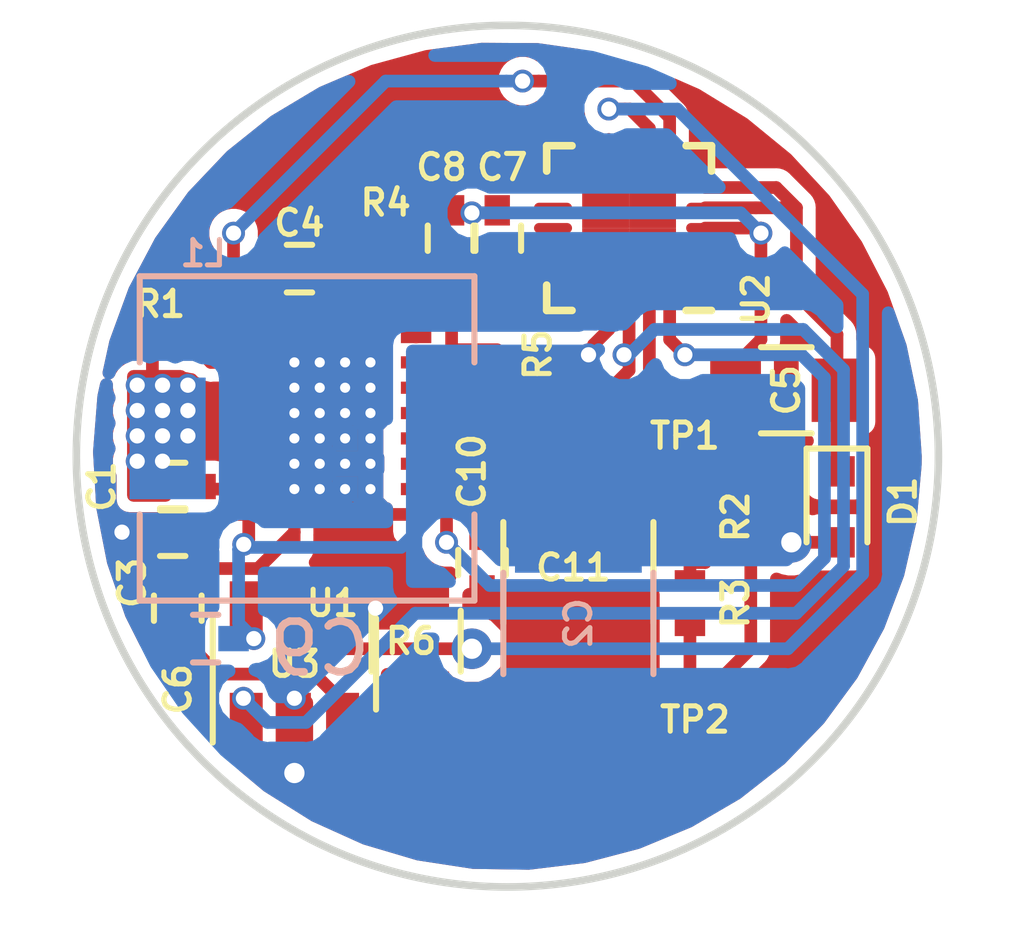
<source format=kicad_pcb>
(kicad_pcb (version 20171130) (host pcbnew "(5.0.1)-4")

  (general
    (thickness 1.6)
    (drawings 1)
    (tracks 204)
    (zones 0)
    (modules 24)
    (nets 30)
  )

  (page A4)
  (layers
    (0 F.Cu signal)
    (31 B.Cu signal)
    (32 B.Adhes user hide)
    (33 F.Adhes user hide)
    (34 B.Paste user)
    (35 F.Paste user)
    (36 B.SilkS user)
    (37 F.SilkS user)
    (38 B.Mask user)
    (39 F.Mask user)
    (40 Dwgs.User user)
    (41 Cmts.User user)
    (42 Eco1.User user)
    (43 Eco2.User user)
    (44 Edge.Cuts user)
    (45 Margin user hide)
    (46 B.CrtYd user)
    (47 F.CrtYd user)
    (48 B.Fab user hide)
    (49 F.Fab user hide)
  )

  (setup
    (last_trace_width 0.25)
    (trace_clearance 0.127)
    (zone_clearance 0.254)
    (zone_45_only no)
    (trace_min 0.0889)
    (segment_width 0.2)
    (edge_width 0.15)
    (via_size 0.8)
    (via_drill 0.4)
    (via_min_size 0.45)
    (via_min_drill 0.3)
    (uvia_size 0.3)
    (uvia_drill 0.1)
    (uvias_allowed no)
    (uvia_min_size 0.2)
    (uvia_min_drill 0.1)
    (pcb_text_width 0.3)
    (pcb_text_size 1.5 1.5)
    (mod_edge_width 0.15)
    (mod_text_size 0.5 0.5)
    (mod_text_width 0.1)
    (pad_size 0.5 0.5)
    (pad_drill 0.2)
    (pad_to_mask_clearance 0.051)
    (solder_mask_min_width 0.25)
    (aux_axis_origin 0 0)
    (grid_origin 103 58.2)
    (visible_elements 7FFFFFFF)
    (pcbplotparams
      (layerselection 0x010fc_ffffffff)
      (usegerberextensions false)
      (usegerberattributes false)
      (usegerberadvancedattributes false)
      (creategerberjobfile false)
      (excludeedgelayer true)
      (linewidth 0.100000)
      (plotframeref false)
      (viasonmask false)
      (mode 1)
      (useauxorigin false)
      (hpglpennumber 1)
      (hpglpenspeed 20)
      (hpglpendiameter 15.000000)
      (psnegative false)
      (psa4output false)
      (plotreference true)
      (plotvalue true)
      (plotinvisibletext false)
      (padsonsilk false)
      (subtractmaskfromsilk false)
      (outputformat 1)
      (mirror false)
      (drillshape 0)
      (scaleselection 1)
      (outputdirectory ""))
  )

  (net 0 "")
  (net 1 +BATT)
  (net 2 GND)
  (net 3 "Net-(C4-Pad2)")
  (net 4 "Net-(C5-Pad2)")
  (net 5 /LED_K)
  (net 6 "Net-(C6-Pad2)")
  (net 7 /LED_A)
  (net 8 "Net-(R1-Pad1)")
  (net 9 "Net-(R4-Pad2)")
  (net 10 "Net-(C7-Pad2)")
  (net 11 /DAC_OUT)
  (net 12 /ADC_IOUT)
  (net 13 /ADC_VOUT)
  (net 14 /ENABLE)
  (net 15 "Net-(U2-Pad16)")
  (net 16 "Net-(U2-Pad15)")
  (net 17 "Net-(U2-Pad14)")
  (net 18 "Net-(U2-Pad13)")
  (net 19 "Net-(U2-Pad12)")
  (net 20 "Net-(U2-Pad11)")
  (net 21 "Net-(U2-Pad10)")
  (net 22 "Net-(U2-Pad9)")
  (net 23 "Net-(U2-Pad8)")
  (net 24 "Net-(U2-Pad2)")
  (net 25 "Net-(U2-Pad1)")
  (net 26 /MODE)
  (net 27 "Net-(C1-Pad2)")
  (net 28 "Net-(C1-Pad1)")
  (net 29 "Net-(C8-Pad2)")

  (net_class Default "This is the default net class."
    (clearance 0.127)
    (trace_width 0.25)
    (via_dia 0.8)
    (via_drill 0.4)
    (uvia_dia 0.3)
    (uvia_drill 0.1)
    (add_net +BATT)
    (add_net /ADC_IOUT)
    (add_net /ADC_VOUT)
    (add_net /DAC_OUT)
    (add_net /ENABLE)
    (add_net /LED_A)
    (add_net /LED_K)
    (add_net /MODE)
    (add_net GND)
    (add_net "Net-(C1-Pad1)")
    (add_net "Net-(C1-Pad2)")
    (add_net "Net-(C4-Pad2)")
    (add_net "Net-(C5-Pad2)")
    (add_net "Net-(C6-Pad2)")
    (add_net "Net-(C7-Pad2)")
    (add_net "Net-(C8-Pad2)")
    (add_net "Net-(R1-Pad1)")
    (add_net "Net-(R4-Pad2)")
    (add_net "Net-(U2-Pad1)")
    (add_net "Net-(U2-Pad10)")
    (add_net "Net-(U2-Pad11)")
    (add_net "Net-(U2-Pad12)")
    (add_net "Net-(U2-Pad13)")
    (add_net "Net-(U2-Pad14)")
    (add_net "Net-(U2-Pad15)")
    (add_net "Net-(U2-Pad16)")
    (add_net "Net-(U2-Pad2)")
    (add_net "Net-(U2-Pad8)")
    (add_net "Net-(U2-Pad9)")
  )

  (module Capacitors_SMD:C_0402 (layer F.Cu) (tedit 58AA841A) (tstamp 5C2C798B)
    (at 96.6 58.2 180)
    (descr "Capacitor SMD 0402, reflow soldering, AVX (see smccp.pdf)")
    (tags "capacitor 0402")
    (path /5C21A397)
    (attr smd)
    (fp_text reference C1 (at 1.4 0 90) (layer F.SilkS)
      (effects (font (size 0.5 0.5) (thickness 0.1)))
    )
    (fp_text value 100n (at 0 1.27 180) (layer F.Fab)
      (effects (font (size 0.5 0.5) (thickness 0.1)))
    )
    (fp_line (start 1 0.4) (end -1 0.4) (layer F.CrtYd) (width 0.05))
    (fp_line (start 1 0.4) (end 1 -0.4) (layer F.CrtYd) (width 0.05))
    (fp_line (start -1 -0.4) (end -1 0.4) (layer F.CrtYd) (width 0.05))
    (fp_line (start -1 -0.4) (end 1 -0.4) (layer F.CrtYd) (width 0.05))
    (fp_line (start -0.25 0.47) (end 0.25 0.47) (layer F.SilkS) (width 0.12))
    (fp_line (start 0.25 -0.47) (end -0.25 -0.47) (layer F.SilkS) (width 0.12))
    (fp_line (start -0.5 -0.25) (end 0.5 -0.25) (layer F.Fab) (width 0.1))
    (fp_line (start 0.5 -0.25) (end 0.5 0.25) (layer F.Fab) (width 0.1))
    (fp_line (start 0.5 0.25) (end -0.5 0.25) (layer F.Fab) (width 0.1))
    (fp_line (start -0.5 0.25) (end -0.5 -0.25) (layer F.Fab) (width 0.1))
    (fp_text user %R (at 0 -1.27 180) (layer F.Fab)
      (effects (font (size 0.5 0.5) (thickness 0.1)))
    )
    (pad 2 smd rect (at 0.55 0 180) (size 0.6 0.5) (layers F.Cu F.Paste F.Mask)
      (net 27 "Net-(C1-Pad2)"))
    (pad 1 smd rect (at -0.55 0 180) (size 0.6 0.5) (layers F.Cu F.Paste F.Mask)
      (net 28 "Net-(C1-Pad1)"))
    (model Capacitors_SMD.3dshapes/C_0402.wrl
      (at (xyz 0 0 0))
      (scale (xyz 1 1 1))
      (rotate (xyz 0 0 0))
    )
  )

  (module Capacitors_SMD:C_0805 (layer F.Cu) (tedit 58AA8463) (tstamp 5C2C797B)
    (at 108.7 56.3)
    (descr "Capacitor SMD 0805, reflow soldering, AVX (see smccp.pdf)")
    (tags "capacitor 0805")
    (path /5C33C03A)
    (attr smd)
    (fp_text reference C5 (at 0 0 90) (layer F.SilkS)
      (effects (font (size 0.5 0.5) (thickness 0.1)))
    )
    (fp_text value 47u (at 0 1.75) (layer F.Fab)
      (effects (font (size 0.5 0.5) (thickness 0.1)))
    )
    (fp_line (start 1.75 0.87) (end -1.75 0.87) (layer F.CrtYd) (width 0.05))
    (fp_line (start 1.75 0.87) (end 1.75 -0.88) (layer F.CrtYd) (width 0.05))
    (fp_line (start -1.75 -0.88) (end -1.75 0.87) (layer F.CrtYd) (width 0.05))
    (fp_line (start -1.75 -0.88) (end 1.75 -0.88) (layer F.CrtYd) (width 0.05))
    (fp_line (start -0.5 0.85) (end 0.5 0.85) (layer F.SilkS) (width 0.12))
    (fp_line (start 0.5 -0.85) (end -0.5 -0.85) (layer F.SilkS) (width 0.12))
    (fp_line (start -1 -0.62) (end 1 -0.62) (layer F.Fab) (width 0.1))
    (fp_line (start 1 -0.62) (end 1 0.62) (layer F.Fab) (width 0.1))
    (fp_line (start 1 0.62) (end -1 0.62) (layer F.Fab) (width 0.1))
    (fp_line (start -1 0.62) (end -1 -0.62) (layer F.Fab) (width 0.1))
    (fp_text user %R (at 0 -1.5) (layer F.Fab)
      (effects (font (size 0.5 0.5) (thickness 0.1)))
    )
    (pad 2 smd rect (at 1 0) (size 1 1.25) (layers F.Cu F.Paste F.Mask)
      (net 4 "Net-(C5-Pad2)"))
    (pad 1 smd rect (at -1 0) (size 1 1.25) (layers F.Cu F.Paste F.Mask)
      (net 5 /LED_K))
    (model Capacitors_SMD.3dshapes/C_0805.wrl
      (at (xyz 0 0 0))
      (scale (xyz 1 1 1))
      (rotate (xyz 0 0 0))
    )
  )

  (module Capacitors_SMD:C_1210 (layer B.Cu) (tedit 58AA84E2) (tstamp 5C2C796B)
    (at 104.6 60.9 90)
    (descr "Capacitor SMD 1210, reflow soldering, AVX (see smccp.pdf)")
    (tags "capacitor 1210")
    (path /5C21A49F)
    (attr smd)
    (fp_text reference C2 (at 0 0 90) (layer B.SilkS)
      (effects (font (size 0.5 0.5) (thickness 0.1)) (justify mirror))
    )
    (fp_text value 10u (at 0 -2.5 90) (layer B.Fab)
      (effects (font (size 0.5 0.5) (thickness 0.1)) (justify mirror))
    )
    (fp_text user %R (at 0 2.25 90) (layer B.Fab)
      (effects (font (size 0.5 0.5) (thickness 0.1)) (justify mirror))
    )
    (fp_line (start -1.6 -1.25) (end -1.6 1.25) (layer B.Fab) (width 0.1))
    (fp_line (start 1.6 -1.25) (end -1.6 -1.25) (layer B.Fab) (width 0.1))
    (fp_line (start 1.6 1.25) (end 1.6 -1.25) (layer B.Fab) (width 0.1))
    (fp_line (start -1.6 1.25) (end 1.6 1.25) (layer B.Fab) (width 0.1))
    (fp_line (start 1 1.48) (end -1 1.48) (layer B.SilkS) (width 0.12))
    (fp_line (start -1 -1.48) (end 1 -1.48) (layer B.SilkS) (width 0.12))
    (fp_line (start -2.25 1.5) (end 2.25 1.5) (layer B.CrtYd) (width 0.05))
    (fp_line (start -2.25 1.5) (end -2.25 -1.5) (layer B.CrtYd) (width 0.05))
    (fp_line (start 2.25 -1.5) (end 2.25 1.5) (layer B.CrtYd) (width 0.05))
    (fp_line (start 2.25 -1.5) (end -2.25 -1.5) (layer B.CrtYd) (width 0.05))
    (pad 1 smd rect (at -1.5 0 90) (size 1 2.5) (layers B.Cu B.Paste B.Mask)
      (net 2 GND))
    (pad 2 smd rect (at 1.5 0 90) (size 1 2.5) (layers B.Cu B.Paste B.Mask)
      (net 1 +BATT))
    (model Capacitors_SMD.3dshapes/C_1210.wrl
      (at (xyz 0 0 0))
      (scale (xyz 1 1 1))
      (rotate (xyz 0 0 0))
    )
  )

  (module Capacitors_SMD:C_1210 (layer F.Cu) (tedit 58AA84E2) (tstamp 5C2C795B)
    (at 104.6 59.9 90)
    (descr "Capacitor SMD 1210, reflow soldering, AVX (see smccp.pdf)")
    (tags "capacitor 1210")
    (path /5C240784)
    (attr smd)
    (fp_text reference C11 (at 0.1 -0.1 180) (layer F.SilkS)
      (effects (font (size 0.5 0.5) (thickness 0.1)))
    )
    (fp_text value 100u (at 0 2.5 90) (layer F.Fab)
      (effects (font (size 0.5 0.5) (thickness 0.1)))
    )
    (fp_line (start 2.25 1.5) (end -2.25 1.5) (layer F.CrtYd) (width 0.05))
    (fp_line (start 2.25 1.5) (end 2.25 -1.5) (layer F.CrtYd) (width 0.05))
    (fp_line (start -2.25 -1.5) (end -2.25 1.5) (layer F.CrtYd) (width 0.05))
    (fp_line (start -2.25 -1.5) (end 2.25 -1.5) (layer F.CrtYd) (width 0.05))
    (fp_line (start -1 1.48) (end 1 1.48) (layer F.SilkS) (width 0.12))
    (fp_line (start 1 -1.48) (end -1 -1.48) (layer F.SilkS) (width 0.12))
    (fp_line (start -1.6 -1.25) (end 1.6 -1.25) (layer F.Fab) (width 0.1))
    (fp_line (start 1.6 -1.25) (end 1.6 1.25) (layer F.Fab) (width 0.1))
    (fp_line (start 1.6 1.25) (end -1.6 1.25) (layer F.Fab) (width 0.1))
    (fp_line (start -1.6 1.25) (end -1.6 -1.25) (layer F.Fab) (width 0.1))
    (fp_text user %R (at 0 -2.25 90) (layer F.Fab)
      (effects (font (size 0.5 0.5) (thickness 0.1)))
    )
    (pad 2 smd rect (at 1.5 0 90) (size 1 2.5) (layers F.Cu F.Paste F.Mask)
      (net 7 /LED_A))
    (pad 1 smd rect (at -1.5 0 90) (size 1 2.5) (layers F.Cu F.Paste F.Mask)
      (net 5 /LED_K))
    (model Capacitors_SMD.3dshapes/C_1210.wrl
      (at (xyz 0 0 0))
      (scale (xyz 1 1 1))
      (rotate (xyz 0 0 0))
    )
  )

  (module Resistors_SMD:R_0805 (layer F.Cu) (tedit 58E0A804) (tstamp 5C2C778D)
    (at 101.4 61.25 90)
    (descr "Resistor SMD 0805, reflow soldering, Vishay (see dcrcw.pdf)")
    (tags "resistor 0805")
    (path /5C24F41F)
    (attr smd)
    (fp_text reference R6 (at 0 -0.1 180) (layer F.SilkS)
      (effects (font (size 0.5 0.5) (thickness 0.1)))
    )
    (fp_text value 12m (at 0 1.75 90) (layer F.Fab)
      (effects (font (size 0.5 0.5) (thickness 0.1)))
    )
    (fp_line (start 1.55 0.9) (end -1.55 0.9) (layer F.CrtYd) (width 0.05))
    (fp_line (start 1.55 0.9) (end 1.55 -0.9) (layer F.CrtYd) (width 0.05))
    (fp_line (start -1.55 -0.9) (end -1.55 0.9) (layer F.CrtYd) (width 0.05))
    (fp_line (start -1.55 -0.9) (end 1.55 -0.9) (layer F.CrtYd) (width 0.05))
    (fp_line (start -0.6 -0.88) (end 0.6 -0.88) (layer F.SilkS) (width 0.12))
    (fp_line (start 0.6 0.88) (end -0.6 0.88) (layer F.SilkS) (width 0.12))
    (fp_line (start -1 -0.62) (end 1 -0.62) (layer F.Fab) (width 0.1))
    (fp_line (start 1 -0.62) (end 1 0.62) (layer F.Fab) (width 0.1))
    (fp_line (start 1 0.62) (end -1 0.62) (layer F.Fab) (width 0.1))
    (fp_line (start -1 0.62) (end -1 -0.62) (layer F.Fab) (width 0.1))
    (fp_text user %R (at 0 0 90) (layer F.Fab)
      (effects (font (size 0.5 0.5) (thickness 0.1)))
    )
    (pad 2 smd rect (at 0.95 0 90) (size 0.7 1.3) (layers F.Cu F.Paste F.Mask)
      (net 2 GND))
    (pad 1 smd rect (at -0.95 0 90) (size 0.7 1.3) (layers F.Cu F.Paste F.Mask)
      (net 5 /LED_K))
    (model ${KISYS3DMOD}/Resistors_SMD.3dshapes/R_0805.wrl
      (at (xyz 0 0 0))
      (scale (xyz 1 1 1))
      (rotate (xyz 0 0 0))
    )
  )

  (module Diodes_SMD:D_SOD-523 (layer F.Cu) (tedit 586419F0) (tstamp 5C2C52E6)
    (at 109.7 58.6 270)
    (descr "http://www.diodes.com/datasheets/ap02001.pdf p.144")
    (tags "Diode SOD523")
    (path /5C3F6B15)
    (attr smd)
    (fp_text reference D1 (at -0.1 -1.3 270) (layer F.SilkS)
      (effects (font (size 0.5 0.5) (thickness 0.1)))
    )
    (fp_text value D_Schottky (at 0 1.4 270) (layer F.Fab)
      (effects (font (size 0.5 0.5) (thickness 0.1)))
    )
    (fp_line (start 0.7 0.6) (end -1.15 0.6) (layer F.SilkS) (width 0.12))
    (fp_line (start 0.7 -0.6) (end -1.15 -0.6) (layer F.SilkS) (width 0.12))
    (fp_line (start 0.65 0.45) (end -0.65 0.45) (layer F.Fab) (width 0.1))
    (fp_line (start -0.65 0.45) (end -0.65 -0.45) (layer F.Fab) (width 0.1))
    (fp_line (start -0.65 -0.45) (end 0.65 -0.45) (layer F.Fab) (width 0.1))
    (fp_line (start 0.65 -0.45) (end 0.65 0.45) (layer F.Fab) (width 0.1))
    (fp_line (start -0.2 0.2) (end -0.2 -0.2) (layer F.Fab) (width 0.1))
    (fp_line (start -0.2 0) (end -0.35 0) (layer F.Fab) (width 0.1))
    (fp_line (start -0.2 0) (end 0.1 0.2) (layer F.Fab) (width 0.1))
    (fp_line (start 0.1 0.2) (end 0.1 -0.2) (layer F.Fab) (width 0.1))
    (fp_line (start 0.1 -0.2) (end -0.2 0) (layer F.Fab) (width 0.1))
    (fp_line (start 0.1 0) (end 0.25 0) (layer F.Fab) (width 0.1))
    (fp_line (start 1.25 0.7) (end -1.25 0.7) (layer F.CrtYd) (width 0.05))
    (fp_line (start -1.25 0.7) (end -1.25 -0.7) (layer F.CrtYd) (width 0.05))
    (fp_line (start -1.25 -0.7) (end 1.25 -0.7) (layer F.CrtYd) (width 0.05))
    (fp_line (start 1.25 -0.7) (end 1.25 0.7) (layer F.CrtYd) (width 0.05))
    (fp_line (start -1.15 -0.6) (end -1.15 0.6) (layer F.SilkS) (width 0.12))
    (fp_text user %R (at 0 -1.3 270) (layer F.Fab)
      (effects (font (size 0.5 0.5) (thickness 0.1)))
    )
    (pad 1 smd rect (at -0.7 0 90) (size 0.6 0.7) (layers F.Cu F.Paste F.Mask)
      (net 4 "Net-(C5-Pad2)"))
    (pad 2 smd rect (at 0.7 0 90) (size 0.6 0.7) (layers F.Cu F.Paste F.Mask)
      (net 1 +BATT))
    (model ${KISYS3DMOD}/Diodes_SMD.3dshapes/D_SOD-523.wrl
      (at (xyz 0 0 0))
      (scale (xyz 1 1 1))
      (rotate (xyz 0 0 0))
    )
  )

  (module Capacitors_SMD:C_0402 (layer F.Cu) (tedit 5C2C420C) (tstamp 5C2C484D)
    (at 96.7 60.6 90)
    (descr "Capacitor SMD 0402, reflow soldering, AVX (see smccp.pdf)")
    (tags "capacitor 0402")
    (path /5C2272A4)
    (attr smd)
    (fp_text reference C6 (at -1.6 0 270) (layer F.SilkS)
      (effects (font (size 0.5 0.5) (thickness 0.1)))
    )
    (fp_text value 10n (at 0 1.27 90) (layer F.Fab)
      (effects (font (size 0.5 0.5) (thickness 0.1)))
    )
    (fp_text user %R (at 0 -1.27 90) (layer F.Fab)
      (effects (font (size 0.5 0.5) (thickness 0.1)))
    )
    (fp_line (start -0.5 0.25) (end -0.5 -0.25) (layer F.Fab) (width 0.1))
    (fp_line (start 0.5 0.25) (end -0.5 0.25) (layer F.Fab) (width 0.1))
    (fp_line (start 0.5 -0.25) (end 0.5 0.25) (layer F.Fab) (width 0.1))
    (fp_line (start -0.5 -0.25) (end 0.5 -0.25) (layer F.Fab) (width 0.1))
    (fp_line (start 0.25 -0.47) (end -0.25 -0.47) (layer F.SilkS) (width 0.12))
    (fp_line (start -0.25 0.47) (end 0.25 0.47) (layer F.SilkS) (width 0.12))
    (fp_line (start -1 -0.4) (end 1 -0.4) (layer F.CrtYd) (width 0.05))
    (fp_line (start -1 -0.4) (end -1 0.4) (layer F.CrtYd) (width 0.05))
    (fp_line (start 1 0.4) (end 1 -0.4) (layer F.CrtYd) (width 0.05))
    (fp_line (start 1 0.4) (end -1 0.4) (layer F.CrtYd) (width 0.05))
    (pad 1 smd rect (at -0.55 0 90) (size 0.6 0.5) (layers F.Cu F.Paste F.Mask)
      (net 5 /LED_K))
    (pad 2 smd rect (at 0.55 0 90) (size 0.6 0.5) (layers F.Cu F.Paste F.Mask)
      (net 6 "Net-(C6-Pad2)"))
    (model Capacitors_SMD.3dshapes/C_0402.wrl
      (at (xyz 0 0 0))
      (scale (xyz 1 1 1))
      (rotate (xyz 0 0 0))
    )
  )

  (module Capacitors_SMD:C_0402 (layer F.Cu) (tedit 58AA841A) (tstamp 5C2C483D)
    (at 103 53.3 270)
    (descr "Capacitor SMD 0402, reflow soldering, AVX (see smccp.pdf)")
    (tags "capacitor 0402")
    (path /5C220E56)
    (attr smd)
    (fp_text reference C7 (at -1.4 -0.1) (layer F.SilkS)
      (effects (font (size 0.5 0.5) (thickness 0.1)))
    )
    (fp_text value C (at 0 1.27 270) (layer F.Fab)
      (effects (font (size 0.5 0.5) (thickness 0.1)))
    )
    (fp_line (start 1 0.4) (end -1 0.4) (layer F.CrtYd) (width 0.05))
    (fp_line (start 1 0.4) (end 1 -0.4) (layer F.CrtYd) (width 0.05))
    (fp_line (start -1 -0.4) (end -1 0.4) (layer F.CrtYd) (width 0.05))
    (fp_line (start -1 -0.4) (end 1 -0.4) (layer F.CrtYd) (width 0.05))
    (fp_line (start -0.25 0.47) (end 0.25 0.47) (layer F.SilkS) (width 0.12))
    (fp_line (start 0.25 -0.47) (end -0.25 -0.47) (layer F.SilkS) (width 0.12))
    (fp_line (start -0.5 -0.25) (end 0.5 -0.25) (layer F.Fab) (width 0.1))
    (fp_line (start 0.5 -0.25) (end 0.5 0.25) (layer F.Fab) (width 0.1))
    (fp_line (start 0.5 0.25) (end -0.5 0.25) (layer F.Fab) (width 0.1))
    (fp_line (start -0.5 0.25) (end -0.5 -0.25) (layer F.Fab) (width 0.1))
    (fp_text user %R (at 0 -1.27 270) (layer F.Fab)
      (effects (font (size 0.5 0.5) (thickness 0.1)))
    )
    (pad 2 smd rect (at 0.55 0 270) (size 0.6 0.5) (layers F.Cu F.Paste F.Mask)
      (net 10 "Net-(C7-Pad2)"))
    (pad 1 smd rect (at -0.55 0 270) (size 0.6 0.5) (layers F.Cu F.Paste F.Mask)
      (net 5 /LED_K))
    (model Capacitors_SMD.3dshapes/C_0402.wrl
      (at (xyz 0 0 0))
      (scale (xyz 1 1 1))
      (rotate (xyz 0 0 0))
    )
  )

  (module Resistors_SMD:R_0402_NoSilk (layer F.Cu) (tedit 58E0A804) (tstamp 5C242118)
    (at 106.8 60.5 90)
    (descr "Resistor SMD 0402, reflow soldering, Vishay (see dcrcw.pdf)")
    (tags "resistor 0402")
    (path /5C38788E)
    (attr smd)
    (fp_text reference R3 (at 0 0.9 270) (layer F.SilkS)
      (effects (font (size 0.5 0.5) (thickness 0.1)))
    )
    (fp_text value 100k (at 0 1.25 90) (layer F.Fab)
      (effects (font (size 0.5 0.5) (thickness 0.1)))
    )
    (fp_line (start 0.8 0.45) (end -0.8 0.45) (layer F.CrtYd) (width 0.05))
    (fp_line (start 0.8 0.45) (end 0.8 -0.45) (layer F.CrtYd) (width 0.05))
    (fp_line (start -0.8 -0.45) (end -0.8 0.45) (layer F.CrtYd) (width 0.05))
    (fp_line (start -0.8 -0.45) (end 0.8 -0.45) (layer F.CrtYd) (width 0.05))
    (fp_line (start -0.5 -0.25) (end 0.5 -0.25) (layer F.Fab) (width 0.1))
    (fp_line (start 0.5 -0.25) (end 0.5 0.25) (layer F.Fab) (width 0.1))
    (fp_line (start 0.5 0.25) (end -0.5 0.25) (layer F.Fab) (width 0.1))
    (fp_line (start -0.5 0.25) (end -0.5 -0.25) (layer F.Fab) (width 0.1))
    (fp_text user %R (at 0 -1.2 90) (layer F.Fab)
      (effects (font (size 0.5 0.5) (thickness 0.1)))
    )
    (pad 2 smd rect (at 0.45 0 90) (size 0.4 0.6) (layers F.Cu F.Paste F.Mask)
      (net 13 /ADC_VOUT))
    (pad 1 smd rect (at -0.45 0 90) (size 0.4 0.6) (layers F.Cu F.Paste F.Mask)
      (net 5 /LED_K))
    (model ${KISYS3DMOD}/Resistors_SMD.3dshapes/R_0402.wrl
      (at (xyz 0 0 0))
      (scale (xyz 1 1 1))
      (rotate (xyz 0 0 0))
    )
  )

  (module Housings_DFN_QFN:UQFN-20-1EP_3x3mm_Pitch0.4mm (layer F.Cu) (tedit 54130A77) (tstamp 5C286BA9)
    (at 105.6 53.1 180)
    (descr "20-Lead Ultra Thin Plastic Quad Flat, No Lead Package (JP) - 3x3x0.50 mm Body [UQFN]; (see Microchip Packaging Specification 00000049BS.pdf)")
    (tags "QFN 0.4")
    (path /5C332590)
    (attr smd)
    (fp_text reference U2 (at -2.5 -1.4 270) (layer F.SilkS)
      (effects (font (size 0.5 0.5) (thickness 0.1)))
    )
    (fp_text value "ATtiny816_(QFN20)" (at 0 2.875 180) (layer F.Fab)
      (effects (font (size 0.5 0.5) (thickness 0.1)))
    )
    (fp_line (start 1.625 -1.625) (end 1.125 -1.625) (layer F.SilkS) (width 0.15))
    (fp_line (start 1.625 1.625) (end 1.125 1.625) (layer F.SilkS) (width 0.15))
    (fp_line (start -1.625 1.625) (end -1.125 1.625) (layer F.SilkS) (width 0.15))
    (fp_line (start -1.625 -1.625) (end -1.125 -1.625) (layer F.SilkS) (width 0.15))
    (fp_line (start 1.625 1.625) (end 1.625 1.125) (layer F.SilkS) (width 0.15))
    (fp_line (start -1.625 1.625) (end -1.625 1.125) (layer F.SilkS) (width 0.15))
    (fp_line (start 1.625 -1.625) (end 1.625 -1.125) (layer F.SilkS) (width 0.15))
    (fp_line (start -2.15 2.15) (end 2.15 2.15) (layer F.CrtYd) (width 0.05))
    (fp_line (start -2.15 -2.15) (end 2.15 -2.15) (layer F.CrtYd) (width 0.05))
    (fp_line (start 2.15 -2.15) (end 2.15 2.15) (layer F.CrtYd) (width 0.05))
    (fp_line (start -2.15 -2.15) (end -2.15 2.15) (layer F.CrtYd) (width 0.05))
    (fp_line (start -1.5 -0.5) (end -0.5 -1.5) (layer F.Fab) (width 0.15))
    (fp_line (start -1.5 1.5) (end -1.5 -0.5) (layer F.Fab) (width 0.15))
    (fp_line (start 1.5 1.5) (end -1.5 1.5) (layer F.Fab) (width 0.15))
    (fp_line (start 1.5 -1.5) (end 1.5 1.5) (layer F.Fab) (width 0.15))
    (fp_line (start -0.5 -1.5) (end 1.5 -1.5) (layer F.Fab) (width 0.15))
    (pad 21 smd rect (at -0.4625 -0.4625 180) (size 0.925 0.925) (layers F.Cu F.Paste F.Mask)
      (solder_paste_margin_ratio -0.2))
    (pad 21 smd rect (at -0.4625 0.4625 180) (size 0.925 0.925) (layers F.Cu F.Paste F.Mask)
      (solder_paste_margin_ratio -0.2))
    (pad 21 smd rect (at 0.4625 -0.4625 180) (size 0.925 0.925) (layers F.Cu F.Paste F.Mask)
      (solder_paste_margin_ratio -0.2))
    (pad 21 smd rect (at 0.4625 0.4625 180) (size 0.925 0.925) (layers F.Cu F.Paste F.Mask)
      (solder_paste_margin_ratio -0.2))
    (pad 20 smd oval (at -0.8 -1.5 270) (size 0.75 0.2) (layers F.Cu F.Paste F.Mask)
      (net 26 /MODE))
    (pad 19 smd oval (at -0.4 -1.5 270) (size 0.75 0.2) (layers F.Cu F.Paste F.Mask)
      (net 13 /ADC_VOUT))
    (pad 18 smd oval (at 0 -1.5 270) (size 0.75 0.2) (layers F.Cu F.Paste F.Mask)
      (net 12 /ADC_IOUT))
    (pad 17 smd oval (at 0.4 -1.5 270) (size 0.75 0.2) (layers F.Cu F.Paste F.Mask)
      (net 1 +BATT))
    (pad 16 smd oval (at 0.8 -1.5 270) (size 0.75 0.2) (layers F.Cu F.Paste F.Mask)
      (net 15 "Net-(U2-Pad16)"))
    (pad 15 smd oval (at 1.5 -0.8 180) (size 0.75 0.2) (layers F.Cu F.Paste F.Mask)
      (net 16 "Net-(U2-Pad15)"))
    (pad 14 smd oval (at 1.5 -0.4 180) (size 0.75 0.2) (layers F.Cu F.Paste F.Mask)
      (net 17 "Net-(U2-Pad14)"))
    (pad 13 smd oval (at 1.5 0 180) (size 0.75 0.2) (layers F.Cu F.Paste F.Mask)
      (net 18 "Net-(U2-Pad13)"))
    (pad 12 smd oval (at 1.5 0.4 180) (size 0.75 0.2) (layers F.Cu F.Paste F.Mask)
      (net 19 "Net-(U2-Pad12)"))
    (pad 11 smd oval (at 1.5 0.8 180) (size 0.75 0.2) (layers F.Cu F.Paste F.Mask)
      (net 20 "Net-(U2-Pad11)"))
    (pad 10 smd oval (at 0.8 1.5 270) (size 0.75 0.2) (layers F.Cu F.Paste F.Mask)
      (net 21 "Net-(U2-Pad10)"))
    (pad 9 smd oval (at 0.4 1.5 270) (size 0.75 0.2) (layers F.Cu F.Paste F.Mask)
      (net 22 "Net-(U2-Pad9)"))
    (pad 8 smd oval (at 0 1.5 270) (size 0.75 0.2) (layers F.Cu F.Paste F.Mask)
      (net 23 "Net-(U2-Pad8)"))
    (pad 7 smd oval (at -0.4 1.5 270) (size 0.75 0.2) (layers F.Cu F.Paste F.Mask)
      (net 11 /DAC_OUT))
    (pad 6 smd oval (at -0.8 1.5 270) (size 0.75 0.2) (layers F.Cu F.Paste F.Mask)
      (net 14 /ENABLE))
    (pad 5 smd oval (at -1.5 0.8 180) (size 0.75 0.2) (layers F.Cu F.Paste F.Mask)
      (net 4 "Net-(C5-Pad2)"))
    (pad 4 smd oval (at -1.5 0.4 180) (size 0.75 0.2) (layers F.Cu F.Paste F.Mask)
      (net 4 "Net-(C5-Pad2)"))
    (pad 3 smd oval (at -1.5 0 180) (size 0.75 0.2) (layers F.Cu F.Paste F.Mask)
      (net 5 /LED_K))
    (pad 2 smd oval (at -1.5 -0.4 180) (size 0.75 0.2) (layers F.Cu F.Paste F.Mask)
      (net 24 "Net-(U2-Pad2)"))
    (pad 1 smd oval (at -1.5 -0.8 180) (size 0.75 0.2) (layers F.Cu F.Paste F.Mask)
      (net 25 "Net-(U2-Pad1)"))
    (model ${KISYS3DMOD}/Housings_DFN_QFN.3dshapes/UQFN-20-1EP_3x3mm_Pitch0.4mm.wrl
      (at (xyz 0 0 0))
      (scale (xyz 1 1 1))
      (rotate (xyz 0 0 0))
    )
  )

  (module TO_SOT_Packages_SMD:SOT-23-6 (layer F.Cu) (tedit 58CE4E7E) (tstamp 5C286A32)
    (at 99 61.7 90)
    (descr "6-pin SOT-23 package")
    (tags SOT-23-6)
    (path /5C2D0B3D)
    (attr smd)
    (fp_text reference U3 (at 0 0) (layer F.SilkS)
      (effects (font (size 0.5 0.5) (thickness 0.1)))
    )
    (fp_text value INA181 (at 0 2.9 90) (layer F.Fab)
      (effects (font (size 0.5 0.5) (thickness 0.1)))
    )
    (fp_line (start 0.9 -1.55) (end 0.9 1.55) (layer F.Fab) (width 0.1))
    (fp_line (start 0.9 1.55) (end -0.9 1.55) (layer F.Fab) (width 0.1))
    (fp_line (start -0.9 -0.9) (end -0.9 1.55) (layer F.Fab) (width 0.1))
    (fp_line (start 0.9 -1.55) (end -0.25 -1.55) (layer F.Fab) (width 0.1))
    (fp_line (start -0.9 -0.9) (end -0.25 -1.55) (layer F.Fab) (width 0.1))
    (fp_line (start -1.9 -1.8) (end -1.9 1.8) (layer F.CrtYd) (width 0.05))
    (fp_line (start -1.9 1.8) (end 1.9 1.8) (layer F.CrtYd) (width 0.05))
    (fp_line (start 1.9 1.8) (end 1.9 -1.8) (layer F.CrtYd) (width 0.05))
    (fp_line (start 1.9 -1.8) (end -1.9 -1.8) (layer F.CrtYd) (width 0.05))
    (fp_line (start 0.9 -1.61) (end -1.55 -1.61) (layer F.SilkS) (width 0.12))
    (fp_line (start -0.9 1.61) (end 0.9 1.61) (layer F.SilkS) (width 0.12))
    (fp_text user %R (at 0 0 180) (layer F.Fab)
      (effects (font (size 0.5 0.5) (thickness 0.1)))
    )
    (pad 5 smd rect (at 1.1 0 90) (size 1.06 0.65) (layers F.Cu F.Paste F.Mask)
      (net 11 /DAC_OUT))
    (pad 6 smd rect (at 1.1 -0.95 90) (size 1.06 0.65) (layers F.Cu F.Paste F.Mask)
      (net 1 +BATT))
    (pad 4 smd rect (at 1.1 0.95 90) (size 1.06 0.65) (layers F.Cu F.Paste F.Mask)
      (net 2 GND))
    (pad 3 smd rect (at -1.1 0.95 90) (size 1.06 0.65) (layers F.Cu F.Paste F.Mask)
      (net 5 /LED_K))
    (pad 2 smd rect (at -1.1 0 90) (size 1.06 0.65) (layers F.Cu F.Paste F.Mask)
      (net 2 GND))
    (pad 1 smd rect (at -1.1 -0.95 90) (size 1.06 0.65) (layers F.Cu F.Paste F.Mask)
      (net 12 /ADC_IOUT))
    (model ${KISYS3DMOD}/TO_SOT_Packages_SMD.3dshapes/SOT-23-6.wrl
      (at (xyz 0 0 0))
      (scale (xyz 1 1 1))
      (rotate (xyz 0 0 0))
    )
  )

  (module Misc:TPS61088 (layer F.Cu) (tedit 5C27F6BC) (tstamp 5C284AFE)
    (at 99.75 57)
    (path /5C2400C9)
    (zone_connect 2)
    (fp_text reference U1 (at 0 3.5) (layer F.SilkS)
      (effects (font (size 0.5 0.5) (thickness 0.1)))
    )
    (fp_text value TPS61088 (at 0 -3.25) (layer F.Fab)
      (effects (font (size 0.5 0.5) (thickness 0.1)))
    )
    (fp_line (start 1.75 -2.25) (end -1.75 -2.25) (layer F.CrtYd) (width 0.15))
    (fp_line (start -1.75 -2.25) (end -1.75 2.25) (layer F.CrtYd) (width 0.15))
    (fp_line (start -1.75 2.25) (end 1.75 2.25) (layer F.CrtYd) (width 0.15))
    (fp_line (start 1.75 2.25) (end 1.75 -2.25) (layer F.CrtYd) (width 0.15))
    (pad 1 smd rect (at -0.75 -2.15) (size 0.24 0.6) (layers F.Cu F.Paste F.Mask)
      (net 3 "Net-(C4-Pad2)") (zone_connect 2))
    (pad 10 smd rect (at -0.75 2.15) (size 0.24 0.6) (layers F.Cu F.Paste F.Mask)
      (net 6 "Net-(C6-Pad2)") (zone_connect 2))
    (pad 5 smd rect (at -1.65 -0.25) (size 0.6 0.24) (layers F.Cu F.Paste F.Mask)
      (net 27 "Net-(C1-Pad2)") (zone_connect 2))
    (pad 6 smd rect (at -1.65 0.25) (size 0.6 0.24) (layers F.Cu F.Paste F.Mask)
      (net 27 "Net-(C1-Pad2)") (zone_connect 2))
    (pad 7 smd rect (at -1.65 0.75) (size 0.6 0.24) (layers F.Cu F.Paste F.Mask)
      (net 27 "Net-(C1-Pad2)") (zone_connect 2))
    (pad 8 smd rect (at -1.65 1.25) (size 0.6 0.24) (layers F.Cu F.Paste F.Mask)
      (net 28 "Net-(C1-Pad1)") (zone_connect 2))
    (pad 4 smd rect (at -1.65 -0.75) (size 0.6 0.24) (layers F.Cu F.Paste F.Mask)
      (net 27 "Net-(C1-Pad2)") (zone_connect 2))
    (pad 3 smd rect (at -1.65 -1.25) (size 0.6 0.24) (layers F.Cu F.Paste F.Mask)
      (net 8 "Net-(R1-Pad1)") (zone_connect 2))
    (pad 2 smd rect (at -1.65 -1.75) (size 0.6 0.24) (layers F.Cu F.Paste F.Mask)
      (net 14 /ENABLE) (zone_connect 2))
    (pad 9 smd rect (at -1.65 1.75) (size 0.6 0.24) (layers F.Cu F.Paste F.Mask)
      (net 1 +BATT) (zone_connect 2))
    (pad 20 smd rect (at 0.75 -2.15) (size 0.24 0.6) (layers F.Cu F.Paste F.Mask)
      (net 5 /LED_K) (zone_connect 2))
    (pad 11 smd rect (at 0.75 2.15) (size 0.24 0.6) (layers F.Cu F.Paste F.Mask)
      (net 2 GND) (zone_connect 2))
    (pad 14 smd rect (at 1.65 0.75) (size 0.6 0.24) (layers F.Cu F.Paste F.Mask)
      (net 7 /LED_A) (zone_connect 2))
    (pad 19 smd rect (at 1.65 -1.75) (size 0.6 0.24) (layers F.Cu F.Paste F.Mask)
      (net 9 "Net-(R4-Pad2)") (zone_connect 2))
    (pad 12 smd rect (at 1.65 1.75) (size 0.6 0.24) (layers F.Cu F.Paste F.Mask)
      (net 2 GND) (zone_connect 2))
    (pad 15 smd rect (at 1.65 0.25) (size 0.6 0.24) (layers F.Cu F.Paste F.Mask)
      (net 7 /LED_A) (zone_connect 2))
    (pad 13 smd rect (at 1.65 1.25) (size 0.6 0.24) (layers F.Cu F.Paste F.Mask)
      (net 26 /MODE) (zone_connect 2))
    (pad 17 smd rect (at 1.65 -0.75) (size 0.6 0.24) (layers F.Cu F.Paste F.Mask)
      (net 12 /ADC_IOUT) (zone_connect 2))
    (pad 16 smd rect (at 1.65 -0.25) (size 0.6 0.24) (layers F.Cu F.Paste F.Mask)
      (net 7 /LED_A) (zone_connect 2))
    (pad 18 smd rect (at 1.65 -1.25) (size 0.6 0.24) (layers F.Cu F.Paste F.Mask)
      (net 29 "Net-(C8-Pad2)") (zone_connect 2))
    (pad 21 smd rect (at 0.25 2.15) (size 0.24 0.6) (layers F.Cu F.Paste F.Mask)
      (net 2 GND) (zone_connect 2))
    (pad 21 smd rect (at 0.25 -2.15) (size 0.24 0.6) (layers F.Cu F.Paste F.Mask)
      (net 2 GND) (zone_connect 2))
    (pad 21 smd rect (at -0.25 2.15) (size 0.24 0.6) (layers F.Cu F.Paste F.Mask)
      (net 2 GND) (zone_connect 2))
    (pad 21 smd rect (at -0.25 -2.15) (size 0.24 0.6) (layers F.Cu F.Paste F.Mask)
      (net 2 GND) (zone_connect 2))
    (pad 21 thru_hole rect (at -0.75 -1.25) (size 0.5 0.5) (drill 0.2) (layers *.Cu *.Mask)
      (net 2 GND) (zone_connect 2))
    (pad 21 thru_hole rect (at -0.25 -1.25) (size 0.5 0.5) (drill 0.2) (layers *.Cu *.Mask)
      (net 2 GND) (zone_connect 2))
    (pad 21 thru_hole rect (at 0.25 -1.25) (size 0.5 0.5) (drill 0.2) (layers *.Cu *.Mask)
      (net 2 GND) (zone_connect 2))
    (pad 21 thru_hole rect (at 0.75 -1.25) (size 0.5 0.5) (drill 0.2) (layers *.Cu *.Mask)
      (net 2 GND) (zone_connect 2))
    (pad 21 thru_hole rect (at -0.75 -0.75) (size 0.5 0.5) (drill 0.2) (layers *.Cu *.Mask)
      (net 2 GND) (zone_connect 2))
    (pad 21 thru_hole rect (at -0.25 -0.75) (size 0.5 0.5) (drill 0.2) (layers *.Cu *.Mask)
      (net 2 GND) (zone_connect 2))
    (pad 21 thru_hole rect (at 0.25 -0.75) (size 0.5 0.5) (drill 0.2) (layers *.Cu *.Mask)
      (net 2 GND) (zone_connect 2))
    (pad 21 thru_hole rect (at 0.75 -0.75) (size 0.5 0.5) (drill 0.2) (layers *.Cu *.Mask)
      (net 2 GND) (zone_connect 2))
    (pad 21 thru_hole rect (at -0.75 -0.25) (size 0.5 0.5) (drill 0.2) (layers *.Cu *.Mask)
      (net 2 GND) (zone_connect 2))
    (pad 21 thru_hole rect (at -0.25 -0.25) (size 0.5 0.5) (drill 0.2) (layers *.Cu *.Mask)
      (net 2 GND) (zone_connect 2))
    (pad 21 thru_hole rect (at 0.25 -0.25) (size 0.5 0.5) (drill 0.2) (layers *.Cu *.Mask)
      (net 2 GND) (zone_connect 2))
    (pad 21 thru_hole rect (at 0.75 -0.25) (size 0.5 0.5) (drill 0.2) (layers *.Cu *.Mask)
      (net 2 GND) (zone_connect 2))
    (pad 21 thru_hole rect (at -0.75 0.25) (size 0.5 0.5) (drill 0.2) (layers *.Cu *.Mask)
      (net 2 GND) (zone_connect 2))
    (pad 21 thru_hole rect (at -0.25 0.25) (size 0.5 0.5) (drill 0.2) (layers *.Cu *.Mask)
      (net 2 GND) (zone_connect 2))
    (pad 21 thru_hole rect (at 0.25 0.25) (size 0.5 0.5) (drill 0.2) (layers *.Cu *.Mask)
      (net 2 GND) (zone_connect 2))
    (pad 21 thru_hole rect (at 0.75 0.25) (size 0.5 0.5) (drill 0.2) (layers *.Cu *.Mask)
      (net 2 GND) (zone_connect 2))
    (pad 21 thru_hole rect (at -0.75 0.75) (size 0.5 0.5) (drill 0.2) (layers *.Cu *.Mask)
      (net 2 GND) (zone_connect 2))
    (pad 21 thru_hole rect (at -0.25 0.75) (size 0.5 0.5) (drill 0.2) (layers *.Cu *.Mask)
      (net 2 GND) (zone_connect 2))
    (pad 21 thru_hole rect (at 0.25 0.75) (size 0.5 0.5) (drill 0.2) (layers *.Cu *.Mask)
      (net 2 GND) (zone_connect 2))
    (pad 21 thru_hole rect (at 0.75 0.75) (size 0.5 0.5) (drill 0.2) (layers *.Cu *.Mask)
      (net 2 GND) (zone_connect 1))
    (pad 21 thru_hole rect (at -0.75 1.25) (size 0.5 0.5) (drill 0.2) (layers *.Cu *.Mask)
      (net 2 GND) (zone_connect 2))
    (pad 21 thru_hole rect (at -0.25 1.25) (size 0.5 0.5) (drill 0.2) (layers *.Cu *.Mask)
      (net 2 GND) (zone_connect 2))
    (pad 21 thru_hole rect (at 0.25 1.25) (size 0.5 0.5) (drill 0.2) (layers *.Cu *.Mask)
      (net 2 GND) (zone_connect 2))
    (pad 21 thru_hole rect (at 0.75 1.25) (size 0.5 0.5) (drill 0.2) (layers *.Cu *.Mask)
      (net 2 GND) (zone_connect 2))
  )

  (module Misc:flashlight_batt (layer F.Cu) (tedit 5C27EFD8) (tstamp 5C283423)
    (at 104.4 57.1)
    (path /5C26B3AB)
    (fp_text reference TP1 (at 2.3 0.1) (layer F.SilkS)
      (effects (font (size 0.5 0.5) (thickness 0.1)))
    )
    (fp_text value TestPoint (at 0.25 -1.5) (layer F.Fab)
      (effects (font (size 0.5 0.5) (thickness 0.1)))
    )
    (pad 1 smd rect (at 0 0) (size 3 1) (layers F.Cu F.Paste F.Mask)
      (net 7 /LED_A))
  )

  (module Misc:flashlight_batt (layer F.Cu) (tedit 5C27F046) (tstamp 5C28341E)
    (at 104.6 62.7)
    (path /5C26E8FF)
    (fp_text reference TP2 (at 2.3 0.1) (layer F.SilkS)
      (effects (font (size 0.5 0.5) (thickness 0.1)))
    )
    (fp_text value TestPoint (at 0.25 -1.5) (layer F.Fab)
      (effects (font (size 0.5 0.5) (thickness 0.1)))
    )
    (pad 1 smd rect (at 0 0) (size 3 1) (layers F.Cu F.Paste F.Mask)
      (net 5 /LED_K))
  )

  (module Inductors_SMD:L_6.3x6.3_H3 (layer B.Cu) (tedit 5990349C) (tstamp 5C25453A)
    (at 99.25 57.25)
    (descr "Choke, SMD, 6.3x6.3mm 3mm height")
    (tags "Choke SMD")
    (path /5C21AB05)
    (attr smd)
    (fp_text reference L1 (at -2.05 -3.65) (layer B.SilkS)
      (effects (font (size 0.5 0.5) (thickness 0.1)) (justify mirror))
    )
    (fp_text value 4.7u (at 0 -4.45) (layer B.Fab)
      (effects (font (size 0.5 0.5) (thickness 0.1)) (justify mirror))
    )
    (fp_arc (start 0 0) (end 1.91 -1.91) (angle -90) (layer B.Fab) (width 0.1))
    (fp_arc (start 0 0) (end -1.91 1.91) (angle -90) (layer B.Fab) (width 0.1))
    (fp_line (start -3.15 -3.15) (end 3.15 -3.15) (layer B.Fab) (width 0.1))
    (fp_line (start -3.15 3.15) (end 3.15 3.15) (layer B.Fab) (width 0.1))
    (fp_line (start -3.15 3.15) (end -3.15 1.5) (layer B.Fab) (width 0.1))
    (fp_line (start -3.15 -3.15) (end -3.15 -1.5) (layer B.Fab) (width 0.1))
    (fp_line (start 3.15 3.15) (end 3.15 1.5) (layer B.Fab) (width 0.1))
    (fp_line (start 3.15 -3.15) (end 3.15 -1.5) (layer B.Fab) (width 0.1))
    (fp_line (start 3.75 3.4) (end -3.75 3.4) (layer B.CrtYd) (width 0.05))
    (fp_line (start 3.75 -3.4) (end 3.75 3.4) (layer B.CrtYd) (width 0.05))
    (fp_line (start -3.75 -3.4) (end 3.75 -3.4) (layer B.CrtYd) (width 0.05))
    (fp_line (start -3.75 3.4) (end -3.75 -3.4) (layer B.CrtYd) (width 0.05))
    (fp_line (start 3.3 3.2) (end 3.3 1.5) (layer B.SilkS) (width 0.12))
    (fp_line (start -3.3 3.2) (end 3.3 3.2) (layer B.SilkS) (width 0.12))
    (fp_line (start -3.3 1.5) (end -3.3 3.2) (layer B.SilkS) (width 0.12))
    (fp_line (start -3.3 -3.2) (end -3.3 -1.5) (layer B.SilkS) (width 0.12))
    (fp_line (start 3.3 -3.2) (end -3.3 -3.2) (layer B.SilkS) (width 0.12))
    (fp_line (start 3.3 -1.5) (end 3.3 -3.2) (layer B.SilkS) (width 0.12))
    (fp_text user %R (at 0 0) (layer B.Fab)
      (effects (font (size 0.5 0.5) (thickness 0.1)) (justify mirror))
    )
    (pad 2 smd rect (at 2.75 0) (size 1.5 2.4) (layers B.Cu B.Paste B.Mask)
      (net 1 +BATT))
    (pad 1 smd rect (at -2.75 0) (size 1.5 2.4) (layers B.Cu B.Paste B.Mask)
      (net 27 "Net-(C1-Pad2)"))
    (model ${KISYS3DMOD}/Inductors_SMD.3dshapes/L_6.3x6.3_H3.wrl
      (at (xyz 0 0 0))
      (scale (xyz 1 1 1))
      (rotate (xyz 0 0 0))
    )
  )

  (module Capacitors_SMD:C_0402 (layer F.Cu) (tedit 5C27E962) (tstamp 5C27F54D)
    (at 99.1 53.9 180)
    (descr "Capacitor SMD 0402, reflow soldering, AVX (see smccp.pdf)")
    (tags "capacitor 0402")
    (path /5C21A452)
    (attr smd)
    (fp_text reference C4 (at 0 0.9 180) (layer F.SilkS)
      (effects (font (size 0.5 0.5) (thickness 0.1)))
    )
    (fp_text value 10u (at 0 1.27 180) (layer F.Fab)
      (effects (font (size 0.5 0.5) (thickness 0.1)))
    )
    (fp_line (start 1 0.4) (end -1 0.4) (layer F.CrtYd) (width 0.05))
    (fp_line (start 1 0.4) (end 1 -0.4) (layer F.CrtYd) (width 0.05))
    (fp_line (start -1 -0.4) (end -1 0.4) (layer F.CrtYd) (width 0.05))
    (fp_line (start -1 -0.4) (end 1 -0.4) (layer F.CrtYd) (width 0.05))
    (fp_line (start -0.25 0.47) (end 0.25 0.47) (layer F.SilkS) (width 0.12))
    (fp_line (start 0.25 -0.47) (end -0.25 -0.47) (layer F.SilkS) (width 0.12))
    (fp_line (start -0.5 -0.25) (end 0.5 -0.25) (layer F.Fab) (width 0.1))
    (fp_line (start 0.5 -0.25) (end 0.5 0.25) (layer F.Fab) (width 0.1))
    (fp_line (start 0.5 0.25) (end -0.5 0.25) (layer F.Fab) (width 0.1))
    (fp_line (start -0.5 0.25) (end -0.5 -0.25) (layer F.Fab) (width 0.1))
    (fp_text user %R (at 0 -1.27 180) (layer F.Fab)
      (effects (font (size 0.5 0.5) (thickness 0.1)))
    )
    (pad 2 smd rect (at 0.55 0 180) (size 0.6 0.5) (layers F.Cu F.Paste F.Mask)
      (net 3 "Net-(C4-Pad2)"))
    (pad 1 smd rect (at -0.55 0 180) (size 0.6 0.5) (layers F.Cu F.Paste F.Mask)
      (net 2 GND))
    (model Capacitors_SMD.3dshapes/C_0402.wrl
      (at (xyz 0 0 0))
      (scale (xyz 1 1 1))
      (rotate (xyz 0 0 0))
    )
  )

  (module Capacitors_SMD:C_0402 (layer F.Cu) (tedit 5C27F63F) (tstamp 5C243FE0)
    (at 96.6 59.1)
    (descr "Capacitor SMD 0402, reflow soldering, AVX (see smccp.pdf)")
    (tags "capacitor 0402")
    (path /5C21AEBC)
    (attr smd)
    (fp_text reference C3 (at -0.8 1 270) (layer F.SilkS)
      (effects (font (size 0.5 0.5) (thickness 0.1)))
    )
    (fp_text value 100n (at 0 1.27) (layer F.Fab)
      (effects (font (size 0.5 0.5) (thickness 0.1)))
    )
    (fp_text user %R (at 0 -1.27) (layer F.Fab)
      (effects (font (size 0.5 0.5) (thickness 0.1)))
    )
    (fp_line (start -0.5 0.25) (end -0.5 -0.25) (layer F.Fab) (width 0.1))
    (fp_line (start 0.5 0.25) (end -0.5 0.25) (layer F.Fab) (width 0.1))
    (fp_line (start 0.5 -0.25) (end 0.5 0.25) (layer F.Fab) (width 0.1))
    (fp_line (start -0.5 -0.25) (end 0.5 -0.25) (layer F.Fab) (width 0.1))
    (fp_line (start 0.25 -0.47) (end -0.25 -0.47) (layer F.SilkS) (width 0.12))
    (fp_line (start -0.25 0.47) (end 0.25 0.47) (layer F.SilkS) (width 0.12))
    (fp_line (start -1 -0.4) (end 1 -0.4) (layer F.CrtYd) (width 0.05))
    (fp_line (start -1 -0.4) (end -1 0.4) (layer F.CrtYd) (width 0.05))
    (fp_line (start 1 0.4) (end 1 -0.4) (layer F.CrtYd) (width 0.05))
    (fp_line (start 1 0.4) (end -1 0.4) (layer F.CrtYd) (width 0.05))
    (pad 1 smd rect (at -0.55 0) (size 0.6 0.5) (layers F.Cu F.Paste F.Mask)
      (net 2 GND))
    (pad 2 smd rect (at 0.55 0) (size 0.6 0.5) (layers F.Cu F.Paste F.Mask)
      (net 1 +BATT))
    (model Capacitors_SMD.3dshapes/C_0402.wrl
      (at (xyz 0 0 0))
      (scale (xyz 1 1 1))
      (rotate (xyz 0 0 0))
    )
  )

  (module Capacitors_SMD:C_0402 (layer F.Cu) (tedit 58AA841A) (tstamp 5C243FD0)
    (at 102.1 53.3 270)
    (descr "Capacitor SMD 0402, reflow soldering, AVX (see smccp.pdf)")
    (tags "capacitor 0402")
    (path /5C2566F7)
    (attr smd)
    (fp_text reference C8 (at -1.4 0.2) (layer F.SilkS)
      (effects (font (size 0.5 0.5) (thickness 0.1)))
    )
    (fp_text value C (at 0 1.27 270) (layer F.Fab)
      (effects (font (size 0.5 0.5) (thickness 0.1)))
    )
    (fp_line (start 1 0.4) (end -1 0.4) (layer F.CrtYd) (width 0.05))
    (fp_line (start 1 0.4) (end 1 -0.4) (layer F.CrtYd) (width 0.05))
    (fp_line (start -1 -0.4) (end -1 0.4) (layer F.CrtYd) (width 0.05))
    (fp_line (start -1 -0.4) (end 1 -0.4) (layer F.CrtYd) (width 0.05))
    (fp_line (start -0.25 0.47) (end 0.25 0.47) (layer F.SilkS) (width 0.12))
    (fp_line (start 0.25 -0.47) (end -0.25 -0.47) (layer F.SilkS) (width 0.12))
    (fp_line (start -0.5 -0.25) (end 0.5 -0.25) (layer F.Fab) (width 0.1))
    (fp_line (start 0.5 -0.25) (end 0.5 0.25) (layer F.Fab) (width 0.1))
    (fp_line (start 0.5 0.25) (end -0.5 0.25) (layer F.Fab) (width 0.1))
    (fp_line (start -0.5 0.25) (end -0.5 -0.25) (layer F.Fab) (width 0.1))
    (fp_text user %R (at 0 -1.27 270) (layer F.Fab)
      (effects (font (size 0.5 0.5) (thickness 0.1)))
    )
    (pad 2 smd rect (at 0.55 0 270) (size 0.6 0.5) (layers F.Cu F.Paste F.Mask)
      (net 29 "Net-(C8-Pad2)"))
    (pad 1 smd rect (at -0.55 0 270) (size 0.6 0.5) (layers F.Cu F.Paste F.Mask)
      (net 5 /LED_K))
    (model Capacitors_SMD.3dshapes/C_0402.wrl
      (at (xyz 0 0 0))
      (scale (xyz 1 1 1))
      (rotate (xyz 0 0 0))
    )
  )

  (module Resistors_SMD:R_0402_NoSilk (layer F.Cu) (tedit 58E0A804) (tstamp 5C2420FA)
    (at 96.7 55.4 180)
    (descr "Resistor SMD 0402, reflow soldering, Vishay (see dcrcw.pdf)")
    (tags "resistor 0402")
    (path /5C37E0DF)
    (attr smd)
    (fp_text reference R1 (at 0.35 0.8 180) (layer F.SilkS)
      (effects (font (size 0.5 0.5) (thickness 0.1)))
    )
    (fp_text value 100k (at 0 1.25 180) (layer F.Fab)
      (effects (font (size 0.5 0.5) (thickness 0.1)))
    )
    (fp_text user %R (at 0 -1.2 180) (layer F.Fab)
      (effects (font (size 0.5 0.5) (thickness 0.1)))
    )
    (fp_line (start -0.5 0.25) (end -0.5 -0.25) (layer F.Fab) (width 0.1))
    (fp_line (start 0.5 0.25) (end -0.5 0.25) (layer F.Fab) (width 0.1))
    (fp_line (start 0.5 -0.25) (end 0.5 0.25) (layer F.Fab) (width 0.1))
    (fp_line (start -0.5 -0.25) (end 0.5 -0.25) (layer F.Fab) (width 0.1))
    (fp_line (start -0.8 -0.45) (end 0.8 -0.45) (layer F.CrtYd) (width 0.05))
    (fp_line (start -0.8 -0.45) (end -0.8 0.45) (layer F.CrtYd) (width 0.05))
    (fp_line (start 0.8 0.45) (end 0.8 -0.45) (layer F.CrtYd) (width 0.05))
    (fp_line (start 0.8 0.45) (end -0.8 0.45) (layer F.CrtYd) (width 0.05))
    (pad 1 smd rect (at -0.45 0 180) (size 0.4 0.6) (layers F.Cu F.Paste F.Mask)
      (net 8 "Net-(R1-Pad1)"))
    (pad 2 smd rect (at 0.45 0 180) (size 0.4 0.6) (layers F.Cu F.Paste F.Mask)
      (net 27 "Net-(C1-Pad2)"))
    (model ${KISYS3DMOD}/Resistors_SMD.3dshapes/R_0402.wrl
      (at (xyz 0 0 0))
      (scale (xyz 1 1 1))
      (rotate (xyz 0 0 0))
    )
  )

  (module Resistors_SMD:R_0402_NoSilk (layer F.Cu) (tedit 58E0A804) (tstamp 5C242109)
    (at 106.8 58.8 90)
    (descr "Resistor SMD 0402, reflow soldering, Vishay (see dcrcw.pdf)")
    (tags "resistor 0402")
    (path /5C38756C)
    (attr smd)
    (fp_text reference R2 (at 0 0.9 90) (layer F.SilkS)
      (effects (font (size 0.5 0.5) (thickness 0.1)))
    )
    (fp_text value 100k (at 0 1.25 90) (layer F.Fab)
      (effects (font (size 0.5 0.5) (thickness 0.1)))
    )
    (fp_text user %R (at 0 -1.2 90) (layer F.Fab)
      (effects (font (size 0.5 0.5) (thickness 0.1)))
    )
    (fp_line (start -0.5 0.25) (end -0.5 -0.25) (layer F.Fab) (width 0.1))
    (fp_line (start 0.5 0.25) (end -0.5 0.25) (layer F.Fab) (width 0.1))
    (fp_line (start 0.5 -0.25) (end 0.5 0.25) (layer F.Fab) (width 0.1))
    (fp_line (start -0.5 -0.25) (end 0.5 -0.25) (layer F.Fab) (width 0.1))
    (fp_line (start -0.8 -0.45) (end 0.8 -0.45) (layer F.CrtYd) (width 0.05))
    (fp_line (start -0.8 -0.45) (end -0.8 0.45) (layer F.CrtYd) (width 0.05))
    (fp_line (start 0.8 0.45) (end 0.8 -0.45) (layer F.CrtYd) (width 0.05))
    (fp_line (start 0.8 0.45) (end -0.8 0.45) (layer F.CrtYd) (width 0.05))
    (pad 1 smd rect (at -0.45 0 90) (size 0.4 0.6) (layers F.Cu F.Paste F.Mask)
      (net 13 /ADC_VOUT))
    (pad 2 smd rect (at 0.45 0 90) (size 0.4 0.6) (layers F.Cu F.Paste F.Mask)
      (net 7 /LED_A))
    (model ${KISYS3DMOD}/Resistors_SMD.3dshapes/R_0402.wrl
      (at (xyz 0 0 0))
      (scale (xyz 1 1 1))
      (rotate (xyz 0 0 0))
    )
  )

  (module Resistors_SMD:R_0402_NoSilk (layer F.Cu) (tedit 58E0A804) (tstamp 5C242136)
    (at 102.9 55.2 90)
    (descr "Resistor SMD 0402, reflow soldering, Vishay (see dcrcw.pdf)")
    (tags "resistor 0402")
    (path /5C2206C1)
    (attr smd)
    (fp_text reference R5 (at -0.4 0.9 270) (layer F.SilkS)
      (effects (font (size 0.5 0.5) (thickness 0.1)))
    )
    (fp_text value R (at 0 1.25 90) (layer F.Fab)
      (effects (font (size 0.5 0.5) (thickness 0.1)))
    )
    (fp_line (start 0.8 0.45) (end -0.8 0.45) (layer F.CrtYd) (width 0.05))
    (fp_line (start 0.8 0.45) (end 0.8 -0.45) (layer F.CrtYd) (width 0.05))
    (fp_line (start -0.8 -0.45) (end -0.8 0.45) (layer F.CrtYd) (width 0.05))
    (fp_line (start -0.8 -0.45) (end 0.8 -0.45) (layer F.CrtYd) (width 0.05))
    (fp_line (start -0.5 -0.25) (end 0.5 -0.25) (layer F.Fab) (width 0.1))
    (fp_line (start 0.5 -0.25) (end 0.5 0.25) (layer F.Fab) (width 0.1))
    (fp_line (start 0.5 0.25) (end -0.5 0.25) (layer F.Fab) (width 0.1))
    (fp_line (start -0.5 0.25) (end -0.5 -0.25) (layer F.Fab) (width 0.1))
    (fp_text user %R (at 0 -1.2 90) (layer F.Fab)
      (effects (font (size 0.5 0.5) (thickness 0.1)))
    )
    (pad 2 smd rect (at 0.45 0 90) (size 0.4 0.6) (layers F.Cu F.Paste F.Mask)
      (net 10 "Net-(C7-Pad2)"))
    (pad 1 smd rect (at -0.45 0 90) (size 0.4 0.6) (layers F.Cu F.Paste F.Mask)
      (net 29 "Net-(C8-Pad2)"))
    (model ${KISYS3DMOD}/Resistors_SMD.3dshapes/R_0402.wrl
      (at (xyz 0 0 0))
      (scale (xyz 1 1 1))
      (rotate (xyz 0 0 0))
    )
  )

  (module Capacitors_SMD:C_0402 (layer F.Cu) (tedit 58AA841A) (tstamp 5C2C6BCF)
    (at 102.7 59.7 90)
    (descr "Capacitor SMD 0402, reflow soldering, AVX (see smccp.pdf)")
    (tags "capacitor 0402")
    (path /5C337E99)
    (attr smd)
    (fp_text reference C10 (at 1.8 -0.2 90) (layer F.SilkS)
      (effects (font (size 0.5 0.5) (thickness 0.1)))
    )
    (fp_text value 100n (at 0 1.27 90) (layer F.Fab)
      (effects (font (size 0.5 0.5) (thickness 0.1)))
    )
    (fp_line (start 1 0.4) (end -1 0.4) (layer F.CrtYd) (width 0.05))
    (fp_line (start 1 0.4) (end 1 -0.4) (layer F.CrtYd) (width 0.05))
    (fp_line (start -1 -0.4) (end -1 0.4) (layer F.CrtYd) (width 0.05))
    (fp_line (start -1 -0.4) (end 1 -0.4) (layer F.CrtYd) (width 0.05))
    (fp_line (start -0.25 0.47) (end 0.25 0.47) (layer F.SilkS) (width 0.12))
    (fp_line (start 0.25 -0.47) (end -0.25 -0.47) (layer F.SilkS) (width 0.12))
    (fp_line (start -0.5 -0.25) (end 0.5 -0.25) (layer F.Fab) (width 0.1))
    (fp_line (start 0.5 -0.25) (end 0.5 0.25) (layer F.Fab) (width 0.1))
    (fp_line (start 0.5 0.25) (end -0.5 0.25) (layer F.Fab) (width 0.1))
    (fp_line (start -0.5 0.25) (end -0.5 -0.25) (layer F.Fab) (width 0.1))
    (fp_text user %R (at 0 -1.27 90) (layer F.Fab)
      (effects (font (size 0.5 0.5) (thickness 0.1)))
    )
    (pad 2 smd rect (at 0.55 0 90) (size 0.6 0.5) (layers F.Cu F.Paste F.Mask)
      (net 7 /LED_A))
    (pad 1 smd rect (at -0.55 0 90) (size 0.6 0.5) (layers F.Cu F.Paste F.Mask)
      (net 5 /LED_K))
    (model Capacitors_SMD.3dshapes/C_0402.wrl
      (at (xyz 0 0 0))
      (scale (xyz 1 1 1))
      (rotate (xyz 0 0 0))
    )
  )

  (module Resistors_SMD:R_0402_NoSilk (layer F.Cu) (tedit 58E0A804) (tstamp 5C2C6BDE)
    (at 101.1 53.8 270)
    (descr "Resistor SMD 0402, reflow soldering, Vishay (see dcrcw.pdf)")
    (tags "resistor 0402")
    (path /5C224D52)
    (attr smd)
    (fp_text reference R4 (at -1.2 0.3) (layer F.SilkS)
      (effects (font (size 0.5 0.5) (thickness 0.1)))
    )
    (fp_text value 100k (at 0 1.25 270) (layer F.Fab)
      (effects (font (size 0.5 0.5) (thickness 0.1)))
    )
    (fp_line (start 0.8 0.45) (end -0.8 0.45) (layer F.CrtYd) (width 0.05))
    (fp_line (start 0.8 0.45) (end 0.8 -0.45) (layer F.CrtYd) (width 0.05))
    (fp_line (start -0.8 -0.45) (end -0.8 0.45) (layer F.CrtYd) (width 0.05))
    (fp_line (start -0.8 -0.45) (end 0.8 -0.45) (layer F.CrtYd) (width 0.05))
    (fp_line (start -0.5 -0.25) (end 0.5 -0.25) (layer F.Fab) (width 0.1))
    (fp_line (start 0.5 -0.25) (end 0.5 0.25) (layer F.Fab) (width 0.1))
    (fp_line (start 0.5 0.25) (end -0.5 0.25) (layer F.Fab) (width 0.1))
    (fp_line (start -0.5 0.25) (end -0.5 -0.25) (layer F.Fab) (width 0.1))
    (fp_text user %R (at 0 -1.2 270) (layer F.Fab)
      (effects (font (size 0.5 0.5) (thickness 0.1)))
    )
    (pad 2 smd rect (at 0.45 0 270) (size 0.4 0.6) (layers F.Cu F.Paste F.Mask)
      (net 9 "Net-(R4-Pad2)"))
    (pad 1 smd rect (at -0.45 0 270) (size 0.4 0.6) (layers F.Cu F.Paste F.Mask)
      (net 5 /LED_K))
    (model ${KISYS3DMOD}/Resistors_SMD.3dshapes/R_0402.wrl
      (at (xyz 0 0 0))
      (scale (xyz 1 1 1))
      (rotate (xyz 0 0 0))
    )
  )

  (module Capacitors_SMD:C_0402 (layer B.Cu) (tedit 58AA841A) (tstamp 5C2CADE3)
    (at 97.25 61.2)
    (descr "Capacitor SMD 0402, reflow soldering, AVX (see smccp.pdf)")
    (tags "capacitor 0402")
    (path /5C411DA8)
    (attr smd)
    (fp_text reference C9 (at 2.25 0.2) (layer B.SilkS)
      (effects (font (size 1 1) (thickness 0.15)) (justify mirror))
    )
    (fp_text value 10u (at 0 -1.27) (layer B.Fab)
      (effects (font (size 1 1) (thickness 0.15)) (justify mirror))
    )
    (fp_line (start 1 -0.4) (end -1 -0.4) (layer B.CrtYd) (width 0.05))
    (fp_line (start 1 -0.4) (end 1 0.4) (layer B.CrtYd) (width 0.05))
    (fp_line (start -1 0.4) (end -1 -0.4) (layer B.CrtYd) (width 0.05))
    (fp_line (start -1 0.4) (end 1 0.4) (layer B.CrtYd) (width 0.05))
    (fp_line (start -0.25 -0.47) (end 0.25 -0.47) (layer B.SilkS) (width 0.12))
    (fp_line (start 0.25 0.47) (end -0.25 0.47) (layer B.SilkS) (width 0.12))
    (fp_line (start -0.5 0.25) (end 0.5 0.25) (layer B.Fab) (width 0.1))
    (fp_line (start 0.5 0.25) (end 0.5 -0.25) (layer B.Fab) (width 0.1))
    (fp_line (start 0.5 -0.25) (end -0.5 -0.25) (layer B.Fab) (width 0.1))
    (fp_line (start -0.5 -0.25) (end -0.5 0.25) (layer B.Fab) (width 0.1))
    (fp_text user %R (at 0 1.27) (layer B.Fab)
      (effects (font (size 1 1) (thickness 0.15)) (justify mirror))
    )
    (pad 2 smd rect (at 0.55 0) (size 0.6 0.5) (layers B.Cu B.Paste B.Mask)
      (net 1 +BATT))
    (pad 1 smd rect (at -0.55 0) (size 0.6 0.5) (layers B.Cu B.Paste B.Mask)
      (net 2 GND))
    (model Capacitors_SMD.3dshapes/C_0402.wrl
      (at (xyz 0 0 0))
      (scale (xyz 1 1 1))
      (rotate (xyz 0 0 0))
    )
  )

  (gr_circle (center 103.2 57.6) (end 111.7 57.6) (layer Edge.Cuts) (width 0.15))

  (via (at 102 59.3) (size 0.45) (drill 0.3) (layers F.Cu B.Cu) (net 26))
  (via (at 108.2 53.2) (size 0.45) (drill 0.3) (layers F.Cu B.Cu) (net 5) (tstamp 5C2C885E))
  (via (at 96.4 57.7) (size 0.45) (drill 0.3) (layers F.Cu B.Cu) (net 27) (tstamp 5C27E528))
  (via (at 95.9 57.7) (size 0.45) (drill 0.3) (layers F.Cu B.Cu) (net 27) (tstamp 5C27E528))
  (via (at 96.9 56.7) (size 0.45) (drill 0.3) (layers F.Cu B.Cu) (net 27) (tstamp 5C27E528))
  (via (at 96.9 57.2) (size 0.45) (drill 0.3) (layers F.Cu B.Cu) (net 27) (tstamp 5C27E528))
  (via (at 96.4 57.2) (size 0.45) (drill 0.3) (layers F.Cu B.Cu) (net 27) (tstamp 5C27E528))
  (via (at 95.9 57.2) (size 0.45) (drill 0.3) (layers F.Cu B.Cu) (net 27) (tstamp 5C27E528))
  (via (at 96.9 56.2) (size 0.45) (drill 0.3) (layers F.Cu B.Cu) (net 27) (tstamp 5C27E528))
  (via (at 96.4 56.2) (size 0.45) (drill 0.3) (layers F.Cu B.Cu) (net 27) (tstamp 5C27E528))
  (via (at 95.9 56.2) (size 0.45) (drill 0.3) (layers F.Cu B.Cu) (net 27) (tstamp 5C27E528))
  (segment (start 97.55 58.75) (end 97.1 59.2) (width 0.25) (layer F.Cu) (net 1))
  (segment (start 98.1 58.75) (end 97.55 58.75) (width 0.25) (layer F.Cu) (net 1))
  (via (at 98.000024 59.340961) (size 0.45) (drill 0.3) (layers F.Cu B.Cu) (net 1))
  (segment (start 98.1 58.75) (end 98.1 59.240985) (width 0.25) (layer F.Cu) (net 1))
  (segment (start 98.1 59.240985) (end 98.000024 59.340961) (width 0.25) (layer F.Cu) (net 1))
  (segment (start 97.899992 59.440993) (end 98.000024 59.340961) (width 0.25) (layer B.Cu) (net 1))
  (segment (start 98.05 60.6) (end 98.199992 60.749992) (width 0.25) (layer F.Cu) (net 1))
  (via (at 98.199992 61.2) (size 0.45) (drill 0.3) (layers F.Cu B.Cu) (net 1))
  (segment (start 98.199992 60.881802) (end 98.199992 61.2) (width 0.25) (layer F.Cu) (net 1))
  (segment (start 97.974993 60.975001) (end 98.199992 61.2) (width 0.25) (layer B.Cu) (net 1))
  (segment (start 98.199992 60.749992) (end 98.199992 60.881802) (width 0.25) (layer F.Cu) (net 1))
  (segment (start 97.899992 60.9) (end 97.974993 60.975001) (width 0.25) (layer B.Cu) (net 1))
  (segment (start 97.899992 59.440993) (end 97.899992 60.9) (width 0.25) (layer B.Cu) (net 1))
  (segment (start 104.775021 55.724919) (end 105.00002 55.49992) (width 0.25) (layer B.Cu) (net 1))
  (segment (start 104.6 55.89994) (end 104.775021 55.724919) (width 0.25) (layer B.Cu) (net 1))
  (segment (start 105.00002 55.500018) (end 105.00002 55.49992) (width 0.25) (layer B.Cu) (net 1))
  (segment (start 104.6 59.4) (end 104.6 55.89994) (width 0.25) (layer B.Cu) (net 1))
  (via (at 104.8 55.6) (size 0.45) (drill 0.3) (layers F.Cu B.Cu) (net 1))
  (segment (start 104.9 55.4) (end 104.9 55.6) (width 0.25) (layer F.Cu) (net 1))
  (segment (start 105.2 54.6) (end 105.2 55.1) (width 0.25) (layer F.Cu) (net 1))
  (segment (start 105.2 55.1) (end 104.9 55.4) (width 0.25) (layer F.Cu) (net 1))
  (segment (start 97.940985 59.4) (end 97.899992 59.440993) (width 0.25) (layer B.Cu) (net 1))
  (segment (start 101.1 59.4) (end 97.940985 59.4) (width 0.25) (layer B.Cu) (net 1))
  (segment (start 102 57.3) (end 102 58.5) (width 0.25) (layer B.Cu) (net 1))
  (segment (start 102 58.5) (end 101.1 59.4) (width 0.25) (layer B.Cu) (net 1))
  (via (at 108.800002 59.3) (size 0.8) (drill 0.4) (layers F.Cu B.Cu) (net 1))
  (segment (start 106.800002 57.3) (end 108.800002 59.3) (width 0.25) (layer B.Cu) (net 1))
  (segment (start 102.05 57.3) (end 106.800002 57.3) (width 0.25) (layer B.Cu) (net 1))
  (segment (start 109.7 59.3) (end 108.800002 59.3) (width 0.25) (layer F.Cu) (net 1))
  (segment (start 102 57.25) (end 102.05 57.3) (width 0.25) (layer B.Cu) (net 1))
  (segment (start 100 59.15) (end 100 58.25) (width 0.25) (layer F.Cu) (net 2) (status 30))
  (segment (start 99.5 59.15) (end 99.5 58.5) (width 0.25) (layer F.Cu) (net 2) (status 30))
  (segment (start 99.5 54.85) (end 99.5 55.5) (width 0.25) (layer F.Cu) (net 2) (status 30))
  (segment (start 100 54.85) (end 100 55.5) (width 0.25) (layer F.Cu) (net 2) (status 30))
  (segment (start 99.8 60) (end 99.80001 60.00001) (width 0.25) (layer F.Cu) (net 2))
  (segment (start 100 59.15) (end 100 59.80002) (width 0.25) (layer F.Cu) (net 2) (status 10))
  (segment (start 100 59.80002) (end 99.80001 60.00001) (width 0.25) (layer F.Cu) (net 2))
  (segment (start 100.475001 55.724999) (end 100.2 56) (width 0.25) (layer B.Cu) (net 2) (status 20))
  (segment (start 100.85 58.75) (end 100.5 59.1) (width 0.25) (layer F.Cu) (net 2))
  (segment (start 101.4 58.75) (end 100.85 58.75) (width 0.25) (layer F.Cu) (net 2))
  (segment (start 98.1 58.25) (end 98.099996 58.249996) (width 0.25) (layer F.Cu) (net 28))
  (segment (start 98.1 58.25) (end 97.25 58.25) (width 0.25) (layer F.Cu) (net 28))
  (via (at 95.9 56.7) (size 0.45) (drill 0.3) (layers F.Cu B.Cu) (net 27))
  (via (at 96.4 56.699998) (size 0.45) (drill 0.3) (layers F.Cu B.Cu) (net 27))
  (segment (start 101 61.95) (end 101 62) (width 0.25) (layer F.Cu) (net 5) (status 30))
  (segment (start 100.525 63) (end 101.325 62.2) (width 0.25) (layer F.Cu) (net 5) (status 20))
  (segment (start 99.95 63) (end 100.525 63) (width 0.25) (layer F.Cu) (net 5) (status 10))
  (segment (start 101.325 62.2) (end 101.4 62.2) (width 0.25) (layer F.Cu) (net 5) (status 30))
  (segment (start 104.4 57.8) (end 104.8 58.2) (width 0.25) (layer F.Cu) (net 7) (status 30))
  (via (at 95.6 59.1) (size 0.45) (drill 0.3) (layers F.Cu B.Cu) (net 2))
  (segment (start 95.6 59.1) (end 96 59.1) (width 0.25) (layer F.Cu) (net 2))
  (segment (start 101.4 60.2) (end 101.4 59.9) (width 0.25) (layer F.Cu) (net 2))
  (segment (start 101 60.6) (end 101.4 60.2) (width 0.25) (layer F.Cu) (net 2))
  (segment (start 100.4 60.6) (end 101 60.6) (width 0.25) (layer F.Cu) (net 2))
  (segment (start 99.5 59.15) (end 99.5 59.7) (width 0.25) (layer F.Cu) (net 2))
  (segment (start 99.5 59.7) (end 100.4 60.6) (width 0.25) (layer F.Cu) (net 2))
  (segment (start 100 54.3) (end 100 54.9) (width 0.25) (layer F.Cu) (net 2))
  (segment (start 99.65 53.9) (end 99.65 53.95) (width 0.25) (layer F.Cu) (net 2))
  (segment (start 99.65 53.95) (end 100 54.3) (width 0.25) (layer F.Cu) (net 2))
  (segment (start 99.5 54.85) (end 99.5 54.1) (width 0.25) (layer F.Cu) (net 2))
  (segment (start 99.5 54.1) (end 99.7 53.9) (width 0.25) (layer F.Cu) (net 2))
  (via (at 99 63.851972) (size 0.8) (drill 0.4) (layers F.Cu B.Cu) (net 2) (tstamp 5C2CBBE7))
  (segment (start 99 62.8) (end 99 63.851972) (width 0.25) (layer F.Cu) (net 2))
  (via (at 100.599984 60.6) (size 0.45) (drill 0.3) (layers F.Cu B.Cu) (net 2))
  (segment (start 99.95 60.6) (end 100.599984 60.6) (width 0.25) (layer F.Cu) (net 2))
  (segment (start 99 62.199984) (end 99 62.37701) (width 0.25) (layer B.Cu) (net 2))
  (segment (start 100.599984 60.6) (end 99 62.199984) (width 0.25) (layer B.Cu) (net 2))
  (via (at 99 62.37701) (size 0.45) (drill 0.3) (layers F.Cu B.Cu) (net 2))
  (segment (start 98.55 54.4) (end 98.95 54.8) (width 0.25) (layer F.Cu) (net 3))
  (segment (start 98.55 53.9) (end 98.55 54.4) (width 0.25) (layer F.Cu) (net 3))
  (segment (start 98.95 54.8) (end 99 54.8) (width 0.25) (layer F.Cu) (net 3))
  (segment (start 109.7 56.3) (end 109.7 57.8) (width 0.25) (layer F.Cu) (net 4))
  (segment (start 107.1 52.7) (end 108.1 52.7) (width 0.25) (layer F.Cu) (net 4))
  (segment (start 108.1 52.7) (end 108.9 52.7) (width 0.25) (layer F.Cu) (net 4))
  (segment (start 108.5 52.3) (end 108.9 52.7) (width 0.25) (layer F.Cu) (net 4))
  (segment (start 107.1 52.3) (end 108.5 52.3) (width 0.25) (layer F.Cu) (net 4))
  (segment (start 109.7 55.2) (end 109.7 56.3) (width 0.25) (layer F.Cu) (net 4))
  (segment (start 108.9 52.7) (end 108.9 54.4) (width 0.25) (layer F.Cu) (net 4))
  (segment (start 108.9 54.4) (end 109.7 55.2) (width 0.25) (layer F.Cu) (net 4))
  (segment (start 97.351018 55.75) (end 97.101018 55.5) (width 0.25) (layer F.Cu) (net 8) (status 20))
  (segment (start 98.1 55.75) (end 97.351018 55.75) (width 0.25) (layer F.Cu) (net 8) (status 10))
  (segment (start 106 62.7) (end 104.5 62.7) (width 0.25) (layer F.Cu) (net 5))
  (segment (start 106.8 60.95) (end 106.8 61.9) (width 0.25) (layer F.Cu) (net 5))
  (segment (start 106.8 61.9) (end 106 62.7) (width 0.25) (layer F.Cu) (net 5))
  (segment (start 101.6 52.8) (end 103 52.8) (width 0.25) (layer F.Cu) (net 5))
  (segment (start 100.5 54.8) (end 100.5 53.9) (width 0.25) (layer F.Cu) (net 5))
  (segment (start 100.5 53.9) (end 101.6 52.8) (width 0.25) (layer F.Cu) (net 5))
  (via (at 102.5 52.8) (size 0.45) (drill 0.3) (layers F.Cu B.Cu) (net 5))
  (segment (start 107.8 52.8) (end 108.2 53.2) (width 0.25) (layer B.Cu) (net 5))
  (segment (start 102.5 52.8) (end 107.8 52.8) (width 0.25) (layer B.Cu) (net 5))
  (segment (start 107.7 55.8) (end 107.7 56.3) (width 0.25) (layer F.Cu) (net 5))
  (segment (start 108.2 55.3) (end 107.7 55.8) (width 0.25) (layer F.Cu) (net 5))
  (segment (start 107.1 53.1) (end 108.2 53.1) (width 0.25) (layer F.Cu) (net 5))
  (segment (start 108.2 53.1) (end 108.2 55.3) (width 0.25) (layer F.Cu) (net 5))
  (segment (start 99.9 62.4) (end 99.9 63) (width 0.25) (layer F.Cu) (net 5))
  (segment (start 99.4 61.9) (end 99.9 62.4) (width 0.25) (layer F.Cu) (net 5))
  (segment (start 97.5 61.9) (end 99.4 61.9) (width 0.25) (layer F.Cu) (net 5))
  (segment (start 96.7 61.1) (end 97.5 61.9) (width 0.25) (layer F.Cu) (net 5))
  (segment (start 108 61.4) (end 106.7 62.7) (width 0.25) (layer F.Cu) (net 5))
  (segment (start 107.7 56.3) (end 108 56.6) (width 0.25) (layer F.Cu) (net 5))
  (segment (start 106.7 62.7) (end 104.4 62.7) (width 0.25) (layer F.Cu) (net 5))
  (segment (start 108 56.6) (end 108 61.4) (width 0.25) (layer F.Cu) (net 5))
  (segment (start 104.2 60.25) (end 104.6 60.65) (width 0.25) (layer F.Cu) (net 5))
  (segment (start 102.7 60.25) (end 104.2 60.25) (width 0.25) (layer F.Cu) (net 5))
  (segment (start 104.6 60.65) (end 104.6 61.4) (width 0.25) (layer F.Cu) (net 5))
  (segment (start 98.282001 59.817999) (end 99 59.1) (width 0.25) (layer F.Cu) (net 6))
  (segment (start 96.882001 59.817999) (end 98.282001 59.817999) (width 0.25) (layer F.Cu) (net 6))
  (segment (start 96.7 60.05) (end 96.7 60) (width 0.25) (layer F.Cu) (net 6))
  (segment (start 96.7 60) (end 96.882001 59.817999) (width 0.25) (layer F.Cu) (net 6))
  (segment (start 102.75 59) (end 102.7 59) (width 0.25) (layer F.Cu) (net 7))
  (segment (start 104 57.4) (end 104 57.75) (width 0.25) (layer F.Cu) (net 7))
  (segment (start 104 57.75) (end 102.75 59) (width 0.25) (layer F.Cu) (net 7))
  (segment (start 106.8 58.35) (end 106.8 57.8) (width 0.25) (layer F.Cu) (net 7))
  (segment (start 106.1 57.1) (end 104.4 57.1) (width 0.25) (layer F.Cu) (net 7))
  (segment (start 106.8 57.8) (end 106.1 57.1) (width 0.25) (layer F.Cu) (net 7))
  (segment (start 101.4 54.88) (end 101.1 54.58) (width 0.25) (layer F.Cu) (net 9))
  (segment (start 101.4 55.25) (end 101.4 54.88) (width 0.25) (layer F.Cu) (net 9))
  (segment (start 101.1 54.58) (end 101.1 54.2) (width 0.25) (layer F.Cu) (net 9))
  (segment (start 103 54.2) (end 103 54.6) (width 0.25) (layer F.Cu) (net 10))
  (via (at 102.5 61.4) (size 0.8) (drill 0.4) (layers F.Cu B.Cu) (net 11))
  (segment (start 99.02 61.4) (end 102.5 61.4) (width 0.25) (layer F.Cu) (net 11))
  (segment (start 99 60.6) (end 99 61.38) (width 0.25) (layer F.Cu) (net 11))
  (segment (start 99 61.38) (end 99.02 61.4) (width 0.25) (layer F.Cu) (net 11))
  (segment (start 105.618206 50.752009) (end 105.518204 50.752009) (width 0.25) (layer F.Cu) (net 11))
  (segment (start 105.518204 50.752009) (end 105.200006 50.752009) (width 0.25) (layer F.Cu) (net 11))
  (segment (start 106 51.133803) (end 105.618206 50.752009) (width 0.25) (layer F.Cu) (net 11))
  (segment (start 106 51.7) (end 106 51.133803) (width 0.25) (layer F.Cu) (net 11))
  (via (at 105.200006 50.752009) (size 0.45) (drill 0.3) (layers F.Cu B.Cu) (net 11))
  (segment (start 108.731308 61.4) (end 110.206021 59.925285) (width 0.25) (layer B.Cu) (net 11))
  (segment (start 102.5 61.4) (end 108.731308 61.4) (width 0.25) (layer B.Cu) (net 11))
  (segment (start 110.206021 59.925285) (end 110.206021 54.406021) (width 0.25) (layer B.Cu) (net 11))
  (segment (start 110.206021 54.406021) (end 106.552009 50.752009) (width 0.25) (layer B.Cu) (net 11))
  (segment (start 106.552009 50.752009) (end 105.200006 50.752009) (width 0.25) (layer B.Cu) (net 11))
  (segment (start 104.694038 56.2) (end 101.4 56.2) (width 0.25) (layer F.Cu) (net 12))
  (segment (start 105.305962 56.2) (end 104.694038 56.2) (width 0.25) (layer F.Cu) (net 12))
  (segment (start 105.6 54.6) (end 105.6 55.905962) (width 0.25) (layer F.Cu) (net 12))
  (segment (start 105.6 55.905962) (end 105.305962 56.2) (width 0.25) (layer F.Cu) (net 12))
  (segment (start 97.994979 62.744979) (end 97.994979 62.695208) (width 0.25) (layer F.Cu) (net 12))
  (via (at 97.994979 62.37701) (size 0.45) (drill 0.3) (layers F.Cu B.Cu) (net 12))
  (segment (start 98.05 62.8) (end 97.994979 62.744979) (width 0.25) (layer F.Cu) (net 12))
  (segment (start 97.994979 62.695208) (end 97.994979 62.37701) (width 0.25) (layer F.Cu) (net 12))
  (segment (start 106.1 55.1) (end 109.033172 55.1) (width 0.25) (layer B.Cu) (net 12))
  (segment (start 109.829013 55.895841) (end 109.829012 59.769124) (width 0.25) (layer B.Cu) (net 12))
  (segment (start 109.829012 59.769124) (end 108.898136 60.7) (width 0.25) (layer B.Cu) (net 12))
  (segment (start 99.228962 62.854012) (end 98.471981 62.854012) (width 0.25) (layer B.Cu) (net 12))
  (segment (start 98.471981 62.854012) (end 98.219978 62.602009) (width 0.25) (layer B.Cu) (net 12))
  (segment (start 105.6 55.6) (end 106.1 55.1) (width 0.25) (layer B.Cu) (net 12))
  (segment (start 108.898136 60.7) (end 101.382974 60.7) (width 0.25) (layer B.Cu) (net 12))
  (segment (start 101.382974 60.7) (end 99.228962 62.854012) (width 0.25) (layer B.Cu) (net 12))
  (segment (start 109.033172 55.1) (end 109.829013 55.895841) (width 0.25) (layer B.Cu) (net 12))
  (via (at 105.5 55.6) (size 0.45) (drill 0.3) (layers F.Cu B.Cu) (net 12))
  (segment (start 98.219978 62.602009) (end 97.994979 62.37701) (width 0.25) (layer B.Cu) (net 12))
  (segment (start 106.8 59.25) (end 106.8 59.7) (width 0.25) (layer F.Cu) (net 13))
  (segment (start 106.8 59.7) (end 106.8 60) (width 0.25) (layer F.Cu) (net 13))
  (segment (start 107.5 59.3) (end 107.1 59.7) (width 0.25) (layer F.Cu) (net 13))
  (segment (start 106 54.6) (end 106 56.246398) (width 0.25) (layer F.Cu) (net 13))
  (segment (start 106 56.246398) (end 107.5 57.746398) (width 0.25) (layer F.Cu) (net 13))
  (segment (start 107.1 59.7) (end 106.8 59.7) (width 0.25) (layer F.Cu) (net 13))
  (segment (start 107.5 57.746398) (end 107.5 59.3) (width 0.25) (layer F.Cu) (net 13))
  (via (at 97.8 53.2) (size 0.45) (drill 0.3) (layers F.Cu B.Cu) (net 14))
  (segment (start 98.1 55) (end 98.1 55.25) (width 0.25) (layer F.Cu) (net 14))
  (segment (start 97.8 53.2) (end 97.8 54.7) (width 0.25) (layer F.Cu) (net 14))
  (segment (start 97.8 54.7) (end 98.1 55) (width 0.25) (layer F.Cu) (net 14))
  (via (at 103.500006 50.2) (size 0.45) (drill 0.3) (layers F.Cu B.Cu) (net 14))
  (segment (start 100.8 50.2) (end 103.181808 50.2) (width 0.25) (layer B.Cu) (net 14))
  (segment (start 103.181808 50.2) (end 103.500006 50.2) (width 0.25) (layer B.Cu) (net 14))
  (segment (start 97.8 53.2) (end 100.8 50.2) (width 0.25) (layer B.Cu) (net 14))
  (segment (start 103.818204 50.2) (end 103.500006 50.2) (width 0.25) (layer F.Cu) (net 14))
  (segment (start 105.678783 50.2) (end 103.818204 50.2) (width 0.25) (layer F.Cu) (net 14))
  (segment (start 106.4 50.921217) (end 105.678783 50.2) (width 0.25) (layer F.Cu) (net 14))
  (segment (start 106.4 51.6) (end 106.4 50.921217) (width 0.25) (layer F.Cu) (net 14))
  (segment (start 101.823602 58.3) (end 101.4 58.3) (width 0.25) (layer F.Cu) (net 26))
  (segment (start 102 59.3) (end 102 58.476398) (width 0.25) (layer F.Cu) (net 26))
  (segment (start 102 58.476398) (end 101.823602 58.3) (width 0.25) (layer F.Cu) (net 26))
  (via (at 106.7 55.6) (size 0.45) (drill 0.3) (layers F.Cu B.Cu) (net 26))
  (segment (start 106.4 55.3) (end 106.7 55.6) (width 0.25) (layer F.Cu) (net 26))
  (segment (start 106.4 54.6) (end 106.4 55.3) (width 0.25) (layer F.Cu) (net 26))
  (segment (start 102.224999 59.524999) (end 102 59.3) (width 0.25) (layer B.Cu) (net 26))
  (segment (start 106.7 55.6) (end 109 55.6) (width 0.25) (layer B.Cu) (net 26))
  (segment (start 109.452003 56.052003) (end 109.452003 59.612961) (width 0.25) (layer B.Cu) (net 26))
  (segment (start 109 55.6) (end 109.452003 56.052003) (width 0.25) (layer B.Cu) (net 26))
  (segment (start 109.452003 59.612961) (end 108.912963 60.152001) (width 0.25) (layer B.Cu) (net 26))
  (segment (start 108.912963 60.152001) (end 102.852001 60.152001) (width 0.25) (layer B.Cu) (net 26))
  (segment (start 102.852001 60.152001) (end 102.224999 59.524999) (width 0.25) (layer B.Cu) (net 26))
  (segment (start 95.9 58.018198) (end 95.981802 58.1) (width 0.25) (layer F.Cu) (net 27))
  (segment (start 95.9 57.7) (end 95.9 58.018198) (width 0.25) (layer F.Cu) (net 27))
  (segment (start 96.2 55.4) (end 96.2 56.050016) (width 0.25) (layer F.Cu) (net 27))
  (segment (start 102.1 55.5) (end 102.1 54.1) (width 0.25) (layer F.Cu) (net 29))
  (segment (start 101.25 55.75) (end 101.85 55.75) (width 0.25) (layer F.Cu) (net 29))
  (segment (start 101.85 55.75) (end 102.1 55.5) (width 0.25) (layer F.Cu) (net 29))
  (segment (start 101.95 55.75) (end 101.45 55.75) (width 0.25) (layer F.Cu) (net 29))
  (segment (start 103 55.5) (end 102.2 55.5) (width 0.25) (layer F.Cu) (net 29))
  (segment (start 102.2 55.5) (end 101.95 55.75) (width 0.25) (layer F.Cu) (net 29))

  (zone (net 27) (net_name "Net-(C1-Pad2)") (layer F.Cu) (tstamp 5C253886) (hatch none 0.508)
    (connect_pads yes (clearance 0.254))
    (min_thickness 0.254)
    (fill yes (mode segment) (arc_segments 16) (thermal_gap 0.508) (thermal_bridge_width 0.508))
    (polygon
      (pts
        (xy 98.4 55.9) (xy 95.7 55.9) (xy 95.7 58.5) (xy 98.4 58.5)
      )
    )
    (filled_polygon
      (pts
        (xy 96.801341 56.058894) (xy 96.95 56.088464) (xy 96.968611 56.088464) (xy 96.986212 56.114806) (xy 97.153587 56.226641)
        (xy 97.301183 56.256) (xy 97.351017 56.265913) (xy 97.400851 56.256) (xy 97.787613 56.256) (xy 97.8 56.258464)
        (xy 98.273 56.258464) (xy 98.273 57.741536) (xy 98.137463 57.741536) (xy 98.099996 57.734083) (xy 98.062529 57.741536)
        (xy 97.8 57.741536) (xy 97.787613 57.744) (xy 97.77058 57.744) (xy 97.724686 57.675314) (xy 97.598659 57.591106)
        (xy 97.45 57.561536) (xy 96.85 57.561536) (xy 96.701341 57.591106) (xy 96.575314 57.675314) (xy 96.491106 57.801341)
        (xy 96.461536 57.95) (xy 96.461536 58.373) (xy 95.827 58.373) (xy 95.827 56.027) (xy 96.753608 56.027)
      )
    )
    (fill_segments
      (pts (xy 95.827 56.027) (xy 96.753608 56.027))
      (pts (xy 95.827 56.2683) (xy 98.273 56.2683))
      (pts (xy 95.827 56.5096) (xy 98.273 56.5096))
      (pts (xy 95.827 56.7509) (xy 98.273 56.7509))
      (pts (xy 95.827 56.9922) (xy 98.273 56.9922))
      (pts (xy 95.827 57.2335) (xy 98.273 57.2335))
      (pts (xy 95.827 57.4748) (xy 98.273 57.4748))
      (pts (xy 95.827 57.7161) (xy 96.548062 57.7161))
      (pts (xy 97.751939 57.7161) (xy 98.273 57.7161))
      (pts (xy 95.827 57.9574) (xy 96.461536 57.9574))
      (pts (xy 95.827 58.1987) (xy 96.461536 58.1987))
      (pts (xy 98.273 56.258464) (xy 98.273 57.741536))
      (pts (xy 98.0317 56.258464) (xy 98.0317 57.741536))
      (pts (xy 97.7904 56.256554) (xy 97.7904 57.743445))
      (pts (xy 97.5491 56.256) (xy 97.5491 57.581249))
      (pts (xy 97.3078 56.257316) (xy 97.3078 57.561536))
      (pts (xy 97.0665 56.168452) (xy 97.0665 57.561536))
      (pts (xy 96.8252 56.063639) (xy 96.8252 57.566469))
      (pts (xy 96.5839 56.027) (xy 96.5839 57.669577))
      (pts (xy 96.3426 56.027) (xy 96.3426 58.373))
      (pts (xy 96.1013 56.027) (xy 96.1013 58.373))
      (pts (xy 95.86 56.027) (xy 95.86 58.373))
    )
  )
  (zone (net 7) (net_name /LED_A) (layer F.Cu) (tstamp 5C253883) (hatch none 0.508)
    (priority 1)
    (connect_pads yes (clearance 0.254))
    (min_thickness 0.254)
    (fill yes (mode segment) (arc_segments 16) (thermal_gap 0.508) (thermal_bridge_width 0.508))
    (polygon
      (pts
        (xy 101.2 56.6) (xy 106.1 56.6) (xy 106.1 59.1) (xy 101.2 59.1)
      )
    )
    (filled_polygon
      (pts
        (xy 105.973 56.934989) (xy 105.973 58.973) (xy 102.520482 58.973) (xy 102.513742 58.956729) (xy 102.506 58.948987)
        (xy 102.506 58.526231) (xy 102.515913 58.476397) (xy 102.506 58.426563) (xy 102.476641 58.278967) (xy 102.364806 58.111592)
        (xy 102.322552 58.083359) (xy 102.216641 57.977448) (xy 102.188408 57.935194) (xy 102.021033 57.823359) (xy 101.886943 57.796687)
        (xy 101.848659 57.771106) (xy 101.7 57.741536) (xy 101.327 57.741536) (xy 101.327 56.758464) (xy 101.7 56.758464)
        (xy 101.848659 56.728894) (xy 101.851494 56.727) (xy 105.765011 56.727)
      )
    )
    (fill_segments
      (pts (xy 101.851494 56.727) (xy 105.765011 56.727))
      (pts (xy 101.327 56.9683) (xy 105.973 56.9683))
      (pts (xy 101.327 57.2096) (xy 105.973 57.2096))
      (pts (xy 101.327 57.4509) (xy 105.973 57.4509))
      (pts (xy 101.327 57.6922) (xy 105.973 57.6922))
      (pts (xy 102.185873 57.9335) (xy 105.973 57.9335))
      (pts (xy 102.40704 58.1748) (xy 105.973 58.1748))
      (pts (xy 102.503919 58.4161) (xy 105.973 58.4161))
      (pts (xy 102.506 58.6574) (xy 105.973 58.6574))
      (pts (xy 102.506 58.8987) (xy 105.973 58.8987))
      (pts (xy 105.973 56.934989) (xy 105.973 58.973))
      (pts (xy 105.7317 56.727) (xy 105.7317 58.973))
      (pts (xy 105.4904 56.727) (xy 105.4904 58.973))
      (pts (xy 105.2491 56.727) (xy 105.2491 58.973))
      (pts (xy 105.0078 56.727) (xy 105.0078 58.973))
      (pts (xy 104.7665 56.727) (xy 104.7665 58.973))
      (pts (xy 104.5252 56.727) (xy 104.5252 58.973))
      (pts (xy 104.2839 56.727) (xy 104.2839 58.973))
      (pts (xy 104.0426 56.727) (xy 104.0426 58.973))
      (pts (xy 103.8013 56.727) (xy 103.8013 58.973))
      (pts (xy 103.56 56.727) (xy 103.56 58.973))
      (pts (xy 103.3187 56.727) (xy 103.3187 58.973))
      (pts (xy 103.0774 56.727) (xy 103.0774 58.973))
      (pts (xy 102.8361 56.727) (xy 102.8361 58.973))
      (pts (xy 102.5948 56.727) (xy 102.5948 58.973))
      (pts (xy 102.3535 56.727) (xy 102.3535 58.104038))
      (pts (xy 102.1122 56.727) (xy 102.1122 57.884275))
      (pts (xy 101.8709 56.727) (xy 101.8709 57.785968))
      (pts (xy 101.6296 56.758464) (xy 101.6296 57.741536))
      (pts (xy 101.3883 56.758464) (xy 101.3883 57.741536))
    )
  )
  (zone (net 2) (net_name GND) (layer B.Cu) (tstamp 5C253880) (hatch none 0.508)
    (connect_pads yes (clearance 0.254))
    (min_thickness 0.254)
    (fill yes (mode segment) (arc_segments 16) (thermal_gap 0.508) (thermal_bridge_width 0.508))
    (polygon
      (pts
        (xy 113.394563 67) (xy 93.194563 67) (xy 93.2 48.6) (xy 113.394563 48.6)
      )
    )
    (filled_polygon
      (pts
        (xy 103.789128 49.577602) (xy 104.872442 49.731781) (xy 105.924808 50.031555) (xy 106.413348 50.246009) (xy 105.551019 50.246009)
        (xy 105.543277 50.238267) (xy 105.320547 50.146009) (xy 105.079465 50.146009) (xy 104.856735 50.238267) (xy 104.686264 50.408738)
        (xy 104.594006 50.631468) (xy 104.594006 50.87255) (xy 104.686264 51.09528) (xy 104.856735 51.265751) (xy 105.079465 51.358009)
        (xy 105.320547 51.358009) (xy 105.543277 51.265751) (xy 105.551019 51.258009) (xy 106.342418 51.258009) (xy 107.378409 52.294)
        (xy 102.851013 52.294) (xy 102.843271 52.286258) (xy 102.620541 52.194) (xy 102.379459 52.194) (xy 102.156729 52.286258)
        (xy 101.986258 52.456729) (xy 101.894 52.679459) (xy 101.894 52.920541) (xy 101.986258 53.143271) (xy 102.156729 53.313742)
        (xy 102.379459 53.406) (xy 102.620541 53.406) (xy 102.843271 53.313742) (xy 102.851013 53.306) (xy 107.590409 53.306)
        (xy 107.594 53.309591) (xy 107.594 53.320541) (xy 107.686258 53.543271) (xy 107.856729 53.713742) (xy 108.079459 53.806)
        (xy 108.320541 53.806) (xy 108.543271 53.713742) (xy 108.670711 53.586302) (xy 109.700022 54.615614) (xy 109.700022 55.051258)
        (xy 109.42621 54.777447) (xy 109.397978 54.735194) (xy 109.230603 54.623359) (xy 109.083007 54.594) (xy 109.083006 54.594)
        (xy 109.033172 54.584087) (xy 108.983338 54.594) (xy 106.149835 54.594) (xy 106.1 54.584087) (xy 105.902568 54.623359)
        (xy 105.847781 54.659967) (xy 105.735194 54.735194) (xy 105.706963 54.777445) (xy 105.490409 54.994) (xy 105.379459 54.994)
        (xy 105.319104 55.019) (xy 105.175939 55.019) (xy 105.00002 54.984007) (xy 104.930028 54.997929) (xy 104.920541 54.994)
        (xy 104.679459 54.994) (xy 104.619104 55.019) (xy 101.2 55.019) (xy 101.054198 55.048002) (xy 100.930592 55.130592)
        (xy 100.848002 55.254198) (xy 100.819 55.4) (xy 100.819 56.865) (xy 100.78375 56.865) (xy 100.625 57.02375)
        (xy 100.625 57.625) (xy 100.647 57.625) (xy 100.647 57.875) (xy 100.625 57.875) (xy 100.625 58.47625)
        (xy 100.78375 58.635) (xy 100.819 58.635) (xy 100.819 58.894) (xy 98.410076 58.894) (xy 98.343295 58.827219)
        (xy 98.120565 58.734961) (xy 97.879483 58.734961) (xy 97.656753 58.827219) (xy 97.486282 58.99769) (xy 97.394024 59.22042)
        (xy 97.394024 59.390998) (xy 97.384079 59.440993) (xy 97.393992 59.490827) (xy 97.393993 60.582622) (xy 97.351341 60.591106)
        (xy 97.225314 60.675314) (xy 97.141106 60.801341) (xy 97.111536 60.95) (xy 97.111536 61.45) (xy 97.141106 61.598659)
        (xy 97.225314 61.724686) (xy 97.351341 61.808894) (xy 97.5 61.838464) (xy 97.71159 61.838464) (xy 97.651708 61.863268)
        (xy 97.481237 62.033739) (xy 97.388979 62.256469) (xy 97.388979 62.497551) (xy 97.481237 62.720281) (xy 97.651708 62.890752)
        (xy 97.874438 62.98301) (xy 97.885388 62.98301) (xy 98.078942 63.176564) (xy 98.107175 63.218818) (xy 98.27455 63.330653)
        (xy 98.422146 63.360012) (xy 98.47198 63.369925) (xy 98.521814 63.360012) (xy 99.179128 63.360012) (xy 99.228962 63.369925)
        (xy 99.278796 63.360012) (xy 99.278797 63.360012) (xy 99.426393 63.330653) (xy 99.593768 63.218818) (xy 99.622001 63.176564)
        (xy 101.592566 61.206) (xy 101.735009 61.206) (xy 101.719 61.244649) (xy 101.719 61.555351) (xy 101.8379 61.842401)
        (xy 102.057599 62.0621) (xy 102.344649 62.181) (xy 102.655351 62.181) (xy 102.942401 62.0621) (xy 103.098501 61.906)
        (xy 108.681473 61.906) (xy 108.731308 61.915913) (xy 108.781142 61.906) (xy 108.781143 61.906) (xy 108.928739 61.876641)
        (xy 109.096114 61.764806) (xy 109.124347 61.722552) (xy 110.528577 60.318321) (xy 110.570827 60.290091) (xy 110.682662 60.122716)
        (xy 110.706746 60.00164) (xy 110.721934 59.925285) (xy 110.712021 59.87545) (xy 110.712021 54.771329) (xy 110.94768 55.436809)
        (xy 111.169576 56.508304) (xy 111.244 57.6) (xy 111.242236 57.768461) (xy 111.144965 58.858359) (xy 110.900678 59.924972)
        (xy 110.513895 60.948563) (xy 109.991774 61.910191) (xy 109.343975 62.792062) (xy 108.582487 63.577857) (xy 107.721399 64.253036)
        (xy 106.776645 64.805105) (xy 105.765709 65.223849) (xy 104.707295 65.501519) (xy 103.62099 65.632976) (xy 102.526895 65.615789)
        (xy 101.445256 65.450274) (xy 100.396086 65.139496) (xy 99.398802 64.689205) (xy 98.471855 64.107733) (xy 97.6324 63.405839)
        (xy 96.89597 62.596513) (xy 96.276191 61.694729) (xy 95.784533 60.717175) (xy 95.430093 59.68194) (xy 95.219429 58.608181)
        (xy 95.156441 57.515765) (xy 95.242293 56.424908) (xy 95.294 56.187759) (xy 95.294 56.320541) (xy 95.347624 56.45)
        (xy 95.294 56.579459) (xy 95.294 56.820541) (xy 95.347624 56.95) (xy 95.294 57.079459) (xy 95.294 57.320541)
        (xy 95.347624 57.45) (xy 95.294 57.579459) (xy 95.294 57.820541) (xy 95.361536 57.983587) (xy 95.361536 58.45)
        (xy 95.391106 58.598659) (xy 95.475314 58.724686) (xy 95.601341 58.808894) (xy 95.75 58.838464) (xy 97.25 58.838464)
        (xy 97.398659 58.808894) (xy 97.524686 58.724686) (xy 97.608894 58.598659) (xy 97.638464 58.45) (xy 97.638464 58.03375)
        (xy 99.615 58.03375) (xy 99.615 58.12631) (xy 99.711673 58.359699) (xy 99.890302 58.538327) (xy 100.123691 58.635)
        (xy 100.21625 58.635) (xy 100.375 58.47625) (xy 100.375 57.875) (xy 99.77375 57.875) (xy 99.615 58.03375)
        (xy 97.638464 58.03375) (xy 97.638464 57.37369) (xy 99.615 57.37369) (xy 99.615 57.46625) (xy 99.77375 57.625)
        (xy 100.375 57.625) (xy 100.375 57.02375) (xy 100.21625 56.865) (xy 100.123691 56.865) (xy 99.890302 56.961673)
        (xy 99.711673 57.140301) (xy 99.615 57.37369) (xy 97.638464 57.37369) (xy 97.638464 56.05) (xy 97.608894 55.901341)
        (xy 97.524686 55.775314) (xy 97.398659 55.691106) (xy 97.25 55.661536) (xy 97.183587 55.661536) (xy 97.020541 55.594)
        (xy 96.779459 55.594) (xy 96.65 55.647624) (xy 96.520541 55.594) (xy 96.279459 55.594) (xy 96.15 55.647624)
        (xy 96.020541 55.594) (xy 95.779459 55.594) (xy 95.556729 55.686258) (xy 95.386258 55.856729) (xy 95.343858 55.959092)
        (xy 95.475398 55.355796) (xy 95.85144 54.32821) (xy 96.363463 53.361168) (xy 97.001991 52.472561) (xy 97.75521 51.678835)
        (xy 98.60918 50.994676) (xy 99.5481 50.432744) (xy 100.077452 50.206956) (xy 97.690409 52.594) (xy 97.679459 52.594)
        (xy 97.456729 52.686258) (xy 97.286258 52.856729) (xy 97.194 53.079459) (xy 97.194 53.320541) (xy 97.286258 53.543271)
        (xy 97.456729 53.713742) (xy 97.679459 53.806) (xy 97.920541 53.806) (xy 98.143271 53.713742) (xy 98.313742 53.543271)
        (xy 98.406 53.320541) (xy 98.406 53.309591) (xy 101.009592 50.706) (xy 103.148993 50.706) (xy 103.156735 50.713742)
        (xy 103.379465 50.806) (xy 103.620547 50.806) (xy 103.843277 50.713742) (xy 104.013748 50.543271) (xy 104.106006 50.320541)
        (xy 104.106006 50.079459) (xy 104.013748 49.856729) (xy 103.843277 49.686258) (xy 103.620547 49.594) (xy 103.379465 49.594)
        (xy 103.156735 49.686258) (xy 103.148993 49.694) (xy 101.767268 49.694) (xy 102.694913 49.571873)
      )
    )
    (filled_polygon
      (pts
        (xy 100.819 60.2) (xy 100.848002 60.345802) (xy 100.917527 60.449855) (xy 99.019371 62.348012) (xy 98.681572 62.348012)
        (xy 98.600979 62.267419) (xy 98.600979 62.256469) (xy 98.508721 62.033739) (xy 98.33825 61.863268) (xy 98.220501 61.814495)
        (xy 98.248659 61.808894) (xy 98.25299 61.806) (xy 98.320533 61.806) (xy 98.543263 61.713742) (xy 98.713734 61.543271)
        (xy 98.805992 61.320541) (xy 98.805992 61.079459) (xy 98.713734 60.856729) (xy 98.543263 60.686258) (xy 98.405992 60.629398)
        (xy 98.405992 59.906) (xy 100.819 59.906)
      )
    )
    (fill_segments
      (pts (xy 102.694913 49.571873) (xy 102.694913 49.571873))
      (pts (xy 103.970192 49.813173) (xy 105.158171 49.813173))
      (pts (xy 104.095657 50.054473) (xy 105.977016 50.054473))
      (pts (xy 99.869223 50.295773) (xy 99.988636 50.295773))
      (pts (xy 104.106006 50.295773) (xy 104.799229 50.295773))
      (pts (xy 99.373778 50.537073) (xy 99.747336 50.537073))
      (pts (xy 104.016315 50.537073) (xy 104.633106 50.537073))
      (pts (xy 98.970595 50.778373) (xy 99.506036 50.778373))
      (pts (xy 100.937218 50.778373) (xy 103.312767 50.778373))
      (pts (xy 103.687244 50.778373) (xy 104.594006 50.778373))
      (pts (xy 98.577978 51.019673) (xy 99.264736 51.019673))
      (pts (xy 100.695918 51.019673) (xy 104.654946 51.019673))
      (pts (xy 98.276787 51.260973) (xy 99.023436 51.260973))
      (pts (xy 100.454618 51.260973) (xy 104.851957 51.260973))
      (pts (xy 105.548055 51.260973) (xy 106.345382 51.260973))
      (pts (xy 97.975595 51.502273) (xy 98.782136 51.502273))
      (pts (xy 100.213318 51.502273) (xy 106.586682 51.502273))
      (pts (xy 97.693775 51.743573) (xy 98.540836 51.743573))
      (pts (xy 99.972018 51.743573) (xy 106.827982 51.743573))
      (pts (xy 97.46479 51.984873) (xy 98.299536 51.984873))
      (pts (xy 99.730718 51.984873) (xy 107.069282 51.984873))
      (pts (xy 97.235804 52.226173) (xy 98.058236 52.226173))
      (pts (xy 99.489418 52.226173) (xy 102.301787 52.226173))
      (pts (xy 102.698214 52.226173) (xy 107.310582 52.226173))
      (pts (xy 97.006819 52.467473) (xy 97.816936 52.467473))
      (pts (xy 99.248118 52.467473) (xy 101.981808 52.467473))
      (pts (xy 96.832255 52.708773) (xy 97.434214 52.708773))
      (pts (xy 99.006818 52.708773) (xy 101.894 52.708773))
      (pts (xy 96.658864 52.950073) (xy 97.247594 52.950073))
      (pts (xy 98.765518 52.950073) (xy 101.906232 52.950073))
      (pts (xy 96.485472 53.191373) (xy 97.194 53.191373))
      (pts (xy 98.524218 53.191373) (xy 102.03436 53.191373))
      (pts (xy 96.325603 53.432673) (xy 97.240446 53.432673))
      (pts (xy 98.359553 53.432673) (xy 107.640446 53.432673))
      (pts (xy 96.197841 53.673973) (xy 97.41696 53.673973))
      (pts (xy 98.18304 53.673973) (xy 107.81696 53.673973))
      (pts (xy 108.58304 53.673973) (xy 108.758381 53.673973))
      (pts (xy 96.070079 53.915273) (xy 108.999681 53.915273))
      (pts (xy 95.942317 54.156573) (xy 109.240981 54.156573))
      (pts (xy 95.825947 54.397873) (xy 109.482281 54.397873))
      (pts (xy 95.737644 54.639173) (xy 105.878901 54.639173))
      (pts (xy 109.254271 54.639173) (xy 109.700022 54.639173))
      (pts (xy 95.649341 54.880473) (xy 105.603936 54.880473))
      (pts (xy 109.529237 54.880473) (xy 109.700022 54.880473))
      (pts (xy 110.712021 54.880473) (xy 110.75067 54.880473))
      (pts (xy 95.561038 55.121773) (xy 100.943791 55.121773))
      (pts (xy 110.712021 55.121773) (xy 110.836119 55.121773))
      (pts (xy 95.473811 55.363073) (xy 100.826346 55.363073))
      (pts (xy 110.712021 55.363073) (xy 110.921568 55.363073))
      (pts (xy 95.421199 55.604373) (xy 95.754417 55.604373))
      (pts (xy 96.045584 55.604373) (xy 96.254417 55.604373))
      (pts (xy 96.545584 55.604373) (xy 96.754417 55.604373))
      (pts (xy 97.045584 55.604373) (xy 100.819 55.604373))
      (pts (xy 110.712021 55.604373) (xy 110.98238 55.604373))
      (pts (xy 95.368587 55.845673) (xy 95.397314 55.845673))
      (pts (xy 97.571699 55.845673) (xy 100.819 55.845673))
      (pts (xy 110.712021 55.845673) (xy 111.032351 55.845673))
      (pts (xy 97.638464 56.086973) (xy 100.819 56.086973))
      (pts (xy 110.712021 56.086973) (xy 111.082322 56.086973))
      (pts (xy 95.263362 56.328273) (xy 95.297202 56.328273))
      (pts (xy 97.638464 56.328273) (xy 100.819 56.328273))
      (pts (xy 110.712021 56.328273) (xy 111.132293 56.328273))
      (pts (xy 95.230907 56.569573) (xy 95.298095 56.569573))
      (pts (xy 97.638464 56.569573) (xy 100.819 56.569573))
      (pts (xy 110.712021 56.569573) (xy 111.173752 56.569573))
      (pts (xy 95.211917 56.810873) (xy 95.294 56.810873))
      (pts (xy 97.638464 56.810873) (xy 100.819 56.810873))
      (pts (xy 110.712021 56.810873) (xy 111.190202 56.810873))
      (pts (xy 95.192926 57.052173) (xy 95.305303 57.052173))
      (pts (xy 97.638464 57.052173) (xy 99.799802 57.052173))
      (pts (xy 100.375 57.052173) (xy 100.625 57.052173))
      (pts (xy 110.712021 57.052173) (xy 111.206653 57.052173))
      (pts (xy 95.173935 57.293473) (xy 95.294 57.293473))
      (pts (xy 97.638464 57.293473) (xy 99.648228 57.293473))
      (pts (xy 100.375 57.293473) (xy 100.625 57.293473))
      (pts (xy 110.712021 57.293473) (xy 111.223103 57.293473))
      (pts (xy 95.157537 57.534773) (xy 95.31251 57.534773))
      (pts (xy 97.638464 57.534773) (xy 99.683523 57.534773))
      (pts (xy 100.375 57.534773) (xy 100.625 57.534773))
      (pts (xy 110.712021 57.534773) (xy 111.239553 57.534773))
      (pts (xy 95.171451 57.776073) (xy 95.294 57.776073))
      (pts (xy 97.638464 57.776073) (xy 100.647 57.776073))
      (pts (xy 110.712021 57.776073) (xy 111.241557 57.776073))
      (pts (xy 95.185364 58.017373) (xy 95.361536 58.017373))
      (pts (xy 97.638464 58.017373) (xy 99.631377 58.017373))
      (pts (xy 100.375 58.017373) (xy 100.625 58.017373))
      (pts (xy 110.712021 58.017373) (xy 111.220022 58.017373))
      (pts (xy 95.199277 58.258673) (xy 95.361536 58.258673))
      (pts (xy 97.638464 58.258673) (xy 99.669826 58.258673))
      (pts (xy 100.375 58.258673) (xy 100.625 58.258673))
      (pts (xy 110.712021 58.258673) (xy 111.198486 58.258673))
      (pts (xy 95.21319 58.499973) (xy 95.371476 58.499973))
      (pts (xy 97.628523 58.499973) (xy 99.851947 58.499973))
      (pts (xy 100.351277 58.499973) (xy 100.648723 58.499973))
      (pts (xy 110.712021 58.499973) (xy 111.176951 58.499973))
      (pts (xy 95.245541 58.741273) (xy 95.500138 58.741273))
      (pts (xy 97.499861 58.741273) (xy 97.864245 58.741273))
      (pts (xy 98.135804 58.741273) (xy 100.819 58.741273))
      (pts (xy 110.712021 58.741273) (xy 111.155415 58.741273))
      (pts (xy 95.292883 58.982573) (xy 97.501399 58.982573))
      (pts (xy 110.712021 58.982573) (xy 111.116517 58.982573))
      (pts (xy 95.340224 59.223873) (xy 97.394024 59.223873))
      (pts (xy 110.712021 59.223873) (xy 111.061252 59.223873))
      (pts (xy 95.387565 59.465173) (xy 97.388888 59.465173))
      (pts (xy 110.712021 59.465173) (xy 111.005987 59.465173))
      (pts (xy 95.438493 59.706473) (xy 97.393992 59.706473))
      (pts (xy 110.712021 59.706473) (xy 110.950721 59.706473))
      (pts (xy 95.521108 59.947773) (xy 97.393992 59.947773))
      (pts (xy 110.71746 59.947773) (xy 110.892063 59.947773))
      (pts (xy 95.603724 60.189073) (xy 97.393992 60.189073))
      (pts (xy 110.638324 60.189073) (xy 110.800883 60.189073))
      (pts (xy 95.686339 60.430373) (xy 97.393992 60.430373))
      (pts (xy 110.416525 60.430373) (xy 110.709703 60.430373))
      (pts (xy 95.768955 60.671673) (xy 97.230764 60.671673))
      (pts (xy 110.175225 60.671673) (xy 110.618524 60.671673))
      (pts (xy 95.88301 60.912973) (xy 97.118902 60.912973))
      (pts (xy 109.933925 60.912973) (xy 110.527344 60.912973))
      (pts (xy 96.004371 61.154273) (xy 97.111536 61.154273))
      (pts (xy 109.692625 61.154273) (xy 110.402204 61.154273))
      (pts (xy 96.125732 61.395573) (xy 97.111536 61.395573))
      (pts (xy 101.402992 61.395573) (xy 101.719 61.395573))
      (pts (xy 109.451325 61.395573) (xy 110.271189 61.395573))
      (pts (xy 96.247093 61.636873) (xy 97.166639 61.636873))
      (pts (xy 101.161692 61.636873) (xy 101.752767 61.636873))
      (pts (xy 109.210025 61.636873) (xy 110.140174 61.636873))
      (pts (xy 96.402269 61.878173) (xy 97.636803 61.878173))
      (pts (xy 100.920392 61.878173) (xy 101.873672 61.878173))
      (pts (xy 108.921037 61.878173) (xy 110.009159 61.878173))
      (pts (xy 96.56811 62.119473) (xy 97.445725 62.119473))
      (pts (xy 100.679092 62.119473) (xy 102.196109 62.119473))
      (pts (xy 102.80389 62.119473) (xy 109.838042 62.119473))
      (pts (xy 96.733951 62.360773) (xy 97.388979 62.360773))
      (pts (xy 100.437792 62.360773) (xy 109.660789 62.360773))
      (pts (xy 96.90103 62.602073) (xy 97.432273 62.602073))
      (pts (xy 100.196492 62.602073) (xy 109.483536 62.602073))
      (pts (xy 97.120596 62.843373) (xy 97.604329 62.843373))
      (pts (xy 99.955192 62.843373) (xy 109.294252 62.843373))
      (pts (xy 97.340162 63.084673) (xy 97.987051 63.084673))
      (pts (xy 99.713892 63.084673) (xy 109.060416 63.084673))
      (pts (xy 97.559728 63.325973) (xy 98.267545 63.325973))
      (pts (xy 99.433397 63.325973) (xy 108.82658 63.325973))
      (pts (xy 97.825473 63.567273) (xy 108.592744 63.567273))
      (pts (xy 98.114064 63.808573) (xy 108.288244 63.808573))
      (pts (xy 98.402656 64.049873) (xy 107.980503 64.049873))
      (pts (xy 98.764284 64.291173) (xy 107.656136 64.291173))
      (pts (xy 99.14895 64.532473) (xy 107.2432 64.532473))
      (pts (xy 99.5861 64.773773) (xy 106.830264 64.773773))
      (pts (xy 100.12052 65.015073) (xy 106.269739 65.015073))
      (pts (xy 100.790657 65.256373) (xy 105.641736 65.256373))
      (pts (xy 101.755009 65.497673) (xy 104.721956 65.497673))
      (pts (xy 111.244 57.6) (xy 111.244 57.6))
      (pts (xy 111.0027 55.70249) (xy 111.0027 59.47952))
      (pts (xy 110.7614 54.91077) (xy 110.7614 60.29356))
      (pts (xy 110.5201 60.326799) (xy 110.5201 60.932141))
      (pts (xy 110.2788 60.568099) (xy 110.2788 61.381554))
      (pts (xy 110.0375 60.809399) (xy 110.0375 61.825974))
      (pts (xy 109.7962 61.050699) (xy 109.7962 62.176432))
      (pts (xy 109.5549 54.470491) (xy 109.5549 54.906137))
      (pts (xy 109.5549 61.291999) (xy 109.5549 62.504922))
      (pts (xy 109.3136 54.229191) (xy 109.3136 54.678816))
      (pts (xy 109.3136 61.533299) (xy 109.3136 62.823406))
      (pts (xy 109.0723 53.987891) (xy 109.0723 54.591871))
      (pts (xy 109.0723 61.780718) (xy 109.0723 63.072408))
      (pts (xy 108.831 53.746591) (xy 108.831 54.594))
      (pts (xy 108.831 61.896083) (xy 108.831 63.321411))
      (pts (xy 108.5897 53.667313) (xy 108.5897 54.594))
      (pts (xy 108.5897 61.906) (xy 108.5897 63.570413))
      (pts (xy 108.3484 53.794461) (xy 108.3484 54.594))
      (pts (xy 108.3484 61.906) (xy 108.3484 63.761404))
      (pts (xy 108.1071 53.806) (xy 108.1071 54.594))
      (pts (xy 108.1071 61.906) (xy 108.1071 63.950607))
      (pts (xy 107.8658 53.717499) (xy 107.8658 54.594))
      (pts (xy 107.8658 61.906) (xy 107.8658 64.139811))
      (pts (xy 107.6245 53.394174) (xy 107.6245 54.594))
      (pts (xy 107.6245 61.906) (xy 107.6245 64.309659))
      (pts (xy 107.3832 53.306) (xy 107.3832 54.594))
      (pts (xy 107.3832 61.906) (xy 107.3832 64.450663))
      (pts (xy 107.1419 52.057491) (xy 107.1419 52.294))
      (pts (xy 107.1419 53.306) (xy 107.1419 54.594))
      (pts (xy 107.1419 61.906) (xy 107.1419 64.591667))
      (pts (xy 106.9006 51.816191) (xy 106.9006 52.294))
      (pts (xy 106.9006 53.306) (xy 106.9006 54.594))
      (pts (xy 106.9006 61.906) (xy 106.9006 64.732671))
      (pts (xy 106.6593 51.574891) (xy 106.6593 52.294))
      (pts (xy 106.6593 53.306) (xy 106.6593 54.594))
      (pts (xy 106.6593 61.906) (xy 106.6593 64.85371))
      (pts (xy 106.418 51.333591) (xy 106.418 52.294))
      (pts (xy 106.418 53.306) (xy 106.418 54.594))
      (pts (xy 106.418 61.906) (xy 106.418 64.95366))
      (pts (xy 106.1767 50.142127) (xy 106.1767 50.246009))
      (pts (xy 106.1767 51.258009) (xy 106.1767 52.294))
      (pts (xy 106.1767 53.306) (xy 106.1767 54.594))
      (pts (xy 106.1767 61.906) (xy 106.1767 65.05361))
      (pts (xy 105.9354 50.036204) (xy 105.9354 50.246009))
      (pts (xy 105.9354 51.258009) (xy 105.9354 52.294))
      (pts (xy 105.9354 53.306) (xy 105.9354 54.616828))
      (pts (xy 105.9354 61.906) (xy 105.9354 65.15356))
      (pts (xy 105.6941 49.965836) (xy 105.6941 50.246009))
      (pts (xy 105.6941 51.258009) (xy 105.6941 52.294))
      (pts (xy 105.6941 53.306) (xy 105.6941 54.790308))
      (pts (xy 105.6941 61.906) (xy 105.6941 65.242635))
      (pts (xy 105.4528 49.8971) (xy 105.4528 50.200791))
      (pts (xy 105.4528 51.303228) (xy 105.4528 52.294))
      (pts (xy 105.4528 53.306) (xy 105.4528 54.994))
      (pts (xy 105.4528 61.906) (xy 105.4528 65.305939))
      (pts (xy 105.2115 49.828364) (xy 105.2115 50.146009))
      (pts (xy 105.2115 51.358009) (xy 105.2115 52.294))
      (pts (xy 105.2115 53.306) (xy 105.2115 55.019))
      (pts (xy 105.2115 61.906) (xy 105.2115 65.369243))
      (pts (xy 104.9702 49.759628) (xy 104.9702 50.191268))
      (pts (xy 104.9702 51.312749) (xy 104.9702 52.294))
      (pts (xy 104.9702 53.306) (xy 104.9702 54.989938))
      (pts (xy 104.9702 61.906) (xy 104.9702 65.432547))
      (pts (xy 104.7289 49.711351) (xy 104.7289 50.366102))
      (pts (xy 104.7289 51.137916) (xy 104.7289 52.294))
      (pts (xy 104.7289 53.306) (xy 104.7289 54.994))
      (pts (xy 104.7289 61.906) (xy 104.7289 65.495851))
      (pts (xy 104.4876 49.677009) (xy 104.4876 52.294))
      (pts (xy 104.4876 53.306) (xy 104.4876 55.019))
      (pts (xy 104.4876 61.906) (xy 104.4876 65.528104))
      (pts (xy 104.2463 49.642667) (xy 104.2463 52.294))
      (pts (xy 104.2463 53.306) (xy 104.2463 55.019))
      (pts (xy 104.2463 61.906) (xy 104.2463 65.557305))
      (pts (xy 104.005 49.608325) (xy 104.005 49.847981))
      (pts (xy 104.005 50.552019) (xy 104.005 52.294))
      (pts (xy 104.005 53.306) (xy 104.005 55.019))
      (pts (xy 104.005 61.906) (xy 104.005 65.586505))
      (pts (xy 103.7637 49.577468) (xy 103.7637 49.653297))
      (pts (xy 103.7637 50.746704) (xy 103.7637 52.294))
      (pts (xy 103.7637 53.306) (xy 103.7637 55.019))
      (pts (xy 103.7637 61.906) (xy 103.7637 65.615706))
      (pts (xy 103.5224 49.576205) (xy 103.5224 49.594))
      (pts (xy 103.5224 50.806) (xy 103.5224 52.294))
      (pts (xy 103.5224 53.306) (xy 103.5224 55.019))
      (pts (xy 103.5224 61.906) (xy 103.5224 65.631428))
      (pts (xy 103.2811 49.574942) (xy 103.2811 49.634744))
      (pts (xy 103.2811 50.765255) (xy 103.2811 52.294))
      (pts (xy 103.2811 53.306) (xy 103.2811 55.019))
      (pts (xy 103.2811 61.906) (xy 103.2811 65.627637))
      (pts (xy 103.0398 49.573678) (xy 103.0398 49.694))
      (pts (xy 103.0398 50.706) (xy 103.0398 52.294))
      (pts (xy 103.0398 53.306) (xy 103.0398 55.019))
      (pts (xy 103.0398 61.964701) (xy 103.0398 65.623847))
      (pts (xy 102.7985 49.572415) (xy 102.7985 49.694))
      (pts (xy 102.7985 50.706) (xy 102.7985 52.267714))
      (pts (xy 102.7985 53.332287) (xy 102.7985 55.019))
      (pts (xy 102.7985 62.121706) (xy 102.7985 65.620056))
      (pts (xy 102.5572 49.590004) (xy 102.5572 49.694))
      (pts (xy 102.5572 50.706) (xy 102.5572 52.194))
      (pts (xy 102.5572 53.406) (xy 102.5572 55.019))
      (pts (xy 102.5572 62.181) (xy 102.5572 65.616266))
      (pts (xy 102.3159 49.621772) (xy 102.3159 49.694))
      (pts (xy 102.3159 50.706) (xy 102.3159 52.220327))
      (pts (xy 102.3159 53.379672) (xy 102.3159 55.019))
      (pts (xy 102.3159 62.169091) (xy 102.3159 65.583503))
      (pts (xy 102.0746 49.653539) (xy 102.0746 49.694))
      (pts (xy 102.0746 50.706) (xy 102.0746 52.368387))
      (pts (xy 102.0746 53.231613) (xy 102.0746 55.019))
      (pts (xy 102.0746 62.069142) (xy 102.0746 65.546578))
      (pts (xy 101.8333 49.685307) (xy 101.8333 49.694))
      (pts (xy 101.8333 50.706) (xy 101.8333 55.019))
      (pts (xy 101.8333 61.831295) (xy 101.8333 65.509654))
      (pts (xy 101.592 50.706) (xy 101.592 55.019))
      (pts (xy 101.592 61.206566) (xy 101.592 65.47273))
      (pts (xy 101.3507 50.706) (xy 101.3507 55.019))
      (pts (xy 101.3507 61.447866) (xy 101.3507 65.422266))
      (pts (xy 101.1094 50.706) (xy 101.1094 55.037021))
      (pts (xy 101.1094 61.689166) (xy 101.1094 65.35079))
      (pts (xy 100.8681 50.847492) (xy 100.8681 55.224118))
      (pts (xy 100.8681 61.930466) (xy 100.8681 65.279313))
      (pts (xy 100.6268 51.088792) (xy 100.6268 57.02195))
      (pts (xy 100.6268 57.625) (xy 100.6268 57.875))
      (pts (xy 100.6268 58.47805) (xy 100.6268 58.894))
      (pts (xy 100.6268 62.171766) (xy 100.6268 65.207837))
      (pts (xy 100.3855 51.330092) (xy 100.3855 58.894))
      (pts (xy 100.3855 62.413066) (xy 100.3855 65.134717))
      (pts (xy 100.1442 51.571392) (xy 100.1442 56.865))
      (pts (xy 100.1442 57.625) (xy 100.1442 57.875))
      (pts (xy 100.1442 58.635) (xy 100.1442 58.894))
      (pts (xy 100.1442 62.654366) (xy 100.1442 65.025766))
      (pts (xy 99.9029 50.281409) (xy 99.9029 50.381508))
      (pts (xy 99.9029 51.812692) (xy 99.9029 56.956454))
      (pts (xy 99.9029 57.625) (xy 99.9029 57.875))
      (pts (xy 99.9029 58.543545) (xy 99.9029 58.894))
      (pts (xy 99.9029 62.895666) (xy 99.9029 64.916814))
      (pts (xy 99.6616 50.384333) (xy 99.6616 50.622808))
      (pts (xy 99.6616 52.053992) (xy 99.6616 57.261187))
      (pts (xy 99.6616 57.51285) (xy 99.6616 57.98715))
      (pts (xy 99.6616 58.238812) (xy 99.6616 58.894))
      (pts (xy 99.6616 63.136966) (xy 99.6616 64.807863))
      (pts (xy 99.4203 50.509231) (xy 99.4203 50.864108))
      (pts (xy 99.4203 52.295292) (xy 99.4203 57.37369))
      (pts (xy 99.4203 57.37369) (xy 99.4203 58.03375))
      (pts (xy 99.4203 58.03375) (xy 99.4203 58.894))
      (pts (xy 99.4203 63.331865) (xy 99.4203 64.698912))
      (pts (xy 99.179 50.653646) (xy 99.179 51.105408))
      (pts (xy 99.179 52.536592) (xy 99.179 57.37369))
      (pts (xy 99.179 57.37369) (xy 99.179 58.03375))
      (pts (xy 99.179 58.03375) (xy 99.179 58.894))
      (pts (xy 99.179 63.360012) (xy 99.179 64.551324))
      (pts (xy 98.9377 50.798061) (xy 98.9377 51.346708))
      (pts (xy 98.9377 52.777892) (xy 98.9377 57.37369))
      (pts (xy 98.9377 57.37369) (xy 98.9377 58.03375))
      (pts (xy 98.9377 58.03375) (xy 98.9377 58.894))
      (pts (xy 98.9377 63.360012) (xy 98.9377 64.399957))
      (pts (xy 98.6964 50.942476) (xy 98.6964 51.588008))
      (pts (xy 98.6964 53.019192) (xy 98.6964 57.37369))
      (pts (xy 98.6964 57.37369) (xy 98.6964 58.03375))
      (pts (xy 98.6964 58.03375) (xy 98.6964 58.894))
      (pts (xy 98.6964 63.360012) (xy 98.6964 64.24859))
      (pts (xy 98.4551 51.118118) (xy 98.4551 51.829308))
      (pts (xy 98.4551 53.260492) (xy 98.4551 57.37369))
      (pts (xy 98.4551 57.37369) (xy 98.4551 58.03375))
      (pts (xy 98.4551 58.03375) (xy 98.4551 58.894))
      (pts (xy 98.4551 63.366567) (xy 98.4551 64.093724))
      (pts (xy 98.2138 51.311436) (xy 98.2138 52.070608))
      (pts (xy 98.2138 53.643213) (xy 98.2138 57.37369))
      (pts (xy 98.2138 57.37369) (xy 98.2138 58.03375))
      (pts (xy 98.2138 58.03375) (xy 98.2138 58.773581))
      (pts (xy 98.2138 63.290061) (xy 98.2138 63.891966))
      (pts (xy 97.9725 51.504753) (xy 97.9725 52.311908))
      (pts (xy 97.9725 53.784478) (xy 97.9725 57.37369))
      (pts (xy 97.9725 57.37369) (xy 97.9725 58.03375))
      (pts (xy 97.9725 58.03375) (xy 97.9725 58.734961))
      (pts (xy 97.9725 63.070122) (xy 97.9725 63.690208))
      (pts (xy 97.7312 51.704137) (xy 97.7312 52.553208))
      (pts (xy 97.7312 53.806) (xy 97.7312 57.37369))
      (pts (xy 97.7312 57.37369) (xy 97.7312 58.03375))
      (pts (xy 97.7312 58.03375) (xy 97.7312 58.796381))
      (pts (xy 97.7312 62.923678) (xy 97.7312 63.488449))
      (pts (xy 97.4899 51.958413) (xy 97.4899 52.672518))
      (pts (xy 97.4899 53.727481) (xy 97.4899 55.752071))
      (pts (xy 97.4899 58.74793) (xy 97.4899 58.994072))
      (pts (xy 97.4899 61.836454) (xy 97.4899 62.025076))
      (pts (xy 97.4899 62.728944) (xy 97.4899 63.249234))
      (pts (xy 97.2486 52.21269) (xy 97.2486 52.947643))
      (pts (xy 97.2486 53.452356) (xy 97.2486 55.661536))
      (pts (xy 97.2486 58.838464) (xy 97.2486 60.659754))
      (pts (xy 97.2486 61.740245) (xy 97.2486 62.984049))
      (pts (xy 97.0073 52.466967) (xy 97.0073 55.594))
      (pts (xy 97.0073 58.838464) (xy 97.0073 62.718864))
      (pts (xy 96.766 52.800978) (xy 96.766 55.599574))
      (pts (xy 96.766 58.838464) (xy 96.766 62.407406))
      (pts (xy 96.5247 53.136783) (xy 96.5247 55.595723))
      (pts (xy 96.5247 58.838464) (xy 96.5247 62.056312))
      (pts (xy 96.2834 53.512381) (xy 96.2834 55.594))
      (pts (xy 96.2834 58.838464) (xy 96.2834 61.705219))
      (pts (xy 96.0421 53.968117) (xy 96.0421 55.602931))
      (pts (xy 96.0421 58.838464) (xy 96.0421 61.229291))
      (pts (xy 95.8008 54.466591) (xy 95.8008 55.594))
      (pts (xy 95.8008 58.838464) (xy 95.8008 60.749519))
      (pts (xy 95.5595 55.125976) (xy 95.5595 55.68511))
      (pts (xy 95.5595 58.780936) (xy 95.5595 60.059908))
      (pts (xy 95.3182 56.378964) (xy 95.3182 56.521035))
      (pts (xy 95.3182 56.878964) (xy 95.3182 57.021035))
      (pts (xy 95.3182 57.378964) (xy 95.3182 57.521035))
      (pts (xy 95.3182 57.878964) (xy 95.3182 59.111619))
      (pts (xy 98.405992 59.906) (xy 100.819 59.906))
      (pts (xy 98.405992 60.1473) (xy 100.819 60.1473))
      (pts (xy 98.405992 60.3886) (xy 100.876598 60.3886))
      (pts (xy 98.407204 60.6299) (xy 100.737483 60.6299))
      (pts (xy 98.719729 60.8712) (xy 100.496183 60.8712))
      (pts (xy 98.805992 61.1125) (xy 100.254883 61.1125))
      (pts (xy 98.792215 61.3538) (xy 100.013583 61.3538))
      (pts (xy 98.661905 61.5951) (xy 99.772283 61.5951))
      (pts (xy 98.273385 61.8364) (xy 99.530983 61.8364))
      (pts (xy 98.526931 62.0777) (xy 99.289683 62.0777))
      (pts (xy 98.65256 62.319) (xy 99.048383 62.319))
      (pts (xy 100.917527 60.449855) (xy 100.917527 60.449855))
      (pts (xy 100.676227 59.906) (xy 100.676227 60.691155))
      (pts (xy 100.434927 59.906) (xy 100.434927 60.932455))
      (pts (xy 100.193627 59.906) (xy 100.193627 61.173755))
      (pts (xy 99.952327 59.906) (xy 99.952327 61.415055))
      (pts (xy 99.711027 59.906) (xy 99.711027 61.656355))
      (pts (xy 99.469727 59.906) (xy 99.469727 61.897655))
      (pts (xy 99.228427 59.906) (xy 99.228427 62.138955))
      (pts (xy 98.987127 59.906) (xy 98.987127 62.348012))
      (pts (xy 98.745827 59.906) (xy 98.745827 60.934209))
      (pts (xy 98.745827 61.465792) (xy 98.745827 62.348012))
      (pts (xy 98.504527 59.906) (xy 98.504527 60.670213))
      (pts (xy 98.504527 61.729788) (xy 98.504527 62.029545))
      (pts (xy 98.263227 61.806) (xy 98.263227 61.832193))
    )
  )
  (zone (net 5) (net_name /LED_K) (layer F.Cu) (tstamp 5C25387D) (hatch none 0.508)
    (priority 1)
    (connect_pads yes (clearance 0.254))
    (min_thickness 0.254)
    (fill yes (mode segment) (arc_segments 16) (thermal_gap 0.508) (thermal_bridge_width 0.508))
    (polygon
      (pts
        (xy 106.203088 60.2) (xy 106.203088 63.3) (xy 100.703088 63.3) (xy 100.703088 61.6) (xy 102.403088 60.2)
      )
    )
    (filled_polygon
      (pts
        (xy 106.076088 63.173) (xy 100.830088 63.173) (xy 100.830088 61.906) (xy 101.901499 61.906) (xy 102.057599 62.0621)
        (xy 102.344649 62.181) (xy 102.655351 62.181) (xy 102.942401 62.0621) (xy 103.1621 61.842401) (xy 103.281 61.555351)
        (xy 103.281 61.244649) (xy 103.1621 60.957599) (xy 102.942401 60.7379) (xy 102.655351 60.619) (xy 102.438464 60.619)
        (xy 102.438464 60.335389) (xy 102.448651 60.327) (xy 106.076088 60.327)
      )
    )
    (fill_segments
      (pts (xy 102.448651 60.327) (xy 106.076088 60.327))
      (pts (xy 102.438464 60.5683) (xy 106.076088 60.5683))
      (pts (xy 103.014101 60.8096) (xy 106.076088 60.8096))
      (pts (xy 103.200747 61.0509) (xy 106.076088 61.0509))
      (pts (xy 103.281 61.2922) (xy 106.076088 61.2922))
      (pts (xy 103.281 61.5335) (xy 106.076088 61.5335))
      (pts (xy 103.190101 61.7748) (xy 106.076088 61.7748))
      (pts (xy 100.830088 62.0161) (xy 102.011599 62.0161))
      (pts (xy 102.988401 62.0161) (xy 106.076088 62.0161))
      (pts (xy 100.830088 62.2574) (xy 106.076088 62.2574))
      (pts (xy 100.830088 62.4987) (xy 106.076088 62.4987))
      (pts (xy 100.830088 62.74) (xy 106.076088 62.74))
      (pts (xy 100.830088 62.9813) (xy 106.076088 62.9813))
      (pts (xy 106.076088 60.327) (xy 106.076088 63.173))
      (pts (xy 105.834788 60.327) (xy 105.834788 63.173))
      (pts (xy 105.593488 60.327) (xy 105.593488 63.173))
      (pts (xy 105.352188 60.327) (xy 105.352188 63.173))
      (pts (xy 105.110888 60.327) (xy 105.110888 63.173))
      (pts (xy 104.869588 60.327) (xy 104.869588 63.173))
      (pts (xy 104.628288 60.327) (xy 104.628288 63.173))
      (pts (xy 104.386988 60.327) (xy 104.386988 63.173))
      (pts (xy 104.145688 60.327) (xy 104.145688 63.173))
      (pts (xy 103.904388 60.327) (xy 103.904388 63.173))
      (pts (xy 103.663088 60.327) (xy 103.663088 63.173))
      (pts (xy 103.421788 60.327) (xy 103.421788 63.173))
      (pts (xy 103.180488 60.327) (xy 103.180488 61.001992))
      (pts (xy 103.180488 61.798009) (xy 103.180488 63.173))
      (pts (xy 102.939188 60.327) (xy 102.939188 60.73657))
      (pts (xy 102.939188 62.063431) (xy 102.939188 63.173))
      (pts (xy 102.697888 60.327) (xy 102.697888 60.63662))
      (pts (xy 102.697888 62.163381) (xy 102.697888 63.173))
      (pts (xy 102.456588 60.327) (xy 102.456588 60.619))
      (pts (xy 102.456588 62.181) (xy 102.456588 63.173))
      (pts (xy 102.215288 62.127416) (xy 102.215288 63.173))
      (pts (xy 101.973988 61.978489) (xy 101.973988 63.173))
      (pts (xy 101.732688 61.906) (xy 101.732688 63.173))
      (pts (xy 101.491388 61.906) (xy 101.491388 63.173))
      (pts (xy 101.250088 61.906) (xy 101.250088 63.173))
      (pts (xy 101.008788 61.906) (xy 101.008788 63.173))
    )
  )
  (zone (net 2) (net_name GND) (layer F.Cu) (tstamp 5C253877) (hatch none 0.508)
    (connect_pads yes (clearance 0.254))
    (min_thickness 0.254)
    (fill yes (mode segment) (arc_segments 32) (thermal_gap 0.508) (thermal_bridge_width 0.508))
    (polygon
      (pts
        (xy 93.2 48.6) (xy 113.4 48.6) (xy 113.4 67) (xy 93.2 67)
      )
    )
    (filled_polygon
      (pts
        (xy 106.926753 50.471378) (xy 107.859738 51.043112) (xy 108.706497 51.736176) (xy 109.451362 52.537747) (xy 110.08055 53.432991)
        (xy 110.582418 54.405342) (xy 110.94768 55.436809) (xy 111.169576 56.508304) (xy 111.244 57.6) (xy 111.242236 57.768461)
        (xy 111.144965 58.858359) (xy 110.900678 59.924972) (xy 110.513895 60.948563) (xy 109.991774 61.910191) (xy 109.343975 62.792062)
        (xy 108.582487 63.577857) (xy 107.721399 64.253036) (xy 106.776645 64.805105) (xy 105.765709 65.223849) (xy 104.707295 65.501519)
        (xy 103.62099 65.632976) (xy 102.526895 65.615789) (xy 101.445256 65.450274) (xy 100.396086 65.139496) (xy 99.398802 64.689205)
        (xy 98.471855 64.107733) (xy 97.999572 63.712843) (xy 98.375 63.712843) (xy 98.449689 63.705487) (xy 98.521508 63.683701)
        (xy 98.587696 63.648322) (xy 98.645711 63.600711) (xy 98.693322 63.542696) (xy 98.728701 63.476508) (xy 98.750487 63.404689)
        (xy 98.757843 63.33) (xy 98.757843 62.406) (xy 99.190409 62.406) (xy 99.242157 62.457748) (xy 99.242157 63.33)
        (xy 99.249513 63.404689) (xy 99.271299 63.476508) (xy 99.306678 63.542696) (xy 99.354289 63.600711) (xy 99.412304 63.648322)
        (xy 99.478492 63.683701) (xy 99.550311 63.705487) (xy 99.625 63.712843) (xy 100.275 63.712843) (xy 100.349689 63.705487)
        (xy 100.421508 63.683701) (xy 100.487696 63.648322) (xy 100.516458 63.624718) (xy 100.557286 63.651998) (xy 100.703088 63.681)
        (xy 106.203088 63.681) (xy 106.34889 63.651998) (xy 106.472496 63.569408) (xy 106.555086 63.445802) (xy 106.584088 63.3)
        (xy 106.584088 63.206) (xy 106.675154 63.206) (xy 106.7 63.208447) (xy 106.724846 63.206) (xy 106.724854 63.206)
        (xy 106.799193 63.198678) (xy 106.894575 63.169745) (xy 106.982479 63.122759) (xy 107.059527 63.059527) (xy 107.075376 63.040215)
        (xy 108.340222 61.77537) (xy 108.359527 61.759527) (xy 108.422759 61.682479) (xy 108.469745 61.594575) (xy 108.498678 61.499193)
        (xy 108.506 61.424854) (xy 108.508448 61.4) (xy 108.506 61.375146) (xy 108.506 60.023569) (xy 108.572193 60.050987)
        (xy 108.72308 60.081) (xy 108.876924 60.081) (xy 109.027811 60.050987) (xy 109.169944 59.992113) (xy 109.219957 59.958696)
        (xy 109.275311 59.975487) (xy 109.35 59.982843) (xy 110.05 59.982843) (xy 110.124689 59.975487) (xy 110.196508 59.953701)
        (xy 110.262696 59.918322) (xy 110.320711 59.870711) (xy 110.368322 59.812696) (xy 110.403701 59.746508) (xy 110.425487 59.674689)
        (xy 110.432843 59.6) (xy 110.432843 59) (xy 110.425487 58.925311) (xy 110.403701 58.853492) (xy 110.368322 58.787304)
        (xy 110.320711 58.729289) (xy 110.262696 58.681678) (xy 110.196508 58.646299) (xy 110.124689 58.624513) (xy 110.05 58.617157)
        (xy 109.35 58.617157) (xy 109.275311 58.624513) (xy 109.219957 58.641304) (xy 109.169944 58.607887) (xy 109.027811 58.549013)
        (xy 108.876924 58.519) (xy 108.72308 58.519) (xy 108.572193 58.549013) (xy 108.506 58.576431) (xy 108.506 57.152711)
        (xy 108.518322 57.137696) (xy 108.553701 57.071508) (xy 108.575487 56.999689) (xy 108.582843 56.925) (xy 108.582843 55.675)
        (xy 108.578984 55.635819) (xy 108.622759 55.582479) (xy 108.669745 55.494575) (xy 108.698678 55.399193) (xy 108.706 55.324854)
        (xy 108.708448 55.3) (xy 108.706 55.275146) (xy 108.706 54.921591) (xy 109.093555 55.309146) (xy 109.053492 55.321299)
        (xy 108.987304 55.356678) (xy 108.929289 55.404289) (xy 108.881678 55.462304) (xy 108.846299 55.528492) (xy 108.824513 55.600311)
        (xy 108.817157 55.675) (xy 108.817157 56.925) (xy 108.824513 56.999689) (xy 108.846299 57.071508) (xy 108.881678 57.137696)
        (xy 108.929289 57.195711) (xy 108.987304 57.243322) (xy 109.053492 57.278701) (xy 109.117334 57.298067) (xy 109.079289 57.329289)
        (xy 109.031678 57.387304) (xy 108.996299 57.453492) (xy 108.974513 57.525311) (xy 108.967157 57.6) (xy 108.967157 58.2)
        (xy 108.974513 58.274689) (xy 108.996299 58.346508) (xy 109.031678 58.412696) (xy 109.079289 58.470711) (xy 109.137304 58.518322)
        (xy 109.203492 58.553701) (xy 109.275311 58.575487) (xy 109.35 58.582843) (xy 110.05 58.582843) (xy 110.124689 58.575487)
        (xy 110.196508 58.553701) (xy 110.262696 58.518322) (xy 110.320711 58.470711) (xy 110.368322 58.412696) (xy 110.403701 58.346508)
        (xy 110.425487 58.274689) (xy 110.432843 58.2) (xy 110.432843 57.6) (xy 110.425487 57.525311) (xy 110.403701 57.453492)
        (xy 110.368322 57.387304) (xy 110.320711 57.329289) (xy 110.282666 57.298067) (xy 110.346508 57.278701) (xy 110.412696 57.243322)
        (xy 110.470711 57.195711) (xy 110.518322 57.137696) (xy 110.553701 57.071508) (xy 110.575487 56.999689) (xy 110.582843 56.925)
        (xy 110.582843 55.675) (xy 110.575487 55.600311) (xy 110.553701 55.528492) (xy 110.518322 55.462304) (xy 110.470711 55.404289)
        (xy 110.412696 55.356678) (xy 110.346508 55.321299) (xy 110.274689 55.299513) (xy 110.206 55.292748) (xy 110.206 55.224854)
        (xy 110.208448 55.2) (xy 110.198678 55.100807) (xy 110.169745 55.005425) (xy 110.166845 54.999999) (xy 110.122759 54.917521)
        (xy 110.059527 54.840473) (xy 110.04022 54.824628) (xy 109.406 54.190409) (xy 109.406 52.724854) (xy 109.408448 52.7)
        (xy 109.398678 52.600807) (xy 109.369745 52.505425) (xy 109.322759 52.417521) (xy 109.259527 52.340473) (xy 109.24022 52.324628)
        (xy 108.875376 51.959785) (xy 108.859527 51.940473) (xy 108.782479 51.877241) (xy 108.694575 51.830255) (xy 108.599193 51.801322)
        (xy 108.524854 51.794) (xy 108.524846 51.794) (xy 108.5 51.791553) (xy 108.475154 51.794) (xy 107.075146 51.794)
        (xy 107.000807 51.801322) (xy 106.942529 51.819) (xy 106.881 51.819) (xy 106.881 51.757471) (xy 106.898678 51.699193)
        (xy 106.906 51.624854) (xy 106.906 50.946071) (xy 106.908448 50.921217) (xy 106.898678 50.822024) (xy 106.869745 50.726642)
        (xy 106.822759 50.638738) (xy 106.759527 50.56169) (xy 106.74022 50.545845) (xy 106.461537 50.267163)
      )
    )
    (filled_polygon
      (pts
        (xy 95.294 56.259686) (xy 95.317288 56.376764) (xy 95.347624 56.45) (xy 95.317288 56.523236) (xy 95.294 56.640314)
        (xy 95.294 56.759686) (xy 95.317288 56.876764) (xy 95.347624 56.95) (xy 95.317288 57.023236) (xy 95.294 57.140314)
        (xy 95.294 57.259686) (xy 95.317288 57.376764) (xy 95.347624 57.45) (xy 95.317288 57.523236) (xy 95.294 57.640314)
        (xy 95.294 57.759686) (xy 95.317288 57.876764) (xy 95.36297 57.987049) (xy 95.367157 57.993315) (xy 95.367157 58.45)
        (xy 95.374513 58.524689) (xy 95.396299 58.596508) (xy 95.431678 58.662696) (xy 95.479289 58.720711) (xy 95.537304 58.768322)
        (xy 95.603492 58.803701) (xy 95.675311 58.825487) (xy 95.75 58.832843) (xy 96.35 58.832843) (xy 96.424689 58.825487)
        (xy 96.470953 58.811453) (xy 96.467157 58.85) (xy 96.467157 59.35) (xy 96.468847 59.367157) (xy 96.45 59.367157)
        (xy 96.375311 59.374513) (xy 96.303492 59.396299) (xy 96.237304 59.431678) (xy 96.179289 59.479289) (xy 96.131678 59.537304)
        (xy 96.096299 59.603492) (xy 96.074513 59.675311) (xy 96.067157 59.75) (xy 96.067157 60.35) (xy 96.074513 60.424689)
        (xy 96.096299 60.496508) (xy 96.131678 60.562696) (xy 96.162292 60.6) (xy 96.131678 60.637304) (xy 96.096299 60.703492)
        (xy 96.074513 60.775311) (xy 96.067157 60.85) (xy 96.067157 61.279111) (xy 95.784533 60.717175) (xy 95.430093 59.68194)
        (xy 95.219429 58.608181) (xy 95.156441 57.515765) (xy 95.242293 56.424908) (xy 95.294 56.187759)
      )
    )
    (filled_polygon
      (pts
        (xy 103.789128 49.577602) (xy 104.60698 49.694) (xy 103.833494 49.694) (xy 103.787055 49.66297) (xy 103.67677 49.617288)
        (xy 103.559692 49.594) (xy 103.44032 49.594) (xy 103.323242 49.617288) (xy 103.212957 49.66297) (xy 103.113704 49.729289)
        (xy 103.029295 49.813698) (xy 102.962976 49.912951) (xy 102.917294 50.023236) (xy 102.894006 50.140314) (xy 102.894006 50.259686)
        (xy 102.917294 50.376764) (xy 102.962976 50.487049) (xy 103.029295 50.586302) (xy 103.113704 50.670711) (xy 103.212957 50.73703)
        (xy 103.323242 50.782712) (xy 103.44032 50.806) (xy 103.559692 50.806) (xy 103.67677 50.782712) (xy 103.787055 50.73703)
        (xy 103.833494 50.706) (xy 104.594006 50.706) (xy 104.594006 50.811695) (xy 104.608032 50.88221) (xy 104.531479 50.923128)
        (xy 104.458237 50.983236) (xy 104.398129 51.056478) (xy 104.353465 51.140039) (xy 104.325961 51.230708) (xy 104.319001 51.301374)
        (xy 104.319 51.819) (xy 103.801374 51.819) (xy 103.730708 51.82596) (xy 103.640039 51.853464) (xy 103.556478 51.898128)
        (xy 103.483236 51.958236) (xy 103.423128 52.031478) (xy 103.389601 52.094204) (xy 103.324689 52.074513) (xy 103.25 52.067157)
        (xy 102.75 52.067157) (xy 102.675311 52.074513) (xy 102.603492 52.096299) (xy 102.55 52.124892) (xy 102.496508 52.096299)
        (xy 102.424689 52.074513) (xy 102.35 52.067157) (xy 101.85 52.067157) (xy 101.775311 52.074513) (xy 101.703492 52.096299)
        (xy 101.637304 52.131678) (xy 101.579289 52.179289) (xy 101.531678 52.237304) (xy 101.496811 52.302534) (xy 101.405425 52.330255)
        (xy 101.317521 52.377241) (xy 101.240473 52.440473) (xy 101.224628 52.45978) (xy 100.917251 52.767157) (xy 100.8 52.767157)
        (xy 100.725311 52.774513) (xy 100.653492 52.796299) (xy 100.587304 52.831678) (xy 100.529289 52.879289) (xy 100.481678 52.937304)
        (xy 100.446299 53.003492) (xy 100.424513 53.075311) (xy 100.417157 53.15) (xy 100.417157 53.267252) (xy 100.15978 53.524629)
        (xy 100.140474 53.540473) (xy 100.077242 53.617521) (xy 100.052127 53.664508) (xy 100.030255 53.705426) (xy 100.001322 53.800808)
        (xy 99.991553 53.9) (xy 99.994001 53.924856) (xy 99.994 54.824853) (xy 99.997157 54.856905) (xy 99.997157 55.15)
        (xy 100.004513 55.224689) (xy 100.026299 55.296508) (xy 100.061678 55.362696) (xy 100.109289 55.420711) (xy 100.167304 55.468322)
        (xy 100.233492 55.503701) (xy 100.305311 55.525487) (xy 100.38 55.532843) (xy 100.62 55.532843) (xy 100.694689 55.525487)
        (xy 100.737499 55.512501) (xy 100.724513 55.555311) (xy 100.717157 55.63) (xy 100.717157 55.87) (xy 100.724513 55.944689)
        (xy 100.741291 56) (xy 100.724513 56.055311) (xy 100.717157 56.13) (xy 100.717157 56.37) (xy 100.724513 56.444689)
        (xy 100.741291 56.5) (xy 100.724513 56.555311) (xy 100.717157 56.63) (xy 100.717157 56.87) (xy 100.722679 56.926071)
        (xy 100.625 57.02375) (xy 100.625 57.625) (xy 100.647 57.625) (xy 100.647 57.875) (xy 100.625 57.875)
        (xy 100.625 58.47625) (xy 100.78375 58.635) (xy 100.812542 58.635) (xy 100.819 58.633715) (xy 100.819 59.1)
        (xy 100.848002 59.245802) (xy 100.930592 59.369408) (xy 101.054198 59.451998) (xy 101.2 59.481) (xy 101.419043 59.481)
        (xy 101.46297 59.587049) (xy 101.529289 59.686302) (xy 101.613698 59.770711) (xy 101.712951 59.83703) (xy 101.823236 59.882712)
        (xy 101.940314 59.906) (xy 102.059686 59.906) (xy 102.071726 59.903605) (xy 102.067157 59.95) (xy 102.067157 59.983082)
        (xy 100.961042 60.894) (xy 99.707843 60.894) (xy 99.707843 60.07) (xy 99.700487 59.995311) (xy 99.678701 59.923492)
        (xy 99.643322 59.857304) (xy 99.595711 59.799289) (xy 99.537696 59.751678) (xy 99.471508 59.716299) (xy 99.409715 59.697554)
        (xy 99.438322 59.662696) (xy 99.473701 59.596508) (xy 99.495487 59.524689) (xy 99.502843 59.45) (xy 99.502843 59.156907)
        (xy 99.508448 59.1) (xy 99.502843 59.043094) (xy 99.502843 58.85) (xy 99.495487 58.775311) (xy 99.473701 58.703492)
        (xy 99.438322 58.637304) (xy 99.390711 58.579289) (xy 99.332696 58.531678) (xy 99.266508 58.496299) (xy 99.194689 58.474513)
        (xy 99.12 58.467157) (xy 98.88 58.467157) (xy 98.805311 58.474513) (xy 98.762501 58.487499) (xy 98.775487 58.444689)
        (xy 98.782843 58.37) (xy 98.782843 58.13) (xy 98.775487 58.055311) (xy 98.768947 58.03375) (xy 99.615 58.03375)
        (xy 99.615 58.062542) (xy 99.639403 58.185223) (xy 99.68727 58.300785) (xy 99.756763 58.404789) (xy 99.845211 58.493237)
        (xy 99.949215 58.56273) (xy 100.064777 58.610597) (xy 100.187458 58.635) (xy 100.21625 58.635) (xy 100.375 58.47625)
        (xy 100.375 57.875) (xy 99.77375 57.875) (xy 99.615 58.03375) (xy 98.768947 58.03375) (xy 98.758709 58)
        (xy 98.775487 57.944689) (xy 98.782843 57.87) (xy 98.782843 57.63) (xy 98.775487 57.555311) (xy 98.758709 57.5)
        (xy 98.775487 57.444689) (xy 98.776199 57.437458) (xy 99.615 57.437458) (xy 99.615 57.46625) (xy 99.77375 57.625)
        (xy 100.375 57.625) (xy 100.375 57.02375) (xy 100.21625 56.865) (xy 100.187458 56.865) (xy 100.064777 56.889403)
        (xy 99.949215 56.93727) (xy 99.845211 57.006763) (xy 99.756763 57.095211) (xy 99.68727 57.199215) (xy 99.639403 57.314777)
        (xy 99.615 57.437458) (xy 98.776199 57.437458) (xy 98.782843 57.37) (xy 98.782843 57.13) (xy 98.775487 57.055311)
        (xy 98.758709 57) (xy 98.775487 56.944689) (xy 98.782843 56.87) (xy 98.782843 56.63) (xy 98.775487 56.555311)
        (xy 98.758709 56.5) (xy 98.775487 56.444689) (xy 98.782843 56.37) (xy 98.782843 56.13) (xy 98.775487 56.055311)
        (xy 98.758709 56) (xy 98.775487 55.944689) (xy 98.782843 55.87) (xy 98.782843 55.63) (xy 98.775487 55.555311)
        (xy 98.762501 55.512501) (xy 98.805311 55.525487) (xy 98.88 55.532843) (xy 99.12 55.532843) (xy 99.194689 55.525487)
        (xy 99.266508 55.503701) (xy 99.332696 55.468322) (xy 99.390711 55.420711) (xy 99.438322 55.362696) (xy 99.473701 55.296508)
        (xy 99.495487 55.224689) (xy 99.502843 55.15) (xy 99.502843 54.856907) (xy 99.508448 54.8) (xy 99.502843 54.743093)
        (xy 99.502843 54.55) (xy 99.495487 54.475311) (xy 99.473701 54.403492) (xy 99.438322 54.337304) (xy 99.390711 54.279289)
        (xy 99.332696 54.231678) (xy 99.266508 54.196299) (xy 99.229392 54.18504) (xy 99.232843 54.15) (xy 99.232843 53.65)
        (xy 99.225487 53.575311) (xy 99.203701 53.503492) (xy 99.168322 53.437304) (xy 99.120711 53.379289) (xy 99.062696 53.331678)
        (xy 98.996508 53.296299) (xy 98.924689 53.274513) (xy 98.85 53.267157) (xy 98.404514 53.267157) (xy 98.406 53.259686)
        (xy 98.406 53.140314) (xy 98.382712 53.023236) (xy 98.33703 52.912951) (xy 98.270711 52.813698) (xy 98.186302 52.729289)
        (xy 98.087049 52.66297) (xy 97.976764 52.617288) (xy 97.859686 52.594) (xy 97.740314 52.594) (xy 97.623236 52.617288)
        (xy 97.512951 52.66297) (xy 97.413698 52.729289) (xy 97.329289 52.813698) (xy 97.26297 52.912951) (xy 97.217288 53.023236)
        (xy 97.194 53.140314) (xy 97.194 53.259686) (xy 97.217288 53.376764) (xy 97.26297 53.487049) (xy 97.294 53.533489)
        (xy 97.294001 54.675144) (xy 97.291553 54.7) (xy 97.293243 54.717157) (xy 96.95 54.717157) (xy 96.875311 54.724513)
        (xy 96.803492 54.746299) (xy 96.737304 54.781678) (xy 96.7 54.812292) (xy 96.662696 54.781678) (xy 96.596508 54.746299)
        (xy 96.524689 54.724513) (xy 96.45 54.717157) (xy 96.05 54.717157) (xy 95.975311 54.724513) (xy 95.903492 54.746299)
        (xy 95.837304 54.781678) (xy 95.779289 54.829289) (xy 95.731678 54.887304) (xy 95.696299 54.953492) (xy 95.674513 55.025311)
        (xy 95.667157 55.1) (xy 95.667157 55.640517) (xy 95.612951 55.66297) (xy 95.513698 55.729289) (xy 95.429289 55.813698)
        (xy 95.36297 55.912951) (xy 95.343858 55.959091) (xy 95.475398 55.355796) (xy 95.85144 54.32821) (xy 96.363463 53.361168)
        (xy 97.001991 52.472561) (xy 97.75521 51.678835) (xy 98.60918 50.994676) (xy 99.5481 50.432744) (xy 100.554597 50.003436)
        (xy 101.610044 49.714699) (xy 102.694913 49.571873)
      )
    )
    (fill_segments
      (pts (xy 106.461537 50.267163) (xy 106.461537 50.267163))
      (pts (xy 106.702838 50.508463) (xy 106.98727 50.508463))
      (pts (xy 106.876759 50.749763) (xy 107.381035 50.749763))
      (pts (xy 106.906 50.991063) (xy 107.774801 50.991063))
      (pts (xy 106.906 51.232363) (xy 108.090957 51.232363))
      (pts (xy 106.906 51.473663) (xy 108.385768 51.473663))
      (pts (xy 106.893894 51.714963) (xy 108.680579 51.714963))
      (pts (xy 108.872486 51.956263) (xy 108.911014 51.956263))
      (pts (xy 109.113155 52.197563) (xy 109.135243 52.197563))
      (pts (xy 109.334167 52.438863) (xy 109.359473 52.438863))
      (pts (xy 109.406495 52.680163) (xy 109.551453 52.680163))
      (pts (xy 109.406 52.921463) (xy 109.721042 52.921463))
      (pts (xy 109.406 53.162763) (xy 109.89063 53.162763))
      (pts (xy 109.406 53.404063) (xy 110.060219 53.404063))
      (pts (xy 109.406 53.645363) (xy 110.190163 53.645363))
      (pts (xy 109.406 53.886663) (xy 110.314707 53.886663))
      (pts (xy 109.406 54.127963) (xy 110.439251 54.127963))
      (pts (xy 109.584855 54.369263) (xy 110.563796 54.369263))
      (pts (xy 109.826155 54.610563) (xy 110.65509 54.610563))
      (pts (xy 110.068875 54.851863) (xy 110.740539 54.851863))
      (pts (xy 108.706 55.093163) (xy 108.877572 55.093163))
      (pts (xy 110.19636 55.093163) (xy 110.825988 55.093163))
      (pts (xy 108.705053 55.334463) (xy 109.028865 55.334463))
      (pts (xy 110.371136 55.334463) (xy 110.911437 55.334463))
      (pts (xy 108.626348 55.575763) (xy 108.83196 55.575763))
      (pts (xy 110.568041 55.575763) (xy 110.976455 55.575763))
      (pts (xy 108.582843 55.817063) (xy 108.817157 55.817063))
      (pts (xy 110.582843 55.817063) (xy 111.026426 55.817063))
      (pts (xy 108.582843 56.058363) (xy 108.817157 56.058363))
      (pts (xy 110.582843 56.058363) (xy 111.076397 56.058363))
      (pts (xy 108.582843 56.299663) (xy 108.817157 56.299663))
      (pts (xy 110.582843 56.299663) (xy 111.126368 56.299663))
      (pts (xy 108.582843 56.540963) (xy 108.817157 56.540963))
      (pts (xy 110.582843 56.540963) (xy 111.171802 56.540963))
      (pts (xy 108.582843 56.782263) (xy 108.817157 56.782263))
      (pts (xy 110.582843 56.782263) (xy 111.188252 56.782263))
      (pts (xy 108.568244 57.023563) (xy 108.831755 57.023563))
      (pts (xy 110.568244 57.023563) (xy 111.204702 57.023563))
      (pts (xy 108.506 57.264863) (xy 109.027603 57.264863))
      (pts (xy 110.372396 57.264863) (xy 111.221152 57.264863))
      (pts (xy 108.506 57.506163) (xy 108.980322 57.506163))
      (pts (xy 110.419679 57.506163) (xy 111.237602 57.506163))
      (pts (xy 108.506 57.747463) (xy 108.967157 57.747463))
      (pts (xy 110.432843 57.747463) (xy 111.242456 57.747463))
      (pts (xy 108.506 57.988763) (xy 108.967157 57.988763))
      (pts (xy 110.432843 57.988763) (xy 111.222575 57.988763))
      (pts (xy 108.506 58.230063) (xy 108.970117 58.230063))
      (pts (xy 110.429882 58.230063) (xy 111.20104 58.230063))
      (pts (xy 108.506 58.471363) (xy 109.080083 58.471363))
      (pts (xy 110.319916 58.471363) (xy 111.179504 58.471363))
      (pts (xy 110.300452 58.712663) (xy 111.157969 58.712663))
      (pts (xy 110.428309 58.953963) (xy 111.123069 58.953963))
      (pts (xy 110.432843 59.195263) (xy 111.067804 59.195263))
      (pts (xy 110.432843 59.436563) (xy 111.012539 59.436563))
      (pts (xy 110.424524 59.677863) (xy 110.957274 59.677863))
      (pts (xy 110.261122 59.919163) (xy 110.902009 59.919163))
      (pts (xy 108.506 60.160463) (xy 110.811694 60.160463))
      (pts (xy 108.506 60.401763) (xy 110.720514 60.401763))
      (pts (xy 108.506 60.643063) (xy 110.629334 60.643063))
      (pts (xy 108.506 60.884363) (xy 110.538155 60.884363))
      (pts (xy 108.506 61.125663) (xy 110.417738 61.125663))
      (pts (xy 108.506 61.366963) (xy 110.286723 61.366963))
      (pts (xy 108.462428 61.608263) (xy 110.155708 61.608263))
      (pts (xy 108.266028 61.849563) (xy 110.024693 61.849563))
      (pts (xy 108.024728 62.090863) (xy 109.859058 62.090863))
      (pts (xy 107.783428 62.332163) (xy 109.681805 62.332163))
      (pts (xy 98.757843 62.573463) (xy 99.242157 62.573463))
      (pts (xy 107.542128 62.573463) (xy 109.504553 62.573463))
      (pts (xy 98.757843 62.814763) (xy 99.242157 62.814763))
      (pts (xy 107.300828 62.814763) (xy 109.321977 62.814763))
      (pts (xy 98.757843 63.056063) (xy 99.242157 63.056063))
      (pts (xy 107.062369 63.056063) (xy 109.088141 63.056063))
      (pts (xy 98.757843 63.297363) (xy 99.242157 63.297363))
      (pts (xy 106.584088 63.297363) (xy 108.854305 63.297363))
      (pts (xy 98.695477 63.538663) (xy 99.304522 63.538663))
      (pts (xy 106.493038 63.538663) (xy 108.620469 63.538663))
      (pts (xy 98.079847 63.779963) (xy 108.324732 63.779963))
      (pts (xy 98.368439 64.021263) (xy 108.016991 64.021263))
      (pts (xy 98.718676 64.262563) (xy 107.705096 64.262563))
      (pts (xy 99.103342 64.503863) (xy 107.29216 64.503863))
      (pts (xy 99.522736 64.745163) (xy 106.879224 64.745163))
      (pts (xy 100.057156 64.986463) (xy 106.338809 64.986463))
      (pts (xy 100.694071 65.227763) (xy 105.75079 65.227763))
      (pts (xy 101.568042 65.469063) (xy 104.83101 65.469063))
      (pts (xy 111.244 57.6) (xy 111.244 57.6))
      (pts (xy 111.0027 55.70249) (xy 111.0027 59.47952))
      (pts (xy 110.7614 54.910771) (xy 110.7614 60.29356))
      (pts (xy 110.5201 54.284603) (xy 110.5201 55.465631))
      (pts (xy 110.5201 57.13437) (xy 110.5201 60.932141))
      (pts (xy 110.2788 53.817093) (xy 110.2788 55.300761))
      (pts (xy 110.2788 58.505106) (xy 110.2788 58.694895))
      (pts (xy 110.2788 59.905106) (xy 110.2788 61.381554))
      (pts (xy 110.0375 53.371737) (xy 110.0375 54.821909))
      (pts (xy 110.0375 58.582843) (xy 110.0375 58.617157))
      (pts (xy 110.0375 59.982843) (xy 110.0375 61.825974))
      (pts (xy 109.7962 53.028401) (xy 109.7962 54.580609))
      (pts (xy 109.7962 58.582843) (xy 109.7962 58.617157))
      (pts (xy 109.7962 59.982843) (xy 109.7962 62.176432))
      (pts (xy 109.5549 52.685066) (xy 109.5549 54.339309))
      (pts (xy 109.5549 58.582843) (xy 109.5549 58.617157))
      (pts (xy 109.5549 59.982843) (xy 109.5549 62.504922))
      (pts (xy 109.3136 52.389497) (xy 109.3136 52.406361))
      (pts (xy 109.3136 58.579258) (xy 109.3136 58.620741))
      (pts (xy 109.3136 59.979258) (xy 109.3136 62.823406))
      (pts (xy 109.0723 52.129827) (xy 109.0723 52.156709))
      (pts (xy 109.0723 55.287891) (xy 109.0723 55.315593))
      (pts (xy 109.0723 57.284406) (xy 109.0723 57.337805))
      (pts (xy 109.0723 58.462194) (xy 109.0723 58.567442))
      (pts (xy 109.0723 60.032559) (xy 109.0723 63.072408))
      (pts (xy 108.831 51.870157) (xy 108.831 51.917062))
      (pts (xy 108.831 55.046591) (xy 108.831 55.578926))
      (pts (xy 108.831 57.021073) (xy 108.831 58.519))
      (pts (xy 108.831 60.081) (xy 108.831 63.321411))
      (pts (xy 108.5897 51.640578) (xy 108.5897 51.800387))
      (pts (xy 108.5897 55.622762) (xy 108.5897 58.54553))
      (pts (xy 108.5897 60.054469) (xy 108.5897 63.570413))
      (pts (xy 108.3484 51.443077) (xy 108.3484 51.794))
      (pts (xy 108.3484 61.768659) (xy 108.3484 63.761404))
      (pts (xy 108.1071 51.245575) (xy 108.1071 51.794))
      (pts (xy 108.1071 62.008492) (xy 108.1071 63.950607))
      (pts (xy 107.8658 51.048073) (xy 107.8658 51.794))
      (pts (xy 107.8658 62.249792) (xy 107.8658 64.139811))
      (pts (xy 107.6245 50.898957) (xy 107.6245 51.794))
      (pts (xy 107.6245 62.491092) (xy 107.6245 64.309659))
      (pts (xy 107.3832 50.751089) (xy 107.3832 51.794))
      (pts (xy 107.3832 62.732392) (xy 107.3832 64.450663))
      (pts (xy 107.1419 50.60322) (xy 107.1419 51.794))
      (pts (xy 107.1419 62.973692) (xy 107.1419 64.591667))
      (pts (xy 106.9006 50.459897) (xy 106.9006 50.841538))
      (pts (xy 106.9006 51.67968) (xy 106.9006 51.819))
      (pts (xy 106.9006 63.166525) (xy 106.9006 64.732671))
      (pts (xy 106.6593 50.353974) (xy 106.6593 50.464926))
      (pts (xy 106.6593 63.206) (xy 106.6593 64.85371))
      (pts (xy 106.418 63.605821) (xy 106.418 64.95366))
      (pts (xy 106.1767 63.681) (xy 106.1767 65.05361))
      (pts (xy 105.9354 63.681) (xy 105.9354 65.15356))
      (pts (xy 105.6941 63.681) (xy 105.6941 65.242635))
      (pts (xy 105.4528 63.681) (xy 105.4528 65.305939))
      (pts (xy 105.2115 63.681) (xy 105.2115 65.369243))
      (pts (xy 104.9702 63.681) (xy 104.9702 65.432547))
      (pts (xy 104.7289 63.681) (xy 104.7289 65.495851))
      (pts (xy 104.4876 63.681) (xy 104.4876 65.528104))
      (pts (xy 104.2463 63.681) (xy 104.2463 65.557305))
      (pts (xy 104.005 63.681) (xy 104.005 65.586505))
      (pts (xy 103.7637 63.681) (xy 103.7637 65.615706))
      (pts (xy 103.5224 63.681) (xy 103.5224 65.631428))
      (pts (xy 103.2811 63.681) (xy 103.2811 65.627637))
      (pts (xy 103.0398 63.681) (xy 103.0398 65.623847))
      (pts (xy 102.7985 63.681) (xy 102.7985 65.620056))
      (pts (xy 102.5572 63.681) (xy 102.5572 65.616266))
      (pts (xy 102.3159 63.681) (xy 102.3159 65.583503))
      (pts (xy 102.0746 63.681) (xy 102.0746 65.546578))
      (pts (xy 101.8333 63.681) (xy 101.8333 65.509654))
      (pts (xy 101.592 63.681) (xy 101.592 65.47273))
      (pts (xy 101.3507 63.681) (xy 101.3507 65.422266))
      (pts (xy 101.1094 63.681) (xy 101.1094 65.35079))
      (pts (xy 100.8681 63.681) (xy 100.8681 65.279313))
      (pts (xy 100.6268 63.665825) (xy 100.6268 65.207837))
      (pts (xy 100.3855 63.694624) (xy 100.3855 65.134717))
      (pts (xy 100.1442 63.712843) (xy 100.1442 65.025766))
      (pts (xy 99.9029 63.712843) (xy 99.9029 64.916814))
      (pts (xy 99.6616 63.712843) (xy 99.6616 64.807863))
      (pts (xy 99.4203 63.652596) (xy 99.4203 64.698912))
      (pts (xy 99.179 62.406) (xy 99.179 64.551324))
      (pts (xy 98.9377 62.406) (xy 98.9377 64.399957))
      (pts (xy 98.6964 63.536938) (xy 98.6964 64.24859))
      (pts (xy 98.4551 63.703846) (xy 98.4551 64.093724))
      (pts (xy 98.2138 63.712843) (xy 98.2138 63.891966))
      (pts (xy 95.294 56.187759) (xy 95.294 56.187759))
      (pts (xy 95.241966 56.429059) (xy 95.338949 56.429059))
      (pts (xy 95.222975 56.670359) (xy 95.294 56.670359))
      (pts (xy 95.203985 56.911659) (xy 95.331742 56.911659))
      (pts (xy 95.184994 57.152959) (xy 95.294 57.152959))
      (pts (xy 95.166003 57.394259) (xy 95.324534 57.394259))
      (pts (xy 95.163349 57.635559) (xy 95.294946 57.635559))
      (pts (xy 95.177262 57.876859) (xy 95.317327 57.876859))
      (pts (xy 95.191175 58.118159) (xy 95.367157 58.118159))
      (pts (xy 95.205088 58.359459) (xy 95.367157 58.359459))
      (pts (xy 95.219002 58.600759) (xy 95.398571 58.600759))
      (pts (xy 95.265315 58.842059) (xy 96.46794 58.842059))
      (pts (xy 95.312656 59.083359) (xy 96.467157 59.083359))
      (pts (xy 95.359997 59.324659) (xy 96.467157 59.324659))
      (pts (xy 95.407339 59.565959) (xy 96.116362 59.565959))
      (pts (xy 95.473 59.807259) (xy 96.067157 59.807259))
      (pts (xy 95.555615 60.048559) (xy 96.067157 60.048559))
      (pts (xy 95.638231 60.289859) (xy 96.067157 60.289859))
      (pts (xy 95.720846 60.531159) (xy 96.11482 60.531159))
      (pts (xy 95.812338 60.772459) (xy 96.075379 60.772459))
      (pts (xy 95.9337 61.013759) (xy 96.067157 61.013759))
      (pts (xy 96.055061 61.255059) (xy 96.067157 61.255059))
      (pts (xy 96.470953 58.811453) (xy 96.470953 58.811453))
      (pts (xy 96.229653 58.832843) (xy 96.229653 59.437956))
      (pts (xy 95.988353 58.832843) (xy 95.988353 61.122427))
      (pts (xy 95.747053 58.832552) (xy 95.747053 60.607705))
      (pts (xy 95.505753 58.742429) (xy 95.505753 59.902925))
      (pts (xy 95.264453 56.323274) (xy 95.264453 58.83767))
      (pts (xy 102.694913 49.571873) (xy 102.694913 49.571873))
      (pts (xy 101.250082 49.813173) (xy 103.02982 49.813173))
      (pts (xy 100.434942 50.054473) (xy 102.911081 50.054473))
      (pts (xy 99.869223 50.295773) (xy 102.901184 50.295773))
      (pts (xy 99.373778 50.537073) (xy 102.996401 50.537073))
      (pts (xy 98.970595 50.778373) (xy 103.312766 50.778373))
      (pts (xy 103.687245 50.778373) (xy 104.594006 50.778373))
      (pts (xy 98.577978 51.019673) (xy 104.428335 51.019673))
      (pts (xy 98.276787 51.260973) (xy 104.322981 51.260973))
      (pts (xy 97.975595 51.502273) (xy 104.319001 51.502273))
      (pts (xy 97.693775 51.743573) (xy 104.319001 51.743573))
      (pts (xy 97.46479 51.984873) (xy 103.461376 51.984873))
      (pts (xy 97.235804 52.226173) (xy 101.540813 52.226173))
      (pts (xy 97.006819 52.467473) (xy 101.216935 52.467473))
      (pts (xy 96.832255 52.708773) (xy 97.444403 52.708773))
      (pts (xy 98.155598 52.708773) (xy 100.975635 52.708773))
      (pts (xy 96.658864 52.950073) (xy 97.247594 52.950073))
      (pts (xy 98.352407 52.950073) (xy 100.474853 52.950073))
      (pts (xy 96.485472 53.191373) (xy 97.194 53.191373))
      (pts (xy 98.406 53.191373) (xy 100.417157 53.191373))
      (pts (xy 96.325603 53.432673) (xy 97.240446 53.432673))
      (pts (xy 99.164522 53.432673) (xy 100.251736 53.432673))
      (pts (xy 96.197841 53.673973) (xy 97.294 53.673973))
      (pts (xy 99.232843 53.673973) (xy 100.047068 53.673973))
      (pts (xy 96.070079 53.915273) (xy 97.294 53.915273))
      (pts (xy 99.232843 53.915273) (xy 99.993057 53.915273))
      (pts (xy 95.942317 54.156573) (xy 97.294 54.156573))
      (pts (xy 99.232195 54.156573) (xy 99.994001 54.156573))
      (pts (xy 95.825947 54.397873) (xy 97.294 54.397873))
      (pts (xy 99.470698 54.397873) (xy 99.994001 54.397873))
      (pts (xy 95.737644 54.639173) (xy 97.294 54.639173))
      (pts (xy 99.502843 54.639173) (xy 99.994001 54.639173))
      (pts (xy 95.649341 54.880473) (xy 95.737284 54.880473))
      (pts (xy 99.502843 54.880473) (xy 99.997157 54.880473))
      (pts (xy 95.561038 55.121773) (xy 95.667157 55.121773))
      (pts (xy 99.502843 55.121773) (xy 99.997157 55.121773))
      (pts (xy 95.473811 55.363073) (xy 95.667157 55.363073))
      (pts (xy 99.438012 55.363073) (xy 100.061987 55.363073))
      (pts (xy 95.421199 55.604373) (xy 95.667157 55.604373))
      (pts (xy 98.78032 55.604373) (xy 100.719681 55.604373))
      (pts (xy 95.368587 55.845673) (xy 95.407924 55.845673))
      (pts (xy 98.782843 55.845673) (xy 100.717157 55.845673))
      (pts (xy 98.778606 56.086973) (xy 100.721395 56.086973))
      (pts (xy 98.782843 56.328273) (xy 100.717157 56.328273))
      (pts (xy 98.776892 56.569573) (xy 100.723109 56.569573))
      (pts (xy 98.782843 56.810873) (xy 100.717157 56.810873))
      (pts (xy 98.774536 57.052173) (xy 99.799801 57.052173))
      (pts (xy 100.375 57.052173) (xy 100.625 57.052173))
      (pts (xy 98.782843 57.293473) (xy 99.648228 57.293473))
      (pts (xy 100.375 57.293473) (xy 100.625 57.293473))
      (pts (xy 98.769258 57.534773) (xy 99.683523 57.534773))
      (pts (xy 100.375 57.534773) (xy 100.625 57.534773))
      (pts (xy 98.782843 57.776073) (xy 100.647 57.776073))
      (pts (xy 98.76398 58.017373) (xy 99.631377 58.017373))
      (pts (xy 100.375 58.017373) (xy 100.625 58.017373))
      (pts (xy 98.782843 58.258673) (xy 99.669826 58.258673))
      (pts (xy 100.375 58.258673) (xy 100.625 58.258673))
      (pts (xy 99.273382 58.499973) (xy 99.855292 58.499973))
      (pts (xy 100.351277 58.499973) (xy 100.648723 58.499973))
      (pts (xy 99.485162 58.741273) (xy 100.819 58.741273))
      (pts (xy 99.502843 58.982573) (xy 100.819 58.982573))
      (pts (xy 99.502843 59.223873) (xy 100.84364 59.223873))
      (pts (xy 99.501348 59.465173) (xy 101.120432 59.465173))
      (pts (xy 99.439117 59.706473) (xy 101.54946 59.706473))
      (pts (xy 99.686067 59.947773) (xy 102.067377 59.947773))
      (pts (xy 99.707843 60.189073) (xy 101.817026 60.189073))
      (pts (xy 99.707843 60.430373) (xy 101.524018 60.430373))
      (pts (xy 99.707843 60.671673) (xy 101.231011 60.671673))
      (pts (xy 104.608032 50.88221) (xy 104.608032 50.88221))
      (pts (xy 104.366732 49.659807) (xy 104.366732 49.694))
      (pts (xy 104.366732 50.706) (xy 104.366732 51.115218))
      (pts (xy 104.125432 49.625465) (xy 104.125432 49.694))
      (pts (xy 104.125432 50.706) (xy 104.125432 51.819))
      (pts (xy 103.884132 49.591123) (xy 103.884132 49.694))
      (pts (xy 103.884132 50.706) (xy 103.884132 51.819))
      (pts (xy 103.642832 49.576836) (xy 103.642832 49.610538))
      (pts (xy 103.642832 50.789463) (xy 103.642832 51.852616))
      (pts (xy 103.401532 49.575572) (xy 103.401532 49.601715))
      (pts (xy 103.401532 50.798284) (xy 103.401532 52.071882))
      (pts (xy 103.160232 49.574309) (xy 103.160232 49.698199))
      (pts (xy 103.160232 50.7018) (xy 103.160232 52.067157))
      (pts (xy 102.918932 49.573045) (xy 102.918932 50.019281))
      (pts (xy 102.918932 50.380718) (xy 102.918932 52.067157))
      (pts (xy 102.677632 49.574149) (xy 102.677632 52.074284))
      (pts (xy 102.436332 49.605916) (xy 102.436332 52.078045))
      (pts (xy 102.195032 49.637684) (xy 102.195032 52.067157))
      (pts (xy 101.953732 49.669452) (xy 101.953732 52.067157))
      (pts (xy 101.953732 59.906) (xy 101.953732 60.07649))
      (pts (xy 101.712432 49.70122) (xy 101.712432 52.093587))
      (pts (xy 101.712432 59.836683) (xy 101.712432 60.275208))
      (pts (xy 101.471132 49.752701) (xy 101.471132 52.310323))
      (pts (xy 101.471132 59.599264) (xy 101.471132 60.473925))
      (pts (xy 101.229832 49.818714) (xy 101.229832 52.453438))
      (pts (xy 101.229832 59.481) (xy 101.229832 60.672643))
      (pts (xy 100.988532 49.884726) (xy 100.988532 52.695876))
      (pts (xy 100.988532 59.408121) (xy 100.988532 60.871361))
      (pts (xy 100.747232 49.950738) (xy 100.747232 52.772354))
      (pts (xy 100.747232 58.598482) (xy 100.747232 60.894))
      (pts (xy 100.505932 50.024194) (xy 100.505932 52.907749))
      (pts (xy 100.505932 55.532843) (xy 100.505932 60.894))
      (pts (xy 100.264632 50.127117) (xy 100.264632 53.419777))
      (pts (xy 100.264632 55.513147) (xy 100.264632 56.913382))
      (pts (xy 100.264632 57.625) (xy 100.264632 57.875))
      (pts (xy 100.264632 58.586618) (xy 100.264632 60.894))
      (pts (xy 100.023332 50.230041) (xy 100.023332 53.728248))
      (pts (xy 100.023332 55.286727) (xy 100.023332 56.906569))
      (pts (xy 100.023332 57.625) (xy 100.023332 57.875))
      (pts (xy 100.023332 58.59343) (xy 100.023332 60.894))
      (pts (xy 99.782032 50.332964) (xy 99.782032 57.069942))
      (pts (xy 99.782032 57.625) (xy 99.782032 57.875))
      (pts (xy 99.782032 58.430058) (xy 99.782032 60.894))
      (pts (xy 99.540732 50.437154) (xy 99.540732 57.437458))
      (pts (xy 99.540732 57.437458) (xy 99.540732 58.03375))
      (pts (xy 99.540732 58.03375) (xy 99.540732 59.75417))
      (pts (xy 99.299432 50.581569) (xy 99.299432 54.213898))
      (pts (xy 99.299432 55.486103) (xy 99.299432 57.437458))
      (pts (xy 99.299432 57.437458) (xy 99.299432 58.03375))
      (pts (xy 99.299432 58.03375) (xy 99.299432 58.513898))
      (pts (xy 99.058132 50.725984) (xy 99.058132 53.329239))
      (pts (xy 99.058132 55.532843) (xy 99.058132 57.437458))
      (pts (xy 99.058132 57.437458) (xy 99.058132 58.03375))
      (pts (xy 99.058132 58.03375) (xy 99.058132 58.467157))
      (pts (xy 98.816832 50.870399) (xy 98.816832 53.267157))
      (pts (xy 98.816832 55.526621) (xy 98.816832 57.437458))
      (pts (xy 98.816832 57.437458) (xy 98.816832 58.03375))
      (pts (xy 98.816832 58.03375) (xy 98.816832 58.473378))
      (pts (xy 98.575532 51.021634) (xy 98.575532 53.267157))
      (pts (xy 98.334232 51.214951) (xy 98.334232 52.908764))
      (pts (xy 98.092932 51.408269) (xy 98.092932 52.666901))
      (pts (xy 97.851632 51.601587) (xy 97.851632 52.594))
      (pts (xy 97.610332 51.831505) (xy 97.610332 52.622633))
      (pts (xy 97.369032 52.085782) (xy 97.369032 52.773955))
      (pts (xy 97.127732 52.340058) (xy 97.127732 54.717157))
      (pts (xy 96.886432 52.633379) (xy 96.886432 54.723417))
      (pts (xy 96.645132 52.969184) (xy 96.645132 54.77229))
      (pts (xy 96.403832 53.304989) (xy 96.403832 54.717157))
      (pts (xy 96.162532 53.740661) (xy 96.162532 54.717157))
      (pts (xy 95.921232 54.196397) (xy 95.921232 54.740917))
      (pts (xy 95.679932 54.796879) (xy 95.679932 55.007446))
      (pts (xy 95.438632 55.52442) (xy 95.438632 55.804355))
    )
  )
  (zone (net 1) (net_name +BATT) (layer B.Cu) (tstamp 0) (hatch none 0.508)
    (priority 1)
    (connect_pads yes (clearance 0.254))
    (min_thickness 0.254)
    (fill yes (mode segment) (arc_segments 16) (thermal_gap 0.508) (thermal_bridge_width 0.508))
    (polygon
      (pts
        (xy 101.2 55.4) (xy 109.4 55.4) (xy 109.5 60.2) (xy 101.2 60.2)
      )
    )
    (filled_polygon
      (pts
        (xy 104.894 55.720541) (xy 104.986258 55.943271) (xy 105.156729 56.113742) (xy 105.379459 56.206) (xy 105.620541 56.206)
        (xy 105.843271 56.113742) (xy 106.013742 55.943271) (xy 106.043032 55.872559) (xy 106.123597 55.791994) (xy 106.186258 55.943271)
        (xy 106.356729 56.113742) (xy 106.579459 56.206) (xy 106.820541 56.206) (xy 107.043271 56.113742) (xy 107.051013 56.106)
        (xy 108.790409 56.106) (xy 108.946003 56.261595) (xy 108.946004 59.403368) (xy 108.703372 59.646001) (xy 103.061593 59.646001)
        (xy 102.606 59.190409) (xy 102.606 59.179459) (xy 102.513742 58.956729) (xy 102.343271 58.786258) (xy 102.120541 58.694)
        (xy 101.879459 58.694) (xy 101.656729 58.786258) (xy 101.486258 58.956729) (xy 101.394 59.179459) (xy 101.394 59.420541)
        (xy 101.486258 59.643271) (xy 101.656729 59.813742) (xy 101.879459 59.906) (xy 101.890409 59.906) (xy 102.057409 60.073)
        (xy 101.327 60.073) (xy 101.327 55.527) (xy 104.894 55.527)
      )
    )
    (fill_segments
      (pts (xy 101.327 55.527) (xy 104.894 55.527))
      (pts (xy 101.327 55.7683) (xy 104.913782 55.7683))
      (pts (xy 101.327 56.0096) (xy 105.052587 56.0096))
      (pts (xy 105.947413 56.0096) (xy 106.252587 56.0096))
      (pts (xy 101.327 56.2509) (xy 108.935308 56.2509))
      (pts (xy 101.327 56.4922) (xy 108.946003 56.4922))
      (pts (xy 101.327 56.7335) (xy 108.946003 56.7335))
      (pts (xy 101.327 56.9748) (xy 108.946003 56.9748))
      (pts (xy 101.327 57.2161) (xy 108.946003 57.2161))
      (pts (xy 101.327 57.4574) (xy 108.946003 57.4574))
      (pts (xy 101.327 57.6987) (xy 108.946003 57.6987))
      (pts (xy 101.327 57.94) (xy 108.946003 57.94))
      (pts (xy 101.327 58.1813) (xy 108.946003 58.1813))
      (pts (xy 101.327 58.4226) (xy 108.946003 58.4226))
      (pts (xy 101.327 58.6639) (xy 108.946003 58.6639))
      (pts (xy 101.327 58.9052) (xy 101.537787 58.9052))
      (pts (xy 102.462213 58.9052) (xy 108.946003 58.9052))
      (pts (xy 101.327 59.1465) (xy 101.407653 59.1465))
      (pts (xy 102.592348 59.1465) (xy 108.946003 59.1465))
      (pts (xy 101.327 59.3878) (xy 101.394 59.3878))
      (pts (xy 102.803392 59.3878) (xy 108.946003 59.3878))
      (pts (xy 101.327 59.6291) (xy 101.480388 59.6291))
      (pts (xy 103.044692 59.6291) (xy 108.720273 59.6291))
      (pts (xy 101.327 59.8704) (xy 101.793513 59.8704))
      (pts (xy 108.946004 59.403368) (xy 108.946004 59.403368))
      (pts (xy 108.704704 56.106) (xy 108.704704 59.644668))
      (pts (xy 108.463404 56.106) (xy 108.463404 59.646001))
      (pts (xy 108.222104 56.106) (xy 108.222104 59.646001))
      (pts (xy 107.980804 56.106) (xy 107.980804 59.646001))
      (pts (xy 107.739504 56.106) (xy 107.739504 59.646001))
      (pts (xy 107.498204 56.106) (xy 107.498204 59.646001))
      (pts (xy 107.256904 56.106) (xy 107.256904 59.646001))
      (pts (xy 107.015604 56.125203) (xy 107.015604 59.646001))
      (pts (xy 106.774304 56.206) (xy 106.774304 59.646001))
      (pts (xy 106.533004 56.186757) (xy 106.533004 59.646001))
      (pts (xy 106.291704 56.048717) (xy 106.291704 59.646001))
      (pts (xy 106.050404 55.865187) (xy 106.050404 59.646001))
      (pts (xy 105.809104 56.127895) (xy 105.809104 59.646001))
      (pts (xy 105.567804 56.206) (xy 105.567804 59.646001))
      (pts (xy 105.326504 56.184065) (xy 105.326504 59.646001))
      (pts (xy 105.085204 56.042217) (xy 105.085204 59.646001))
      (pts (xy 104.843904 55.527) (xy 104.843904 59.646001))
      (pts (xy 104.602604 55.527) (xy 104.602604 59.646001))
      (pts (xy 104.361304 55.527) (xy 104.361304 59.646001))
      (pts (xy 104.120004 55.527) (xy 104.120004 59.646001))
      (pts (xy 103.878704 55.527) (xy 103.878704 59.646001))
      (pts (xy 103.637404 55.527) (xy 103.637404 59.646001))
      (pts (xy 103.396104 55.527) (xy 103.396104 59.646001))
      (pts (xy 103.154804 55.527) (xy 103.154804 59.646001))
      (pts (xy 102.913504 55.527) (xy 102.913504 59.497913))
      (pts (xy 102.672204 55.527) (xy 102.672204 59.256613))
      (pts (xy 102.430904 55.527) (xy 102.430904 58.873891))
      (pts (xy 102.189604 55.527) (xy 102.189604 58.722607))
      (pts (xy 101.948304 55.527) (xy 101.948304 58.694))
      (pts (xy 101.948304 59.963895) (xy 101.948304 60.073))
      (pts (xy 101.707004 55.527) (xy 101.707004 58.765433))
      (pts (xy 101.707004 59.834566) (xy 101.707004 60.073))
      (pts (xy 101.465704 55.527) (xy 101.465704 59.00635))
      (pts (xy 101.465704 59.593649) (xy 101.465704 60.073))
    )
  )
)

</source>
